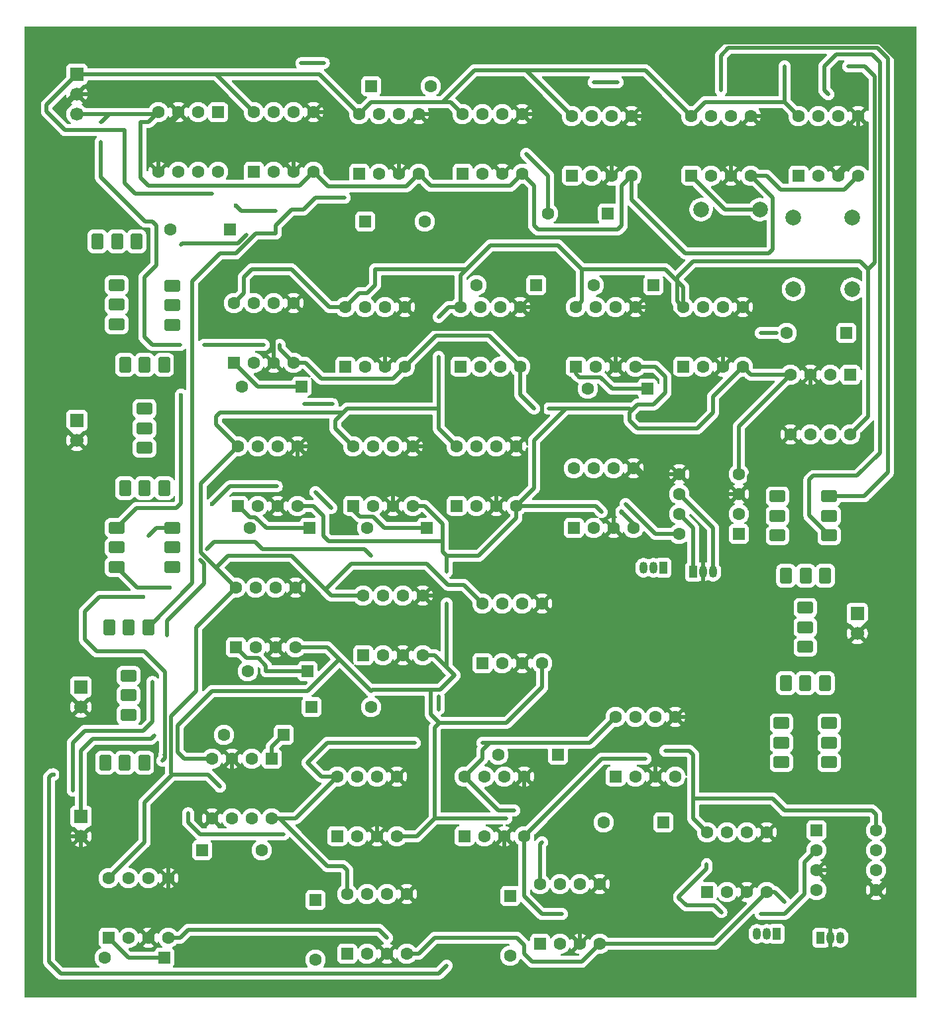
<source format=gbr>
%TF.GenerationSoftware,KiCad,Pcbnew,9.0.5*%
%TF.CreationDate,2025-11-05T22:12:35+05:30*%
%TF.ProjectId,final,66696e61-6c2e-46b6-9963-61645f706362,rev?*%
%TF.SameCoordinates,Original*%
%TF.FileFunction,Copper,L2,Bot*%
%TF.FilePolarity,Positive*%
%FSLAX46Y46*%
G04 Gerber Fmt 4.6, Leading zero omitted, Abs format (unit mm)*
G04 Created by KiCad (PCBNEW 9.0.5) date 2025-11-05 22:12:35*
%MOMM*%
%LPD*%
G01*
G04 APERTURE LIST*
G04 Aperture macros list*
%AMRoundRect*
0 Rectangle with rounded corners*
0 $1 Rounding radius*
0 $2 $3 $4 $5 $6 $7 $8 $9 X,Y pos of 4 corners*
0 Add a 4 corners polygon primitive as box body*
4,1,4,$2,$3,$4,$5,$6,$7,$8,$9,$2,$3,0*
0 Add four circle primitives for the rounded corners*
1,1,$1+$1,$2,$3*
1,1,$1+$1,$4,$5*
1,1,$1+$1,$6,$7*
1,1,$1+$1,$8,$9*
0 Add four rect primitives between the rounded corners*
20,1,$1+$1,$2,$3,$4,$5,0*
20,1,$1+$1,$4,$5,$6,$7,0*
20,1,$1+$1,$6,$7,$8,$9,0*
20,1,$1+$1,$8,$9,$2,$3,0*%
G04 Aperture macros list end*
%TA.AperFunction,ComponentPad*%
%ADD10RoundRect,0.250000X-0.550000X-0.550000X0.550000X-0.550000X0.550000X0.550000X-0.550000X0.550000X0*%
%TD*%
%TA.AperFunction,ComponentPad*%
%ADD11C,1.600000*%
%TD*%
%TA.AperFunction,ComponentPad*%
%ADD12RoundRect,0.250000X0.550000X0.550000X-0.550000X0.550000X-0.550000X-0.550000X0.550000X-0.550000X0*%
%TD*%
%TA.AperFunction,ComponentPad*%
%ADD13RoundRect,0.250000X0.550000X-0.550000X0.550000X0.550000X-0.550000X0.550000X-0.550000X-0.550000X0*%
%TD*%
%TA.AperFunction,ComponentPad*%
%ADD14R,1.700000X1.700000*%
%TD*%
%TA.AperFunction,ComponentPad*%
%ADD15C,1.700000*%
%TD*%
%TA.AperFunction,ComponentPad*%
%ADD16RoundRect,0.225000X-0.525000X-0.775000X0.525000X-0.775000X0.525000X0.775000X-0.525000X0.775000X0*%
%TD*%
%TA.AperFunction,ComponentPad*%
%ADD17RoundRect,0.250000X-0.550000X0.550000X-0.550000X-0.550000X0.550000X-0.550000X0.550000X0.550000X0*%
%TD*%
%TA.AperFunction,ComponentPad*%
%ADD18R,1.050000X1.500000*%
%TD*%
%TA.AperFunction,ComponentPad*%
%ADD19O,1.050000X1.500000*%
%TD*%
%TA.AperFunction,ComponentPad*%
%ADD20RoundRect,0.225000X-0.775000X0.525000X-0.775000X-0.525000X0.775000X-0.525000X0.775000X0.525000X0*%
%TD*%
%TA.AperFunction,ComponentPad*%
%ADD21C,2.000000*%
%TD*%
%TA.AperFunction,ComponentPad*%
%ADD22RoundRect,0.225000X0.525000X0.775000X-0.525000X0.775000X-0.525000X-0.775000X0.525000X-0.775000X0*%
%TD*%
%TA.AperFunction,ComponentPad*%
%ADD23RoundRect,0.225000X0.775000X-0.525000X0.775000X0.525000X-0.775000X0.525000X-0.775000X-0.525000X0*%
%TD*%
%TA.AperFunction,ViaPad*%
%ADD24C,0.600000*%
%TD*%
%TA.AperFunction,ViaPad*%
%ADD25C,0.500000*%
%TD*%
%TA.AperFunction,ViaPad*%
%ADD26C,0.508000*%
%TD*%
%TA.AperFunction,ViaPad*%
%ADD27C,0.685800*%
%TD*%
%TA.AperFunction,Conductor*%
%ADD28C,0.508000*%
%TD*%
G04 APERTURE END LIST*
D10*
%TO.P,U30,1*%
%TO.N,Net-(SW16-C)*%
X254000000Y-181356000D03*
D11*
%TO.P,U30,2,-*%
%TO.N,Net-(Q3-C)*%
X254000000Y-183896000D03*
%TO.P,U30,3,+*%
%TO.N,GND*%
X254000000Y-186436000D03*
%TO.P,U30,4,V-*%
%TO.N,Net-(J1-Pin_3)*%
X254000000Y-188976000D03*
%TO.P,U30,5,+*%
%TO.N,GND*%
X261620000Y-188976000D03*
%TO.P,U30,6,-*%
%TO.N,Net-(Q4-C)*%
X261620000Y-186436000D03*
%TO.P,U30,7*%
%TO.N,Net-(Q3-E)*%
X261620000Y-183896000D03*
%TO.P,U30,8,V+*%
%TO.N,Net-(J1-Pin_1)*%
X261620000Y-181356000D03*
%TD*%
D12*
%TO.P,D5,1,K*%
%TO.N,Net-(D5-K)*%
X188214000Y-124709000D03*
D11*
%TO.P,D5,2,A*%
%TO.N,Net-(D5-A)*%
X180594000Y-124709000D03*
%TD*%
D13*
%TO.P,U15,1*%
%TO.N,Net-(D10-K)*%
X223266000Y-122169000D03*
D11*
%TO.P,U15,2,-*%
%TO.N,Net-(D10-A)*%
X225806000Y-122169000D03*
%TO.P,U15,3,+*%
%TO.N,GND*%
X228346000Y-122169000D03*
%TO.P,U15,4,V-*%
%TO.N,Net-(J1-Pin_3)*%
X230886000Y-122169000D03*
%TO.P,U15,5,+*%
%TO.N,GND*%
X230886000Y-114549000D03*
%TO.P,U15,6,-*%
%TO.N,Net-(D9-A)*%
X228346000Y-114549000D03*
%TO.P,U15,7*%
%TO.N,Net-(D9-K)*%
X225806000Y-114549000D03*
%TO.P,U15,8,V+*%
%TO.N,Net-(J1-Pin_1)*%
X223266000Y-114549000D03*
%TD*%
D13*
%TO.P,U10,1*%
%TO.N,Net-(R33-Pad1)*%
X193802000Y-122169000D03*
D11*
%TO.P,U10,2,-*%
%TO.N,Net-(U10A--)*%
X196342000Y-122169000D03*
%TO.P,U10,3,+*%
%TO.N,GND*%
X198882000Y-122169000D03*
%TO.P,U10,4,V-*%
%TO.N,Net-(J1-Pin_3)*%
X201422000Y-122169000D03*
%TO.P,U10,5,+*%
%TO.N,GND*%
X201422000Y-114549000D03*
%TO.P,U10,6,-*%
%TO.N,Net-(U10B--)*%
X198882000Y-114549000D03*
%TO.P,U10,7*%
%TO.N,Net-(R34-Pad2)*%
X196342000Y-114549000D03*
%TO.P,U10,8,V+*%
%TO.N,Net-(J1-Pin_1)*%
X193802000Y-114549000D03*
%TD*%
D13*
%TO.P,U8,1*%
%TO.N,Net-(D5-K)*%
X179578000Y-121661000D03*
D11*
%TO.P,U8,2,-*%
%TO.N,Net-(D5-A)*%
X182118000Y-121661000D03*
%TO.P,U8,3,+*%
%TO.N,GND*%
X184658000Y-121661000D03*
%TO.P,U8,4,V-*%
%TO.N,Net-(J1-Pin_3)*%
X187198000Y-121661000D03*
%TO.P,U8,5,+*%
%TO.N,GND*%
X187198000Y-114041000D03*
%TO.P,U8,6,-*%
%TO.N,Net-(U8B--)*%
X184658000Y-114041000D03*
%TO.P,U8,7*%
%TO.N,Net-(R28-Pad2)*%
X182118000Y-114041000D03*
%TO.P,U8,8,V+*%
%TO.N,Net-(J1-Pin_1)*%
X179578000Y-114041000D03*
%TD*%
D14*
%TO.P,J1,1,Pin_1*%
%TO.N,Net-(J1-Pin_1)*%
X159512000Y-84836000D03*
D15*
%TO.P,J1,2,Pin_2*%
%TO.N,GND*%
X159512000Y-87376000D03*
%TO.P,J1,3,Pin_3*%
%TO.N,Net-(J1-Pin_3)*%
X159512000Y-89916000D03*
%TD*%
D14*
%TO.P,J4,1,Pin_1*%
%TO.N,Net-(J4-Pin_1)*%
X160045000Y-179598000D03*
D15*
%TO.P,J4,2,Pin_2*%
%TO.N,GND*%
X160045000Y-182138000D03*
%TD*%
D13*
%TO.P,U9,1*%
%TO.N,Net-(D6-K)*%
X180086000Y-139949000D03*
D11*
%TO.P,U9,2,-*%
%TO.N,Net-(D6-A)*%
X182626000Y-139949000D03*
%TO.P,U9,3,+*%
%TO.N,GND*%
X185166000Y-139949000D03*
%TO.P,U9,4,V-*%
%TO.N,Net-(J1-Pin_3)*%
X187706000Y-139949000D03*
%TO.P,U9,5,+*%
%TO.N,GND*%
X187706000Y-132329000D03*
%TO.P,U9,6,-*%
%TO.N,Net-(U9B--)*%
X185166000Y-132329000D03*
%TO.P,U9,7*%
%TO.N,Net-(R31-Pad2)*%
X182626000Y-132329000D03*
%TO.P,U9,8,V+*%
%TO.N,Net-(J1-Pin_1)*%
X180086000Y-132329000D03*
%TD*%
D12*
%TO.P,D6,1,K*%
%TO.N,Net-(D6-K)*%
X189230000Y-142748000D03*
D11*
%TO.P,D6,2,A*%
%TO.N,Net-(D6-A)*%
X181610000Y-142748000D03*
%TD*%
D13*
%TO.P,U18,1*%
%TO.N,Net-(R48-Pad2)*%
X223012000Y-142748000D03*
D11*
%TO.P,U18,2,-*%
%TO.N,Net-(U18A--)*%
X225552000Y-142748000D03*
%TO.P,U18,3,+*%
%TO.N,GND*%
X228092000Y-142748000D03*
%TO.P,U18,4,V-*%
%TO.N,Net-(J1-Pin_3)*%
X230632000Y-142748000D03*
%TO.P,U18,5,+*%
%TO.N,GND*%
X230632000Y-135128000D03*
%TO.P,U18,6,-*%
%TO.N,Net-(U18B--)*%
X228092000Y-135128000D03*
%TO.P,U18,7*%
%TO.N,Net-(Q2-B)*%
X225552000Y-135128000D03*
%TO.P,U18,8,V+*%
%TO.N,Net-(J1-Pin_1)*%
X223012000Y-135128000D03*
%TD*%
D10*
%TO.P,D14,1,K*%
%TO.N,Net-(D14-K)*%
X189484000Y-165608000D03*
D11*
%TO.P,D14,2,A*%
%TO.N,Net-(D13-K)*%
X197104000Y-165608000D03*
%TD*%
D12*
%TO.P,D12,1,K*%
%TO.N,Net-(D12-K)*%
X257810000Y-117856000D03*
D11*
%TO.P,D12,2,A*%
%TO.N,Net-(D12-A)*%
X250190000Y-117856000D03*
%TD*%
D12*
%TO.P,D16,1,K*%
%TO.N,Net-(D16-K)*%
X170688000Y-197612000D03*
D11*
%TO.P,D16,2,A*%
%TO.N,Net-(D16-A)*%
X163068000Y-197612000D03*
%TD*%
D16*
%TO.P,SW13,1,A*%
%TO.N,Net-(SW13-A)*%
X163108000Y-172720000D03*
%TO.P,SW13,2,B*%
%TO.N,Net-(SW10-C)*%
X165608000Y-172720000D03*
%TO.P,SW13,3,C*%
%TO.N,Net-(SW13-C)*%
X168108000Y-172720000D03*
%TD*%
D12*
%TO.P,D20,1,K*%
%TO.N,Net-(D20-K)*%
X234442000Y-180340000D03*
D11*
%TO.P,D20,2,A*%
%TO.N,Net-(D20-A)*%
X226822000Y-180340000D03*
%TD*%
D12*
%TO.P,U19,1*%
%TO.N,Net-(SW21-A)*%
X244089000Y-143510000D03*
D11*
%TO.P,U19,2,-*%
%TO.N,Net-(Q2-C)*%
X244089000Y-140970000D03*
%TO.P,U19,3,+*%
%TO.N,GND*%
X244089000Y-138430000D03*
%TO.P,U19,4,V-*%
%TO.N,Net-(J1-Pin_3)*%
X244089000Y-135890000D03*
%TO.P,U19,5,+*%
%TO.N,GND*%
X236469000Y-135890000D03*
%TO.P,U19,6,-*%
%TO.N,Net-(Q1-C)*%
X236469000Y-138430000D03*
%TO.P,U19,7*%
%TO.N,Net-(Q1-E)*%
X236469000Y-140970000D03*
%TO.P,U19,8,V+*%
%TO.N,Net-(J1-Pin_1)*%
X236469000Y-143510000D03*
%TD*%
D17*
%TO.P,U17,1*%
%TO.N,Net-(R59-Pad2)*%
X258318000Y-123195000D03*
D11*
%TO.P,U17,2,-*%
%TO.N,Net-(D12-K)*%
X255778000Y-123195000D03*
%TO.P,U17,3,+*%
%TO.N,GND*%
X253238000Y-123195000D03*
%TO.P,U17,4,V-*%
%TO.N,Net-(J1-Pin_3)*%
X250698000Y-123195000D03*
%TO.P,U17,5,+*%
%TO.N,GND*%
X250698000Y-130815000D03*
%TO.P,U17,6,-*%
%TO.N,Net-(U17B--)*%
X253238000Y-130815000D03*
%TO.P,U17,7*%
%TO.N,Net-(SW21-C)*%
X255778000Y-130815000D03*
%TO.P,U17,8,V+*%
%TO.N,Net-(J1-Pin_1)*%
X258318000Y-130815000D03*
%TD*%
D18*
%TO.P,Q2,1,E*%
%TO.N,Net-(Q1-E)*%
X234442000Y-147828000D03*
D19*
%TO.P,Q2,2,B*%
%TO.N,Net-(Q2-B)*%
X233172000Y-147828000D03*
%TO.P,Q2,3,C*%
%TO.N,Net-(Q2-C)*%
X231902000Y-147828000D03*
%TD*%
D20*
%TO.P,SW2,1,A*%
%TO.N,Net-(SW2-A)*%
X168148000Y-127548000D03*
%TO.P,SW2,2,B*%
%TO.N,Net-(J2-Pin_1)*%
X168148000Y-130048000D03*
%TO.P,SW2,3,C*%
%TO.N,Net-(SW2-C)*%
X168148000Y-132548000D03*
%TD*%
D21*
%TO.P,C2,1*%
%TO.N,Net-(SW4-C)*%
X251072000Y-112268000D03*
%TO.P,C2,2*%
%TO.N,Net-(U7A--)*%
X258572000Y-112268000D03*
%TD*%
D22*
%TO.P,SW7,1,A*%
%TO.N,Net-(SW6-B)*%
X170648000Y-137668000D03*
%TO.P,SW7,2,B*%
%TO.N,Net-(SW2-C)*%
X168148000Y-137668000D03*
%TO.P,SW7,3,C*%
%TO.N,Net-(SW7-C)*%
X165648000Y-137668000D03*
%TD*%
D13*
%TO.P,U13,1*%
%TO.N,Net-(R45-Pad2)*%
X208026000Y-139949000D03*
D11*
%TO.P,U13,2,-*%
%TO.N,Net-(U13A--)*%
X210566000Y-139949000D03*
%TO.P,U13,3,+*%
%TO.N,GND*%
X213106000Y-139949000D03*
%TO.P,U13,4,V-*%
%TO.N,Net-(J1-Pin_3)*%
X215646000Y-139949000D03*
%TO.P,U13,5,+*%
%TO.N,GND*%
X215646000Y-132329000D03*
%TO.P,U13,6,-*%
%TO.N,Net-(U13B--)*%
X213106000Y-132329000D03*
%TO.P,U13,7*%
%TO.N,Net-(R47-Pad2)*%
X210566000Y-132329000D03*
%TO.P,U13,8,V+*%
%TO.N,Net-(J1-Pin_1)*%
X208026000Y-132329000D03*
%TD*%
D13*
%TO.P,U3,1*%
%TO.N,Net-(D2-K)*%
X195580000Y-97536000D03*
D11*
%TO.P,U3,2,-*%
%TO.N,Net-(D2-A)*%
X198120000Y-97536000D03*
%TO.P,U3,3,+*%
%TO.N,GND*%
X200660000Y-97536000D03*
%TO.P,U3,4,V-*%
%TO.N,Net-(J1-Pin_3)*%
X203200000Y-97536000D03*
%TO.P,U3,5,+*%
%TO.N,GND*%
X203200000Y-89916000D03*
%TO.P,U3,6,-*%
%TO.N,Net-(D3-A)*%
X200660000Y-89916000D03*
%TO.P,U3,7*%
%TO.N,Net-(D3-K)*%
X198120000Y-89916000D03*
%TO.P,U3,8,V+*%
%TO.N,Net-(J1-Pin_1)*%
X195580000Y-89916000D03*
%TD*%
D12*
%TO.P,D1,1,K*%
%TO.N,Net-(D1-K)*%
X179070000Y-104648000D03*
D11*
%TO.P,D1,2,A*%
%TO.N,Net-(D1-A)*%
X171450000Y-104648000D03*
%TD*%
D18*
%TO.P,Q3,1,E*%
%TO.N,Net-(Q3-E)*%
X248920000Y-194564000D03*
D19*
%TO.P,Q3,2,B*%
%TO.N,Net-(Q3-B)*%
X247650000Y-194564000D03*
%TO.P,Q3,3,C*%
%TO.N,Net-(Q3-C)*%
X246380000Y-194564000D03*
%TD*%
D13*
%TO.P,U21,1*%
%TO.N,Net-(R71-Pad2)*%
X196088000Y-159004000D03*
D11*
%TO.P,U21,2,-*%
%TO.N,Net-(U21A--)*%
X198628000Y-159004000D03*
%TO.P,U21,3,+*%
%TO.N,GND*%
X201168000Y-159004000D03*
%TO.P,U21,4,V-*%
%TO.N,Net-(J1-Pin_3)*%
X203708000Y-159004000D03*
%TO.P,U21,5,+*%
%TO.N,GND*%
X203708000Y-151384000D03*
%TO.P,U21,6,-*%
%TO.N,Net-(U21B--)*%
X201168000Y-151384000D03*
%TO.P,U21,7*%
%TO.N,Net-(R73-Pad2)*%
X198628000Y-151384000D03*
%TO.P,U21,8,V+*%
%TO.N,Net-(J1-Pin_1)*%
X196088000Y-151384000D03*
%TD*%
D20*
%TO.P,SW4,1,A*%
%TO.N,Net-(SW4-A)*%
X171704000Y-111840000D03*
%TO.P,SW4,2,B*%
%TO.N,Net-(SW3-C)*%
X171704000Y-114340000D03*
%TO.P,SW4,3,C*%
%TO.N,Net-(SW4-C)*%
X171704000Y-116840000D03*
%TD*%
D13*
%TO.P,U28,1*%
%TO.N,Net-(R100-Pad2)*%
X228346000Y-174493000D03*
D11*
%TO.P,U28,2,-*%
%TO.N,Net-(D20-K)*%
X230886000Y-174493000D03*
%TO.P,U28,3,+*%
%TO.N,GND*%
X233426000Y-174493000D03*
%TO.P,U28,4,V-*%
%TO.N,Net-(J1-Pin_3)*%
X235966000Y-174493000D03*
%TO.P,U28,5,+*%
%TO.N,GND*%
X235966000Y-166873000D03*
%TO.P,U28,6,-*%
%TO.N,Net-(U28B--)*%
X233426000Y-166873000D03*
%TO.P,U28,7*%
%TO.N,Net-(R102-Pad2)*%
X230886000Y-166873000D03*
%TO.P,U28,8,V+*%
%TO.N,Net-(J1-Pin_1)*%
X228346000Y-166873000D03*
%TD*%
D13*
%TO.P,U7,1*%
%TO.N,Net-(C3-Pad2)*%
X251714000Y-97785000D03*
D11*
%TO.P,U7,2,-*%
%TO.N,Net-(U7A--)*%
X254254000Y-97785000D03*
%TO.P,U7,3,+*%
%TO.N,GND*%
X256794000Y-97785000D03*
%TO.P,U7,4,V-*%
%TO.N,Net-(J1-Pin_3)*%
X259334000Y-97785000D03*
%TO.P,U7,5,+*%
%TO.N,GND*%
X259334000Y-90165000D03*
%TO.P,U7,6,-*%
%TO.N,Net-(U7B--)*%
X256794000Y-90165000D03*
%TO.P,U7,7*%
%TO.N,Net-(SW18-C)*%
X254254000Y-90165000D03*
%TO.P,U7,8,V+*%
%TO.N,Net-(J1-Pin_1)*%
X251714000Y-90165000D03*
%TD*%
D13*
%TO.P,U12,1*%
%TO.N,Net-(D8-K)*%
X194818000Y-139949000D03*
D11*
%TO.P,U12,2,-*%
%TO.N,Net-(D8-A)*%
X197358000Y-139949000D03*
%TO.P,U12,3,+*%
%TO.N,GND*%
X199898000Y-139949000D03*
%TO.P,U12,4,V-*%
%TO.N,Net-(J1-Pin_3)*%
X202438000Y-139949000D03*
%TO.P,U12,5,+*%
%TO.N,GND*%
X202438000Y-132329000D03*
%TO.P,U12,6,-*%
%TO.N,Net-(U12B--)*%
X199898000Y-132329000D03*
%TO.P,U12,7*%
%TO.N,Net-(R43-Pad2)*%
X197358000Y-132329000D03*
%TO.P,U12,8,V+*%
%TO.N,Net-(J1-Pin_1)*%
X194818000Y-132329000D03*
%TD*%
D13*
%TO.P,U5,1*%
%TO.N,Net-(R16-Pad2)*%
X222758000Y-97785000D03*
D11*
%TO.P,U5,2,-*%
%TO.N,Net-(D4-K)*%
X225298000Y-97785000D03*
%TO.P,U5,3,+*%
%TO.N,GND*%
X227838000Y-97785000D03*
%TO.P,U5,4,V-*%
%TO.N,Net-(J1-Pin_3)*%
X230378000Y-97785000D03*
%TO.P,U5,5,+*%
%TO.N,GND*%
X230378000Y-90165000D03*
%TO.P,U5,6,-*%
%TO.N,Net-(U5B--)*%
X227838000Y-90165000D03*
%TO.P,U5,7*%
%TO.N,Net-(SW22-C)*%
X225298000Y-90165000D03*
%TO.P,U5,8,V+*%
%TO.N,Net-(J1-Pin_1)*%
X222758000Y-90165000D03*
%TD*%
D20*
%TO.P,SW6,1,A*%
%TO.N,Net-(SW6-A)*%
X171704000Y-142748000D03*
%TO.P,SW6,2,B*%
%TO.N,Net-(SW6-B)*%
X171704000Y-145248000D03*
%TO.P,SW6,3,C*%
%TO.N,Net-(SW6-C)*%
X171704000Y-147748000D03*
%TD*%
D16*
%TO.P,SW1,1,A*%
%TO.N,Net-(SW1-A)*%
X162132000Y-106172000D03*
%TO.P,SW1,2,B*%
%TO.N,Net-(SW1-B)*%
X164632000Y-106172000D03*
%TO.P,SW1,3,C*%
%TO.N,Net-(SW1-C)*%
X167132000Y-106172000D03*
%TD*%
D23*
%TO.P,SW5,1,A*%
%TO.N,Net-(SW5-A)*%
X164592000Y-116760000D03*
%TO.P,SW5,2,B*%
%TO.N,Net-(SW3-A)*%
X164592000Y-114260000D03*
%TO.P,SW5,3,C*%
%TO.N,Net-(SW5-C)*%
X164592000Y-111760000D03*
%TD*%
D12*
%TO.P,D13,1,K*%
%TO.N,Net-(D13-K)*%
X185928000Y-169164000D03*
D11*
%TO.P,D13,2,A*%
%TO.N,Net-(D13-A)*%
X178308000Y-169164000D03*
%TD*%
D13*
%TO.P,U27,1*%
%TO.N,Net-(D19-K)*%
X218694000Y-195829000D03*
D11*
%TO.P,U27,2,-*%
%TO.N,Net-(D19-A)*%
X221234000Y-195829000D03*
%TO.P,U27,3,+*%
%TO.N,GND*%
X223774000Y-195829000D03*
%TO.P,U27,4,V-*%
%TO.N,Net-(J1-Pin_3)*%
X226314000Y-195829000D03*
%TO.P,U27,5,+*%
%TO.N,GND*%
X226314000Y-188209000D03*
%TO.P,U27,6,-*%
%TO.N,Net-(U27B--)*%
X223774000Y-188209000D03*
%TO.P,U27,7*%
%TO.N,Net-(D20-A)*%
X221234000Y-188209000D03*
%TO.P,U27,8,V+*%
%TO.N,Net-(J1-Pin_1)*%
X218694000Y-188209000D03*
%TD*%
D18*
%TO.P,Q1,1,E*%
%TO.N,Net-(Q1-E)*%
X238252000Y-148336000D03*
D19*
%TO.P,Q1,2,B*%
%TO.N,GND*%
X239522000Y-148336000D03*
%TO.P,Q1,3,C*%
%TO.N,Net-(Q1-C)*%
X240792000Y-148336000D03*
%TD*%
D17*
%TO.P,U20,1*%
%TO.N,Net-(D13-K)*%
X184404000Y-172212000D03*
D11*
%TO.P,U20,2,-*%
%TO.N,Net-(D13-A)*%
X181864000Y-172212000D03*
%TO.P,U20,3,+*%
%TO.N,GND*%
X179324000Y-172212000D03*
%TO.P,U20,4,V-*%
%TO.N,Net-(J1-Pin_3)*%
X176784000Y-172212000D03*
%TO.P,U20,5,+*%
%TO.N,GND*%
X176784000Y-179832000D03*
%TO.P,U20,6,-*%
%TO.N,Net-(D15-A)*%
X179324000Y-179832000D03*
%TO.P,U20,7*%
%TO.N,Net-(D15-K)*%
X181864000Y-179832000D03*
%TO.P,U20,8,V+*%
%TO.N,Net-(J1-Pin_1)*%
X184404000Y-179832000D03*
%TD*%
D14*
%TO.P,J5,1,Pin_1*%
%TO.N,Net-(J5-Pin_1)*%
X259209500Y-153690000D03*
D15*
%TO.P,J5,2,Pin_2*%
%TO.N,GND*%
X259209500Y-156230000D03*
%TD*%
D12*
%TO.P,D7,1,K*%
%TO.N,Net-(D7-K)*%
X188976000Y-161036000D03*
D11*
%TO.P,D7,2,A*%
%TO.N,Net-(D7-A)*%
X181356000Y-161036000D03*
%TD*%
D10*
%TO.P,D3,1,K*%
%TO.N,Net-(D3-K)*%
X197104000Y-86360000D03*
D11*
%TO.P,D3,2,A*%
%TO.N,Net-(D3-A)*%
X204724000Y-86360000D03*
%TD*%
D16*
%TO.P,SW20,1,A*%
%TO.N,Net-(SW20-A)*%
X250120500Y-148844000D03*
%TO.P,SW20,2,B*%
%TO.N,Net-(SW17-C)*%
X252620500Y-148844000D03*
%TO.P,SW20,3,C*%
%TO.N,Net-(SW18-B)*%
X255120500Y-148844000D03*
%TD*%
%TO.P,SW3,1,A*%
%TO.N,Net-(SW3-A)*%
X165648000Y-121920000D03*
%TO.P,SW3,2,B*%
%TO.N,Net-(SW2-A)*%
X168148000Y-121920000D03*
%TO.P,SW3,3,C*%
%TO.N,Net-(SW3-C)*%
X170648000Y-121920000D03*
%TD*%
D12*
%TO.P,D17,1,K*%
%TO.N,Net-(D17-K)*%
X220980000Y-171704000D03*
D11*
%TO.P,D17,2,A*%
%TO.N,Net-(D17-A)*%
X213360000Y-171704000D03*
%TD*%
D13*
%TO.P,U26,1*%
%TO.N,Net-(D18-K)*%
X194056000Y-197104000D03*
D11*
%TO.P,U26,2,-*%
%TO.N,Net-(D18-A)*%
X196596000Y-197104000D03*
%TO.P,U26,3,+*%
%TO.N,GND*%
X199136000Y-197104000D03*
%TO.P,U26,4,V-*%
%TO.N,Net-(J1-Pin_3)*%
X201676000Y-197104000D03*
%TO.P,U26,5,+*%
%TO.N,GND*%
X201676000Y-189484000D03*
%TO.P,U26,6,-*%
%TO.N,Net-(U26B--)*%
X199136000Y-189484000D03*
%TO.P,U26,7*%
%TO.N,Net-(R94-Pad2)*%
X196596000Y-189484000D03*
%TO.P,U26,8,V+*%
%TO.N,Net-(J1-Pin_1)*%
X194056000Y-189484000D03*
%TD*%
D20*
%TO.P,SW16,1,A*%
%TO.N,Net-(SW16-A)*%
X255628500Y-167680000D03*
%TO.P,SW16,2,B*%
%TO.N,Net-(SW16-B)*%
X255628500Y-170180000D03*
%TO.P,SW16,3,C*%
%TO.N,Net-(SW16-C)*%
X255628500Y-172680000D03*
%TD*%
D13*
%TO.P,U22,1*%
%TO.N,Net-(R76-Pad1)*%
X211328000Y-160020000D03*
D11*
%TO.P,U22,2,-*%
%TO.N,Net-(U22A--)*%
X213868000Y-160020000D03*
%TO.P,U22,3,+*%
%TO.N,GND*%
X216408000Y-160020000D03*
%TO.P,U22,4,V-*%
%TO.N,Net-(J1-Pin_3)*%
X218948000Y-160020000D03*
%TO.P,U22,5,+*%
%TO.N,GND*%
X218948000Y-152400000D03*
%TO.P,U22,6,-*%
%TO.N,Net-(U22B--)*%
X216408000Y-152400000D03*
%TO.P,U22,7*%
%TO.N,Net-(SW16-A)*%
X213868000Y-152400000D03*
%TO.P,U22,8,V+*%
%TO.N,Net-(J1-Pin_1)*%
X211328000Y-152400000D03*
%TD*%
D17*
%TO.P,D18,1,K*%
%TO.N,Net-(D18-K)*%
X189992000Y-190246000D03*
D11*
%TO.P,D18,2,A*%
%TO.N,Net-(D18-A)*%
X189992000Y-197866000D03*
%TD*%
D22*
%TO.P,SW19,1,A*%
%TO.N,Net-(SW16-B)*%
X255080500Y-162560000D03*
%TO.P,SW19,2,B*%
%TO.N,Net-(SW17-A)*%
X252580500Y-162560000D03*
%TO.P,SW19,3,C*%
%TO.N,Net-(SW19-C)*%
X250080500Y-162560000D03*
%TD*%
D20*
%TO.P,SW18,1,A*%
%TO.N,Net-(SW18-A)*%
X255628500Y-138724000D03*
%TO.P,SW18,2,B*%
%TO.N,Net-(SW18-B)*%
X255628500Y-141224000D03*
%TO.P,SW18,3,C*%
%TO.N,Net-(SW18-C)*%
X255628500Y-143724000D03*
%TD*%
D13*
%TO.P,U23,1*%
%TO.N,Net-(D16-K)*%
X163576000Y-195072000D03*
D11*
%TO.P,U23,2,-*%
%TO.N,Net-(D16-A)*%
X166116000Y-195072000D03*
%TO.P,U23,3,+*%
%TO.N,GND*%
X168656000Y-195072000D03*
%TO.P,U23,4,V-*%
%TO.N,Net-(J1-Pin_3)*%
X171196000Y-195072000D03*
%TO.P,U23,5,+*%
%TO.N,GND*%
X171196000Y-187452000D03*
%TO.P,U23,6,-*%
%TO.N,Net-(U23B--)*%
X168656000Y-187452000D03*
%TO.P,U23,7*%
%TO.N,Net-(R83-Pad2)*%
X166116000Y-187452000D03*
%TO.P,U23,8,V+*%
%TO.N,Net-(J1-Pin_1)*%
X163576000Y-187452000D03*
%TD*%
D10*
%TO.P,D15,1,K*%
%TO.N,Net-(D15-K)*%
X175514000Y-183896000D03*
D11*
%TO.P,D15,2,A*%
%TO.N,Net-(D15-A)*%
X183134000Y-183896000D03*
%TD*%
D17*
%TO.P,U2,1*%
%TO.N,Net-(SW1-A)*%
X177546000Y-89667000D03*
D11*
%TO.P,U2,2,-*%
%TO.N,Net-(U2A--)*%
X175006000Y-89667000D03*
%TO.P,U2,3,+*%
%TO.N,GND*%
X172466000Y-89667000D03*
%TO.P,U2,4,V-*%
%TO.N,Net-(J1-Pin_3)*%
X169926000Y-89667000D03*
%TO.P,U2,5,+*%
%TO.N,GND*%
X169926000Y-97287000D03*
%TO.P,U2,6,-*%
%TO.N,Net-(D1-A)*%
X172466000Y-97287000D03*
%TO.P,U2,7*%
%TO.N,Net-(D1-K)*%
X175006000Y-97287000D03*
%TO.P,U2,8,V+*%
%TO.N,Net-(J1-Pin_1)*%
X177546000Y-97287000D03*
%TD*%
D10*
%TO.P,D2,1,K*%
%TO.N,Net-(D2-K)*%
X196342000Y-103632000D03*
D11*
%TO.P,D2,2,A*%
%TO.N,Net-(D2-A)*%
X203962000Y-103632000D03*
%TD*%
D23*
%TO.P,SW22,1,A*%
%TO.N,Net-(SW22-A)*%
X249024500Y-143724000D03*
%TO.P,SW22,2,B*%
%TO.N,Net-(SW20-A)*%
X249024500Y-141224000D03*
%TO.P,SW22,3,C*%
%TO.N,Net-(SW22-C)*%
X249024500Y-138724000D03*
%TD*%
D21*
%TO.P,C3,1*%
%TO.N,Net-(U7A--)*%
X258572000Y-103124000D03*
%TO.P,C3,2*%
%TO.N,Net-(C3-Pad2)*%
X251072000Y-103124000D03*
%TD*%
D13*
%TO.P,U14,1*%
%TO.N,N/C*%
X208534000Y-122169000D03*
D11*
%TO.P,U14,2*%
X211074000Y-122169000D03*
%TO.P,U14,3*%
X213614000Y-122169000D03*
%TO.P,U14,4,V-*%
%TO.N,Net-(J1-Pin_3)*%
X216154000Y-122169000D03*
%TO.P,U14,5,+*%
%TO.N,GND*%
X216154000Y-114549000D03*
%TO.P,U14,6,-*%
%TO.N,Net-(D11-A)*%
X213614000Y-114549000D03*
%TO.P,U14,7*%
%TO.N,Net-(D11-K)*%
X211074000Y-114549000D03*
%TO.P,U14,8,V+*%
%TO.N,Net-(J1-Pin_1)*%
X208534000Y-114549000D03*
%TD*%
D23*
%TO.P,SW8,1,A*%
%TO.N,Net-(SW8-A)*%
X164592000Y-147748000D03*
%TO.P,SW8,2,B*%
%TO.N,Net-(SW7-C)*%
X164592000Y-145248000D03*
%TO.P,SW8,3,C*%
%TO.N,Net-(SW8-C)*%
X164592000Y-142748000D03*
%TD*%
D13*
%TO.P,U4,1*%
%TO.N,Net-(R11-Pad2)*%
X208788000Y-97536000D03*
D11*
%TO.P,U4,2,-*%
%TO.N,Net-(U4A--)*%
X211328000Y-97536000D03*
%TO.P,U4,3,+*%
%TO.N,GND*%
X213868000Y-97536000D03*
%TO.P,U4,4,V-*%
%TO.N,Net-(J1-Pin_3)*%
X216408000Y-97536000D03*
%TO.P,U4,5,+*%
%TO.N,GND*%
X216408000Y-89916000D03*
%TO.P,U4,6,-*%
%TO.N,Net-(U4B--)*%
X213868000Y-89916000D03*
%TO.P,U4,7*%
%TO.N,Net-(D4-A)*%
X211328000Y-89916000D03*
%TO.P,U4,8,V+*%
%TO.N,Net-(J1-Pin_1)*%
X208788000Y-89916000D03*
%TD*%
D13*
%TO.P,U29,1*%
%TO.N,Net-(R105-Pad2)*%
X240030000Y-189225000D03*
D11*
%TO.P,U29,2,-*%
%TO.N,Net-(U29A--)*%
X242570000Y-189225000D03*
%TO.P,U29,3,+*%
%TO.N,GND*%
X245110000Y-189225000D03*
%TO.P,U29,4,V-*%
%TO.N,Net-(J1-Pin_3)*%
X247650000Y-189225000D03*
%TO.P,U29,5,+*%
%TO.N,GND*%
X247650000Y-181605000D03*
%TO.P,U29,6,-*%
%TO.N,Net-(U29B--)*%
X245110000Y-181605000D03*
%TO.P,U29,7*%
%TO.N,Net-(Q3-B)*%
X242570000Y-181605000D03*
%TO.P,U29,8,V+*%
%TO.N,Net-(J1-Pin_1)*%
X240030000Y-181605000D03*
%TD*%
D12*
%TO.P,D11,1,K*%
%TO.N,Net-(D11-K)*%
X218186000Y-111760000D03*
D11*
%TO.P,D11,2,A*%
%TO.N,Net-(D11-A)*%
X210566000Y-111760000D03*
%TD*%
D14*
%TO.P,J2,1,Pin_1*%
%TO.N,Net-(J2-Pin_1)*%
X159512000Y-129032000D03*
D15*
%TO.P,J2,2,Pin_2*%
%TO.N,GND*%
X159512000Y-131572000D03*
%TD*%
D14*
%TO.P,J3,1,Pin_1*%
%TO.N,Net-(J3-Pin_1)*%
X160020000Y-163068000D03*
D15*
%TO.P,J3,2,Pin_2*%
%TO.N,GND*%
X160020000Y-165608000D03*
%TD*%
D21*
%TO.P,C1,1*%
%TO.N,Net-(U6A--)*%
X239268000Y-102108000D03*
%TO.P,C1,2*%
%TO.N,Net-(C1-Pad2)*%
X246768000Y-102108000D03*
%TD*%
D18*
%TO.P,Q4,1,E*%
%TO.N,Net-(Q3-E)*%
X254508000Y-195072000D03*
D19*
%TO.P,Q4,2,B*%
%TO.N,GND*%
X255778000Y-195072000D03*
%TO.P,Q4,3,C*%
%TO.N,Net-(Q4-C)*%
X257048000Y-195072000D03*
%TD*%
D23*
%TO.P,SW21,1,A*%
%TO.N,Net-(SW21-A)*%
X249532500Y-172680000D03*
%TO.P,SW21,2,B*%
%TO.N,Net-(SW19-C)*%
X249532500Y-170180000D03*
%TO.P,SW21,3,C*%
%TO.N,Net-(SW21-C)*%
X249532500Y-167680000D03*
%TD*%
D13*
%TO.P,U16,1*%
%TO.N,Net-(R56-Pad2)*%
X236982000Y-122169000D03*
D11*
%TO.P,U16,2,-*%
%TO.N,Net-(U16A--)*%
X239522000Y-122169000D03*
%TO.P,U16,3,+*%
%TO.N,GND*%
X242062000Y-122169000D03*
%TO.P,U16,4,V-*%
%TO.N,Net-(J1-Pin_3)*%
X244602000Y-122169000D03*
%TO.P,U16,5,+*%
%TO.N,GND*%
X244602000Y-114549000D03*
%TO.P,U16,6,-*%
%TO.N,Net-(U16B--)*%
X242062000Y-114549000D03*
%TO.P,U16,7*%
%TO.N,Net-(D12-A)*%
X239522000Y-114549000D03*
%TO.P,U16,8,V+*%
%TO.N,Net-(J1-Pin_1)*%
X236982000Y-114549000D03*
%TD*%
D22*
%TO.P,SW12,1,A*%
%TO.N,Net-(SW12-A)*%
X168616000Y-155448000D03*
%TO.P,SW12,2,B*%
%TO.N,Net-(SW10-A)*%
X166116000Y-155448000D03*
%TO.P,SW12,3,C*%
%TO.N,Net-(SW1-B)*%
X163616000Y-155448000D03*
%TD*%
D12*
%TO.P,D4,1,K*%
%TO.N,Net-(D4-K)*%
X227330000Y-102616000D03*
D11*
%TO.P,D4,2,A*%
%TO.N,Net-(D4-A)*%
X219710000Y-102616000D03*
%TD*%
D17*
%TO.P,D19,1,K*%
%TO.N,Net-(D19-K)*%
X214884000Y-189738000D03*
D11*
%TO.P,D19,2,A*%
%TO.N,Net-(D19-A)*%
X214884000Y-197358000D03*
%TD*%
D13*
%TO.P,U6,1*%
%TO.N,Net-(C1-Pad2)*%
X237998000Y-97785000D03*
D11*
%TO.P,U6,2,-*%
%TO.N,Net-(U6A--)*%
X240538000Y-97785000D03*
%TO.P,U6,3,+*%
%TO.N,GND*%
X243078000Y-97785000D03*
%TO.P,U6,4,V-*%
%TO.N,Net-(J1-Pin_3)*%
X245618000Y-97785000D03*
%TO.P,U6,5,+*%
%TO.N,GND*%
X245618000Y-90165000D03*
%TO.P,U6,6,-*%
%TO.N,Net-(U6B--)*%
X243078000Y-90165000D03*
%TO.P,U6,7*%
%TO.N,Net-(SW18-A)*%
X240538000Y-90165000D03*
%TO.P,U6,8,V+*%
%TO.N,Net-(J1-Pin_1)*%
X237998000Y-90165000D03*
%TD*%
D13*
%TO.P,U25,1*%
%TO.N,Net-(R90-Pad2)*%
X209042000Y-182113000D03*
D11*
%TO.P,U25,2,-*%
%TO.N,Net-(U25A--)*%
X211582000Y-182113000D03*
%TO.P,U25,3,+*%
%TO.N,GND*%
X214122000Y-182113000D03*
%TO.P,U25,4,V-*%
%TO.N,Net-(J1-Pin_3)*%
X216662000Y-182113000D03*
%TO.P,U25,5,+*%
%TO.N,GND*%
X216662000Y-174493000D03*
%TO.P,U25,6,-*%
%TO.N,Net-(D17-A)*%
X214122000Y-174493000D03*
%TO.P,U25,7*%
%TO.N,Net-(D17-K)*%
X211582000Y-174493000D03*
%TO.P,U25,8,V+*%
%TO.N,Net-(J1-Pin_1)*%
X209042000Y-174493000D03*
%TD*%
D12*
%TO.P,D9,1,K*%
%TO.N,Net-(D9-K)*%
X233172000Y-111760000D03*
D11*
%TO.P,D9,2,A*%
%TO.N,Net-(D9-A)*%
X225552000Y-111760000D03*
%TD*%
D12*
%TO.P,D10,1,K*%
%TO.N,Net-(D10-K)*%
X232410000Y-124968000D03*
D11*
%TO.P,D10,2,A*%
%TO.N,Net-(D10-A)*%
X224790000Y-124968000D03*
%TD*%
D12*
%TO.P,D8,1,K*%
%TO.N,Net-(D8-K)*%
X204216000Y-142748000D03*
D11*
%TO.P,D8,2,A*%
%TO.N,Net-(D8-A)*%
X196596000Y-142748000D03*
%TD*%
D20*
%TO.P,SW10,1,A*%
%TO.N,Net-(SW10-A)*%
X166116000Y-161624000D03*
%TO.P,SW10,2,B*%
%TO.N,Net-(J3-Pin_1)*%
X166116000Y-164124000D03*
%TO.P,SW10,3,C*%
%TO.N,Net-(SW10-C)*%
X166116000Y-166624000D03*
%TD*%
D23*
%TO.P,SW17,1,A*%
%TO.N,Net-(SW17-A)*%
X252580500Y-157948000D03*
%TO.P,SW17,2,B*%
%TO.N,Net-(J5-Pin_1)*%
X252580500Y-155448000D03*
%TO.P,SW17,3,C*%
%TO.N,Net-(SW17-C)*%
X252580500Y-152948000D03*
%TD*%
D13*
%TO.P,U1,1*%
%TO.N,Net-(R3-Pad1)*%
X182118000Y-97277000D03*
D11*
%TO.P,U1,2,-*%
%TO.N,Net-(U1A--)*%
X184658000Y-97277000D03*
%TO.P,U1,3,+*%
%TO.N,GND*%
X187198000Y-97277000D03*
%TO.P,U1,4,V-*%
%TO.N,Net-(J1-Pin_3)*%
X189738000Y-97277000D03*
%TO.P,U1,5,+*%
%TO.N,GND*%
X189738000Y-89657000D03*
%TO.P,U1,6,-*%
%TO.N,Net-(U1B--)*%
X187198000Y-89657000D03*
%TO.P,U1,7*%
%TO.N,Net-(SW22-A)*%
X184658000Y-89657000D03*
%TO.P,U1,8,V+*%
%TO.N,Net-(J1-Pin_1)*%
X182118000Y-89657000D03*
%TD*%
D13*
%TO.P,U11,1*%
%TO.N,Net-(D7-K)*%
X179832000Y-157988000D03*
D11*
%TO.P,U11,2,-*%
%TO.N,Net-(D7-A)*%
X182372000Y-157988000D03*
%TO.P,U11,3,+*%
%TO.N,GND*%
X184912000Y-157988000D03*
%TO.P,U11,4,V-*%
%TO.N,Net-(J1-Pin_3)*%
X187452000Y-157988000D03*
%TO.P,U11,5,+*%
%TO.N,GND*%
X187452000Y-150368000D03*
%TO.P,U11,6,-*%
%TO.N,Net-(U11B--)*%
X184912000Y-150368000D03*
%TO.P,U11,7*%
%TO.N,Net-(R40-Pad2)*%
X182372000Y-150368000D03*
%TO.P,U11,8,V+*%
%TO.N,Net-(J1-Pin_1)*%
X179832000Y-150368000D03*
%TD*%
D13*
%TO.P,U24,1*%
%TO.N,Net-(R86-Pad2)*%
X192786000Y-182113000D03*
D11*
%TO.P,U24,2,-*%
%TO.N,Net-(U24A--)*%
X195326000Y-182113000D03*
%TO.P,U24,3,+*%
%TO.N,GND*%
X197866000Y-182113000D03*
%TO.P,U24,4,V-*%
%TO.N,Net-(J1-Pin_3)*%
X200406000Y-182113000D03*
%TO.P,U24,5,+*%
%TO.N,GND*%
X200406000Y-174493000D03*
%TO.P,U24,6,-*%
%TO.N,Net-(U24B--)*%
X197866000Y-174493000D03*
%TO.P,U24,7*%
%TO.N,Net-(R88-Pad2)*%
X195326000Y-174493000D03*
%TO.P,U24,8,V+*%
%TO.N,Net-(J1-Pin_1)*%
X192786000Y-174493000D03*
%TD*%
D24*
%TO.N,Net-(SW1-A)*%
X179832000Y-101600000D03*
D25*
X184912000Y-102260400D03*
%TO.N,Net-(SW5-A)*%
X172821600Y-106578400D03*
X181152800Y-105308400D03*
%TO.N,Net-(SW6-C)*%
X170434000Y-172466000D03*
D24*
X167944800Y-151536400D03*
D25*
%TO.N,Net-(SW6-A)*%
X173736000Y-179171600D03*
D26*
X168656000Y-143764000D03*
X185928000Y-181864000D03*
D24*
%TO.N,Net-(SW8-C)*%
X172821600Y-125780800D03*
D25*
%TO.N,Net-(SW8-A)*%
X176075000Y-145441400D03*
D26*
X197104000Y-146304000D03*
D24*
X171348400Y-150368000D03*
D25*
%TO.N,Net-(SW12-A)*%
X193751200Y-100584000D03*
D24*
%TO.N,Net-(SW13-A)*%
X156514800Y-174244000D03*
D26*
X206756000Y-198628000D03*
%TO.N,Net-(SW13-C)*%
X175260000Y-146812000D03*
X192024000Y-140208000D03*
D25*
X185064400Y-137451820D03*
D26*
X189992000Y-138176000D03*
D25*
X169164000Y-162407600D03*
D26*
X159004000Y-176276000D03*
D24*
X176784000Y-139700000D03*
D26*
X171042600Y-156464000D03*
%TO.N,Net-(SW18-A)*%
X241808000Y-86868000D03*
%TO.N,Net-(SW18-C)*%
X255524000Y-87376000D03*
D25*
%TO.N,Net-(R73-Pad2)*%
X205740000Y-165912800D03*
X205740000Y-164287200D03*
%TO.N,Net-(J4-Pin_1)*%
X188163200Y-83413600D03*
X169418000Y-169214800D03*
X191058800Y-83413600D03*
D26*
%TO.N,GND*%
X196596000Y-136652000D03*
X238760000Y-118364000D03*
X201676000Y-191363600D03*
D25*
X187706000Y-92303600D03*
D26*
X203708000Y-153924000D03*
X201168000Y-133959600D03*
D25*
X218948000Y-154076400D03*
D26*
X209296000Y-136144000D03*
X247396000Y-183388000D03*
X198628000Y-193040000D03*
X184912000Y-155448000D03*
D24*
X162407600Y-83312000D03*
D25*
X247396000Y-185521600D03*
D26*
X156464000Y-91948000D03*
D24*
X162407600Y-86004400D03*
D25*
X195077000Y-118364000D03*
D26*
X213360000Y-94488000D03*
X214884000Y-133959600D03*
D25*
X234492800Y-168198800D03*
D26*
X157124400Y-89408000D03*
%TO.N,Net-(U5B--)*%
X228600000Y-85852000D03*
X225552000Y-85852000D03*
D25*
%TO.N,Net-(R28-Pad2)*%
X188518800Y-126949200D03*
X192176400Y-126949200D03*
D26*
%TO.N,Net-(D12-A)*%
X246888000Y-117856000D03*
X248920000Y-117856000D03*
D25*
%TO.N,Net-(Q3-B)*%
X241858800Y-191820800D03*
X239979200Y-185674000D03*
D26*
%TO.N,Net-(Q3-C)*%
X246888000Y-192024000D03*
%TO.N,Net-(D4-A)*%
X216916000Y-94996000D03*
%TO.N,Net-(J1-Pin_3)*%
X214376000Y-179832000D03*
X185420000Y-119380000D03*
X183388000Y-119380000D03*
X226568000Y-140716000D03*
D25*
X219763000Y-127508000D03*
D26*
X232156000Y-172212000D03*
X249936000Y-190500000D03*
X221488000Y-192024000D03*
X162560000Y-90932000D03*
X199136000Y-195072000D03*
X162560000Y-93472000D03*
D27*
X229108000Y-140716000D03*
D26*
X175768000Y-119380000D03*
X172720000Y-119380000D03*
X206756000Y-148336000D03*
X217932000Y-127508000D03*
X206756000Y-152400000D03*
%TO.N,Net-(J1-Pin_1)*%
X177800000Y-175768000D03*
X205740000Y-120904000D03*
X218948000Y-182880000D03*
X229616000Y-139700000D03*
X211328000Y-170180000D03*
X249936000Y-83820000D03*
X176784000Y-100076000D03*
X234696000Y-171196000D03*
X258064000Y-83820000D03*
X215392000Y-178816000D03*
X205740000Y-115824000D03*
X202692000Y-170180000D03*
%TD*%
D28*
%TO.N,Net-(SW1-A)*%
X179832000Y-101600000D02*
X180340000Y-102108000D01*
X180492400Y-102260400D02*
X184912000Y-102260400D01*
X180340000Y-102108000D02*
X180492400Y-102260400D01*
%TO.N,Net-(SW5-A)*%
X172974000Y-106426000D02*
X180086000Y-106426000D01*
X172821600Y-106578400D02*
X172974000Y-106426000D01*
X181152800Y-105359200D02*
X181152800Y-105308400D01*
X180086000Y-106426000D02*
X181152800Y-105359200D01*
%TO.N,Net-(SW6-C)*%
X160528000Y-153416000D02*
X162407600Y-151536400D01*
X170736600Y-172163400D02*
X170434000Y-172466000D01*
X160528000Y-156972000D02*
X160528000Y-153416000D01*
X167944800Y-151536400D02*
X162407600Y-151536400D01*
X170736600Y-171655400D02*
X170736600Y-172163400D01*
X168148000Y-158496000D02*
X162052000Y-158496000D01*
X170736600Y-171655400D02*
X170736600Y-161084600D01*
X170688000Y-171704000D02*
X170736600Y-171655400D01*
X170736600Y-161084600D02*
X168148000Y-158496000D01*
X162052000Y-158496000D02*
X160528000Y-156972000D01*
%TO.N,Net-(SW6-A)*%
X173736000Y-180340000D02*
X173736000Y-179171600D01*
X171704000Y-142748000D02*
X169672000Y-142748000D01*
X169672000Y-142748000D02*
X168656000Y-143764000D01*
X185928000Y-181864000D02*
X175260000Y-181864000D01*
X175260000Y-181864000D02*
X173736000Y-180340000D01*
%TO.N,Net-(SW8-C)*%
X172821600Y-125780800D02*
X172821600Y-139598400D01*
X167132000Y-140208000D02*
X172212000Y-140208000D01*
X172821600Y-139598400D02*
X172212000Y-140208000D01*
X164592000Y-142748000D02*
X167132000Y-140208000D01*
%TO.N,Net-(SW8-A)*%
X167212000Y-150368000D02*
X164592000Y-147748000D01*
X176075000Y-145441400D02*
X176122600Y-145441400D01*
X182269400Y-144526000D02*
X183184800Y-145441400D01*
X177038000Y-144526000D02*
X182269400Y-144526000D01*
X176122600Y-145441400D02*
X177038000Y-144526000D01*
X196241400Y-145441400D02*
X192024000Y-145441400D01*
X171348400Y-150368000D02*
X167212000Y-150368000D01*
X192024000Y-145441400D02*
X183184800Y-145441400D01*
X197104000Y-146304000D02*
X196241400Y-145441400D01*
%TO.N,Net-(SW12-A)*%
X186944000Y-102108000D02*
X184912000Y-104140000D01*
X189992000Y-100584000D02*
X188468000Y-102108000D01*
X179832000Y-107696000D02*
X177800000Y-107696000D01*
X174244000Y-111252000D02*
X174244000Y-149820000D01*
X177800000Y-107696000D02*
X174244000Y-111252000D01*
X184912000Y-104140000D02*
X184912000Y-105156000D01*
X188468000Y-102108000D02*
X186944000Y-102108000D01*
X182372000Y-105156000D02*
X179832000Y-107696000D01*
X184912000Y-105156000D02*
X182372000Y-105156000D01*
X168616000Y-155448000D02*
X174244000Y-149820000D01*
X189992000Y-100584000D02*
X193751200Y-100584000D01*
%TO.N,Net-(SW13-A)*%
X206756000Y-198628000D02*
X205740000Y-199644000D01*
X205740000Y-199644000D02*
X157480000Y-199644000D01*
X155956000Y-174548800D02*
X156260800Y-174244000D01*
X156260800Y-174244000D02*
X156514800Y-174244000D01*
X157480000Y-199644000D02*
X155956000Y-198120000D01*
X155956000Y-198120000D02*
X155956000Y-174548800D01*
%TO.N,Net-(SW13-C)*%
X175768000Y-147320000D02*
X175260000Y-146812000D01*
X171042600Y-154585400D02*
X175768000Y-149860000D01*
X159004000Y-176276000D02*
X159004000Y-170180000D01*
X185064400Y-137451820D02*
X179032180Y-137451820D01*
X179032180Y-137451820D02*
X176784000Y-139700000D01*
X160528000Y-168656000D02*
X167995600Y-168656000D01*
X167995600Y-168656000D02*
X169164000Y-167487600D01*
X159004000Y-170180000D02*
X160528000Y-168656000D01*
X189992000Y-138176000D02*
X192024000Y-140208000D01*
X169164000Y-167487600D02*
X169164000Y-162407600D01*
X171042600Y-156464000D02*
X171042600Y-154585400D01*
X175768000Y-149860000D02*
X175768000Y-147320000D01*
%TO.N,Net-(SW18-A)*%
X261821000Y-81481000D02*
X263144000Y-82804000D01*
X241808000Y-82448400D02*
X242773200Y-81483200D01*
X260120500Y-138659500D02*
X260120500Y-138724000D01*
X241808000Y-86868000D02*
X241808000Y-82448400D01*
X263144000Y-82804000D02*
X263144000Y-135636000D01*
X243029400Y-81481000D02*
X261821000Y-81481000D01*
X243027200Y-81483200D02*
X243029400Y-81481000D01*
X242773200Y-81483200D02*
X243027200Y-81483200D01*
X263144000Y-135636000D02*
X260120500Y-138659500D01*
X260120500Y-138724000D02*
X255628500Y-138724000D01*
%TO.N,Net-(SW18-C)*%
X259184500Y-136104000D02*
X253596500Y-136104000D01*
X253596500Y-136104000D02*
X253088500Y-136612000D01*
X255524000Y-87376000D02*
X255016000Y-86868000D01*
X262128000Y-83312000D02*
X262128000Y-133160500D01*
X261112000Y-82296000D02*
X262128000Y-83312000D01*
X253088500Y-141184000D02*
X255628500Y-143724000D01*
X255016000Y-86868000D02*
X255016000Y-83820000D01*
X256540000Y-82296000D02*
X261112000Y-82296000D01*
X262128000Y-133160500D02*
X259184500Y-136104000D01*
X255016000Y-83820000D02*
X256540000Y-82296000D01*
X253088500Y-136612000D02*
X253088500Y-141184000D01*
%TO.N,Net-(R73-Pad2)*%
X205740000Y-164287200D02*
X205740000Y-165912800D01*
%TO.N,Net-(Q1-C)*%
X240792000Y-142748000D02*
X240787000Y-142748000D01*
X240787000Y-142748000D02*
X236469000Y-138430000D01*
X240787000Y-142748000D02*
X240792000Y-142753000D01*
X240792000Y-142753000D02*
X240792000Y-148336000D01*
%TO.N,Net-(J4-Pin_1)*%
X167640000Y-169672000D02*
X161544000Y-169672000D01*
X161544000Y-169672000D02*
X160020000Y-171196000D01*
X168148000Y-169672000D02*
X168960800Y-169672000D01*
X168960800Y-169672000D02*
X169418000Y-169214800D01*
X160020000Y-171196000D02*
X160045000Y-171221000D01*
X167640000Y-169672000D02*
X168148000Y-169672000D01*
X188163200Y-83413600D02*
X191058800Y-83413600D01*
X160045000Y-171221000D02*
X160045000Y-179598000D01*
%TO.N,GND*%
X170180000Y-178308000D02*
X170688000Y-177800000D01*
X156464000Y-128524000D02*
X159512000Y-131572000D01*
X187198000Y-97277000D02*
X185990600Y-96069600D01*
X216154000Y-114549000D02*
X218948000Y-117343000D01*
X200660000Y-97536000D02*
X200660000Y-92456000D01*
X157480000Y-181660800D02*
X157480000Y-179623000D01*
X218948000Y-152400000D02*
X224028000Y-147320000D01*
X170688000Y-177800000D02*
X174752000Y-177800000D01*
X192781000Y-89657000D02*
X200660000Y-97536000D01*
X245618000Y-90165000D02*
X249174000Y-90165000D01*
X218948000Y-129027000D02*
X215646000Y-132329000D01*
X157505000Y-168123000D02*
X160020000Y-165608000D01*
X243078000Y-92705000D02*
X245618000Y-90165000D01*
X201168000Y-193040000D02*
X198628000Y-193040000D01*
X216662000Y-174493000D02*
X216662000Y-179573000D01*
X238240000Y-150888000D02*
X237744000Y-151384000D01*
X245110000Y-189225000D02*
X240441400Y-184556400D01*
X201930000Y-193802000D02*
X201168000Y-193040000D01*
X213106000Y-135890000D02*
X214884000Y-134112000D01*
X198882000Y-122169000D02*
X198882000Y-117089000D01*
X238240000Y-150876000D02*
X239522000Y-149594000D01*
X242062000Y-122169000D02*
X242062000Y-117089000D01*
X262128000Y-80772000D02*
X264160000Y-82804000D01*
X192278000Y-132329000D02*
X192278000Y-132334000D01*
X216408000Y-89916000D02*
X219969000Y-89916000D01*
X219969000Y-89916000D02*
X227838000Y-97785000D01*
X253238000Y-128275000D02*
X250698000Y-130815000D01*
X251460000Y-121412000D02*
X250444000Y-120396000D01*
X264160000Y-151279500D02*
X259209500Y-156230000D01*
X242062000Y-122169000D02*
X243835000Y-120396000D01*
X156972000Y-160528000D02*
X156972000Y-162560000D01*
X238240000Y-150876000D02*
X238240000Y-150888000D01*
X179324000Y-177292000D02*
X176784000Y-179832000D01*
X201173000Y-185420000D02*
X202692000Y-185420000D01*
X178868600Y-96069600D02*
X180297800Y-94640400D01*
X240441400Y-184556400D02*
X237236000Y-184556400D01*
X234188000Y-168503600D02*
X234492800Y-168198800D01*
X259080000Y-186436000D02*
X261620000Y-188976000D01*
X234188000Y-114549000D02*
X234945000Y-114549000D01*
X253238000Y-123195000D02*
X253238000Y-128275000D01*
X262128000Y-188976000D02*
X263652000Y-187452000D01*
X201676000Y-193548000D02*
X201930000Y-193802000D01*
X203454000Y-186690000D02*
X203200000Y-186944000D01*
X162407600Y-83312000D02*
X164947600Y-80772000D01*
X203200000Y-187960000D02*
X201676000Y-189484000D01*
X171196000Y-187452000D02*
X171196000Y-185928000D01*
X214122000Y-184658000D02*
X211328000Y-187452000D01*
X218948000Y-154279600D02*
X218948000Y-154076400D01*
X239014000Y-138430000D02*
X244089000Y-138430000D01*
X226314000Y-188209000D02*
X226314000Y-188214000D01*
X242824000Y-151384000D02*
X237744000Y-151384000D01*
X160045000Y-186461000D02*
X168656000Y-195072000D01*
X156972000Y-162560000D02*
X160020000Y-165608000D01*
X218948000Y-117343000D02*
X218948000Y-129027000D01*
X170180000Y-182880000D02*
X170688000Y-183388000D01*
X189738000Y-89657000D02*
X192781000Y-89657000D01*
X198069200Y-155905200D02*
X186994800Y-155905200D01*
X251460000Y-121417000D02*
X251460000Y-121412000D01*
X213106000Y-135890000D02*
X213106000Y-139949000D01*
X172466000Y-89667000D02*
X178868600Y-96069600D01*
X203708000Y-156464000D02*
X203708000Y-153924000D01*
X207772000Y-151384000D02*
X216408000Y-160020000D01*
X157505000Y-179598000D02*
X157505000Y-168123000D01*
X261620000Y-188976000D02*
X262128000Y-188976000D01*
X247396000Y-185064400D02*
X247396000Y-185521600D01*
X172466000Y-89667000D02*
X172466000Y-90170000D01*
X157957200Y-182138000D02*
X157480000Y-181660800D01*
X220726000Y-114549000D02*
X228346000Y-122169000D01*
X256794000Y-97282000D02*
X259334000Y-94742000D01*
X170175000Y-87376000D02*
X172466000Y-89667000D01*
X187706000Y-132329000D02*
X187706000Y-137409000D01*
X228346000Y-122169000D02*
X228346000Y-117089000D01*
X168656000Y-194564000D02*
X171196000Y-192024000D01*
X228092000Y-137668000D02*
X230632000Y-135128000D01*
X243591000Y-166873000D02*
X244856000Y-165608000D01*
X205486000Y-132334000D02*
X209296000Y-136144000D01*
X205486000Y-132329000D02*
X205486000Y-132334000D01*
X245364000Y-136149000D02*
X250698000Y-130815000D01*
X254000000Y-186436000D02*
X259080000Y-186436000D01*
X187198000Y-92811600D02*
X187706000Y-92303600D01*
X243078000Y-97785000D02*
X243078000Y-92705000D01*
X174752000Y-177800000D02*
X176784000Y-179832000D01*
X197866000Y-182113000D02*
X197866000Y-177033000D01*
X172466000Y-90170000D02*
X169926000Y-92710000D01*
X160045000Y-182138000D02*
X157957200Y-182138000D01*
X231902000Y-135890000D02*
X236469000Y-135890000D01*
X244856000Y-153416000D02*
X242824000Y-151384000D01*
X171196000Y-192024000D02*
X171196000Y-187452000D01*
X236469000Y-135890000D02*
X236474000Y-135890000D01*
X211328000Y-187452000D02*
X210566000Y-186690000D01*
X230378000Y-90165000D02*
X235458000Y-90165000D01*
X249174000Y-90165000D02*
X256794000Y-97785000D01*
X210566000Y-186690000D02*
X203454000Y-186690000D01*
X184658000Y-116581000D02*
X187198000Y-114041000D01*
X205486000Y-132329000D02*
X202438000Y-132329000D01*
X213355000Y-117348000D02*
X216154000Y-114549000D01*
X236474000Y-135890000D02*
X239014000Y-138430000D01*
X201930000Y-193802000D02*
X202184000Y-194056000D01*
X230124000Y-151384000D02*
X229616000Y-150876000D01*
X172720000Y-184404000D02*
X171704000Y-183388000D01*
X213868000Y-92456000D02*
X216408000Y-89916000D01*
X179324000Y-172212000D02*
X179324000Y-177292000D01*
X164947600Y-80772000D02*
X262128000Y-80772000D01*
X244089000Y-138430000D02*
X245364000Y-137155000D01*
X222001000Y-194056000D02*
X202184000Y-194056000D01*
X159512000Y-131572000D02*
X156972000Y-134112000D01*
X263652000Y-187452000D02*
X263652000Y-160672500D01*
X157480000Y-179623000D02*
X157505000Y-179598000D01*
X184658000Y-121661000D02*
X184658000Y-116581000D01*
X239522000Y-149594000D02*
X239522000Y-148336000D01*
X237236000Y-184556400D02*
X236575600Y-184556400D01*
X235966000Y-166873000D02*
X243591000Y-166873000D01*
X200660000Y-92456000D02*
X203200000Y-89916000D01*
X203200000Y-89916000D02*
X206248000Y-89916000D01*
X223774000Y-195829000D02*
X222001000Y-194056000D01*
X231140000Y-135128000D02*
X231902000Y-135890000D01*
X229108000Y-147320000D02*
X229616000Y-147828000D01*
X251460000Y-121417000D02*
X253238000Y-123195000D01*
X162458400Y-87376000D02*
X170175000Y-87376000D01*
X199898000Y-136144000D02*
X199898000Y-135229600D01*
X199898000Y-135229600D02*
X201168000Y-133959600D01*
X226314000Y-188214000D02*
X223774000Y-190754000D01*
X234188000Y-186944000D02*
X227579000Y-186944000D01*
X156972000Y-134112000D02*
X156972000Y-160528000D01*
X233426000Y-169265600D02*
X234188000Y-168503600D01*
X162458400Y-86055200D02*
X162407600Y-86004400D01*
X228346000Y-117089000D02*
X230886000Y-114549000D01*
X234945000Y-114549000D02*
X238760000Y-118364000D01*
X224028000Y-147320000D02*
X229108000Y-147320000D01*
X216154000Y-114549000D02*
X220726000Y-114549000D01*
X259334000Y-94742000D02*
X259334000Y-90165000D01*
X235458000Y-90165000D02*
X243078000Y-97785000D01*
X197866000Y-182113000D02*
X201173000Y-185420000D01*
X256794000Y-97785000D02*
X256794000Y-97282000D01*
X230632000Y-135128000D02*
X231140000Y-135128000D01*
X198882000Y-117089000D02*
X201422000Y-114549000D01*
X206248000Y-89916000D02*
X213868000Y-97536000D01*
X247650000Y-186685000D02*
X245110000Y-189225000D01*
X159156400Y-87376000D02*
X157124400Y-89408000D01*
X192278000Y-132329000D02*
X187706000Y-132329000D01*
X203708000Y-186436000D02*
X203454000Y-186690000D01*
X223774000Y-190754000D02*
X223774000Y-195829000D01*
X202692000Y-185420000D02*
X203708000Y-186436000D01*
X263652000Y-160672500D02*
X259209500Y-156230000D01*
X171196000Y-185928000D02*
X172720000Y-184404000D01*
X243835000Y-120396000D02*
X250444000Y-120396000D01*
X230886000Y-114549000D02*
X234188000Y-114549000D01*
X191521000Y-118364000D02*
X195077000Y-118364000D01*
X199898000Y-136144000D02*
X199898000Y-139949000D01*
X237236000Y-178303000D02*
X233426000Y-174493000D01*
X233426000Y-174493000D02*
X233426000Y-169265600D01*
X159512000Y-87376000D02*
X162458400Y-87376000D01*
X213868000Y-92456000D02*
X213360000Y-92964000D01*
X184912000Y-152908000D02*
X187452000Y-150368000D01*
X185990600Y-96069600D02*
X185990600Y-96023800D01*
X187706000Y-137409000D02*
X185166000Y-139949000D01*
X228092000Y-142748000D02*
X228092000Y-137668000D01*
X170180000Y-182880000D02*
X170180000Y-178308000D01*
X218948000Y-157480000D02*
X218948000Y-154279600D01*
X204221000Y-117348000D02*
X213355000Y-117348000D01*
X237744000Y-151384000D02*
X230124000Y-151384000D01*
X264160000Y-82804000D02*
X264160000Y-151279500D01*
X222504000Y-147320000D02*
X224028000Y-147320000D01*
X159512000Y-87376000D02*
X159156400Y-87376000D01*
X160045000Y-182138000D02*
X160045000Y-186461000D01*
X245364000Y-137155000D02*
X245364000Y-136149000D01*
X247396000Y-185064400D02*
X247396000Y-183388000D01*
X168656000Y-195072000D02*
X168656000Y-194564000D01*
X162458400Y-87376000D02*
X162458400Y-86055200D01*
X201422000Y-114549000D02*
X204221000Y-117348000D01*
X216662000Y-179573000D02*
X214122000Y-182113000D01*
X192278000Y-132334000D02*
X196596000Y-136652000D01*
X187198000Y-97277000D02*
X187198000Y-92811600D01*
X201676000Y-193548000D02*
X201676000Y-191363600D01*
X197866000Y-177033000D02*
X200406000Y-174493000D01*
X227838000Y-97785000D02*
X227838000Y-92705000D01*
X180297800Y-94640400D02*
X184607200Y-94640400D01*
X227579000Y-186944000D02*
X226314000Y-188209000D01*
X236575600Y-184556400D02*
X234188000Y-186944000D01*
X214884000Y-134112000D02*
X214884000Y-133959600D01*
X171704000Y-183388000D02*
X170688000Y-183388000D01*
X185990600Y-96023800D02*
X184607200Y-94640400D01*
X169926000Y-92710000D02*
X169926000Y-97287000D01*
X156464000Y-91948000D02*
X156464000Y-128524000D01*
X186994800Y-155905200D02*
X184912000Y-157988000D01*
X203708000Y-156464000D02*
X201168000Y-159004000D01*
X237236000Y-184556400D02*
X237236000Y-178303000D01*
X227838000Y-92705000D02*
X230378000Y-90165000D01*
X203200000Y-186944000D02*
X203200000Y-187960000D01*
X201168000Y-159004000D02*
X198069200Y-155905200D01*
X218948000Y-157480000D02*
X216408000Y-160020000D01*
X214122000Y-182113000D02*
X214122000Y-184658000D01*
X187198000Y-114041000D02*
X191521000Y-118364000D01*
X203708000Y-151384000D02*
X207772000Y-151384000D01*
X184912000Y-152908000D02*
X184912000Y-155448000D01*
X244856000Y-165608000D02*
X244856000Y-153416000D01*
X213360000Y-92964000D02*
X213360000Y-94488000D01*
X242062000Y-117089000D02*
X244602000Y-114549000D01*
X229616000Y-150876000D02*
X229616000Y-147828000D01*
%TO.N,Net-(U5B--)*%
X228600000Y-85852000D02*
X225552000Y-85852000D01*
%TO.N,Net-(C1-Pad2)*%
X237998000Y-97785000D02*
X242321000Y-102108000D01*
X242321000Y-102108000D02*
X246768000Y-102108000D01*
%TO.N,Net-(D5-K)*%
X182626000Y-124709000D02*
X179578000Y-121661000D01*
X188214000Y-124709000D02*
X182626000Y-124709000D01*
%TO.N,Net-(R28-Pad2)*%
X188518800Y-126949200D02*
X192176400Y-126949200D01*
%TO.N,Net-(D6-K)*%
X183685000Y-142748000D02*
X182313400Y-141376400D01*
X181610000Y-141376400D02*
X180182600Y-139949000D01*
X180182600Y-139949000D02*
X180086000Y-139949000D01*
X182313400Y-141376400D02*
X181610000Y-141376400D01*
X189230000Y-142748000D02*
X183685000Y-142748000D01*
%TO.N,Net-(D7-K)*%
X183680000Y-161036000D02*
X188976000Y-161036000D01*
X181203600Y-159359600D02*
X182676800Y-159359600D01*
X183680000Y-160362800D02*
X183680000Y-161036000D01*
X182676800Y-159359600D02*
X183680000Y-160362800D01*
X179832000Y-157988000D02*
X181203600Y-159359600D01*
%TO.N,Net-(D8-K)*%
X204216000Y-142748000D02*
X198831200Y-142748000D01*
X197358000Y-141274800D02*
X198831200Y-142748000D01*
X194818000Y-140462000D02*
X195630800Y-141274800D01*
X195630800Y-141274800D02*
X197358000Y-141274800D01*
X194818000Y-139949000D02*
X194818000Y-140462000D01*
%TO.N,Net-(D10-K)*%
X223266000Y-123037600D02*
X223723200Y-123494800D01*
X226415600Y-123494800D02*
X227888800Y-124968000D01*
X223723200Y-123494800D02*
X226415600Y-123494800D01*
X232410000Y-124968000D02*
X227888800Y-124968000D01*
X223266000Y-122169000D02*
X223266000Y-123037600D01*
%TO.N,Net-(D12-A)*%
X248920000Y-117856000D02*
X246888000Y-117856000D01*
%TO.N,Net-(Q3-B)*%
X237388400Y-190957200D02*
X236423200Y-189992000D01*
X240995200Y-190957200D02*
X237388400Y-190957200D01*
X241858800Y-191820800D02*
X241300000Y-191262000D01*
X241300000Y-191262000D02*
X240995200Y-190957200D01*
X239979200Y-186232800D02*
X239979200Y-185674000D01*
X236423200Y-189788800D02*
X239979200Y-186232800D01*
X236423200Y-189992000D02*
X236423200Y-189788800D01*
%TO.N,Net-(Q3-C)*%
X252476000Y-185420000D02*
X254000000Y-183896000D01*
X246888000Y-192024000D02*
X249936000Y-192024000D01*
X252476000Y-189484000D02*
X252476000Y-185420000D01*
X249936000Y-192024000D02*
X252476000Y-189484000D01*
%TO.N,Net-(D4-A)*%
X216916000Y-94996000D02*
X219710000Y-97790000D01*
X219710000Y-97790000D02*
X219710000Y-102616000D01*
%TO.N,Net-(D16-K)*%
X166116000Y-197612000D02*
X170688000Y-197612000D01*
X163576000Y-195072000D02*
X166116000Y-197612000D01*
%TO.N,Net-(Q1-E)*%
X238252000Y-142753000D02*
X238252000Y-148336000D01*
X236469000Y-140970000D02*
X238252000Y-142753000D01*
%TO.N,Net-(J1-Pin_3)*%
X215646000Y-141478000D02*
X215646000Y-139949000D01*
X244089000Y-135890000D02*
X244089000Y-129804000D01*
X258064000Y-99060000D02*
X257556000Y-99568000D01*
X225801000Y-139949000D02*
X215646000Y-139949000D01*
X238760000Y-130048000D02*
X240792000Y-128016000D01*
X190749000Y-123693000D02*
X188717000Y-121661000D01*
X168228639Y-103632000D02*
X169164000Y-103632000D01*
X204724000Y-166543361D02*
X204724000Y-163422600D01*
X175768000Y-119380000D02*
X183388000Y-119380000D01*
X240792000Y-125979000D02*
X244602000Y-122169000D01*
X206248000Y-145796000D02*
X206756000Y-146304000D01*
X191317800Y-98856800D02*
X191317800Y-98912600D01*
X216408000Y-97536000D02*
X217932000Y-99060000D01*
X191317800Y-98912600D02*
X191566800Y-99161600D01*
X217932000Y-137663000D02*
X217932000Y-131572000D01*
X212195600Y-118210600D02*
X205380400Y-118210600D01*
X173736000Y-194056000D02*
X198120000Y-194056000D01*
X218948000Y-192024000D02*
X221488000Y-192024000D01*
X216662000Y-197104000D02*
X217678000Y-198120000D01*
X205232000Y-195072000D02*
X215493600Y-195072000D01*
X217678000Y-198120000D02*
X224028000Y-198120000D01*
X162610800Y-90932000D02*
X163626800Y-89916000D01*
X230378000Y-127762000D02*
X230124000Y-128016000D01*
X229108000Y-99055000D02*
X230378000Y-97785000D01*
X206248000Y-144475200D02*
X206248000Y-144780000D01*
X216662000Y-195986400D02*
X216662000Y-197104000D01*
X247878600Y-107721400D02*
X248412000Y-107188000D01*
X216662000Y-189738000D02*
X218948000Y-192024000D01*
X237261400Y-107721400D02*
X247878600Y-107721400D01*
X217932000Y-131572000D02*
X221996000Y-127508000D01*
X214376000Y-167640000D02*
X205820639Y-167640000D01*
X218948000Y-163068000D02*
X214376000Y-167640000D01*
X230124000Y-129032000D02*
X231140000Y-130048000D01*
X250698000Y-123195000D02*
X245628000Y-123195000D01*
X245618000Y-97785000D02*
X248412000Y-100579000D01*
X241046000Y-195829000D02*
X247650000Y-189225000D01*
X210820000Y-146304000D02*
X215646000Y-141478000D01*
X230632000Y-142748000D02*
X230632000Y-142240000D01*
X203957000Y-139949000D02*
X206248000Y-142240000D01*
X221996000Y-127508000D02*
X230124000Y-127508000D01*
X216154000Y-122169000D02*
X212195600Y-118210600D01*
X216408000Y-97536000D02*
X214884000Y-99060000D01*
X203200000Y-97536000D02*
X204724000Y-99060000D01*
X245628000Y-123195000D02*
X244602000Y-122169000D01*
X173228000Y-172212000D02*
X172415200Y-171399200D01*
X205232000Y-159004000D02*
X203708000Y-159004000D01*
X206248000Y-142240000D02*
X206248000Y-144475200D01*
X172720000Y-195072000D02*
X173736000Y-194056000D01*
X191566800Y-99161600D02*
X201574400Y-99161600D01*
X188717000Y-121661000D02*
X187198000Y-121661000D01*
X206756000Y-160528000D02*
X206756000Y-152400000D01*
X203200000Y-197104000D02*
X205232000Y-195072000D01*
X226563000Y-172212000D02*
X232156000Y-172212000D01*
X172415200Y-167944800D02*
X172415200Y-171399200D01*
X240792000Y-128016000D02*
X240792000Y-125979000D01*
X205820639Y-167640000D02*
X204724000Y-166543361D01*
X187706000Y-139949000D02*
X189733000Y-139949000D01*
X216154000Y-122169000D02*
X216154000Y-125730000D01*
X234696000Y-123444000D02*
X234696000Y-125476000D01*
X200406000Y-182113000D02*
X202951000Y-182113000D01*
X249428000Y-99568000D02*
X257556000Y-99568000D01*
X245618000Y-97785000D02*
X247645000Y-97785000D01*
X189738000Y-97277000D02*
X191317800Y-98856800D01*
X162560000Y-93472000D02*
X162560000Y-97963361D01*
X206756000Y-148336000D02*
X206756000Y-146304000D01*
X247650000Y-189225000D02*
X248661000Y-189225000D01*
X233421000Y-122169000D02*
X234696000Y-123444000D01*
X258064000Y-99060000D02*
X258064000Y-99055000D01*
X230632000Y-142240000D02*
X229108000Y-140716000D01*
X206756000Y-160528000D02*
X205232000Y-159004000D01*
X205893400Y-163422600D02*
X207772000Y-161544000D01*
X162560000Y-90932000D02*
X162610800Y-90932000D01*
X167640000Y-90932000D02*
X167640000Y-98044000D01*
X191008000Y-143764000D02*
X191719200Y-144475200D01*
X172415200Y-167944800D02*
X176784000Y-163576000D01*
X231140000Y-130048000D02*
X238760000Y-130048000D01*
X205232000Y-179832000D02*
X214376000Y-179832000D01*
X230886000Y-122169000D02*
X233421000Y-122169000D01*
X216662000Y-182113000D02*
X216662000Y-189738000D01*
X201422000Y-122169000D02*
X199898000Y-123693000D01*
X230378000Y-100838000D02*
X230378000Y-97785000D01*
X224028000Y-198120000D02*
X224028000Y-198115000D01*
X187955000Y-99060000D02*
X189738000Y-97277000D01*
X189733000Y-139949000D02*
X191008000Y-141224000D01*
X248412000Y-100579000D02*
X248412000Y-107188000D01*
X185420000Y-119883000D02*
X187198000Y-121661000D01*
X193040000Y-159512000D02*
X197104000Y-163576000D01*
X248661000Y-189225000D02*
X249936000Y-190500000D01*
X168148000Y-110744000D02*
X168148000Y-118364000D01*
X205232000Y-168228639D02*
X205820639Y-167640000D01*
X176784000Y-172212000D02*
X173228000Y-172212000D01*
X168656000Y-99060000D02*
X187955000Y-99060000D01*
X247645000Y-97785000D02*
X249428000Y-99568000D01*
X258064000Y-99055000D02*
X259334000Y-97785000D01*
X237083600Y-107543600D02*
X230378000Y-100838000D01*
X162560000Y-97963361D02*
X168228639Y-103632000D01*
X171196000Y-195072000D02*
X172720000Y-195072000D01*
X169672000Y-109220000D02*
X168148000Y-110744000D01*
X218440000Y-104648000D02*
X228600000Y-104648000D01*
X233172000Y-127000000D02*
X231140000Y-127000000D01*
X169672000Y-104140000D02*
X169672000Y-109220000D01*
X201574400Y-99161600D02*
X203200000Y-97536000D01*
X214884000Y-99060000D02*
X204724000Y-99060000D01*
X191516000Y-157988000D02*
X193040000Y-159512000D01*
X169164000Y-119380000D02*
X172720000Y-119380000D01*
X218948000Y-160020000D02*
X218948000Y-163068000D01*
X205232000Y-179832000D02*
X205232000Y-168228639D01*
X217932000Y-99060000D02*
X217932000Y-104140000D01*
X230124000Y-127508000D02*
X230378000Y-127762000D01*
X191008000Y-141224000D02*
X191008000Y-143764000D01*
X215747600Y-195072000D02*
X216662000Y-195986400D01*
X198120000Y-194056000D02*
X199136000Y-195072000D01*
X197257400Y-163422600D02*
X204724000Y-163422600D01*
X199898000Y-123693000D02*
X190749000Y-123693000D01*
X228600000Y-104648000D02*
X229108000Y-104140000D01*
X185420000Y-119380000D02*
X185420000Y-119883000D01*
X204724000Y-163422600D02*
X205893400Y-163422600D01*
X187452000Y-157988000D02*
X191516000Y-157988000D01*
X168661000Y-90932000D02*
X167640000Y-90932000D01*
X206756000Y-146304000D02*
X210820000Y-146304000D01*
X216662000Y-182113000D02*
X226563000Y-172212000D01*
X201676000Y-197104000D02*
X203200000Y-197104000D01*
X202438000Y-139949000D02*
X203957000Y-139949000D01*
X202951000Y-182113000D02*
X205232000Y-179832000D01*
X206248000Y-144780000D02*
X206248000Y-145796000D01*
X167640000Y-98044000D02*
X168656000Y-99060000D01*
X224028000Y-198115000D02*
X226314000Y-195829000D01*
X169677000Y-89916000D02*
X169926000Y-89667000D01*
X197104000Y-163576000D02*
X197257400Y-163422600D01*
X162560000Y-89916000D02*
X163626800Y-89916000D01*
X169164000Y-103632000D02*
X169672000Y-104140000D01*
X230124000Y-128016000D02*
X230124000Y-129032000D01*
X188976000Y-163576000D02*
X193040000Y-159512000D01*
X215493600Y-195072000D02*
X215747600Y-195072000D01*
X168148000Y-118364000D02*
X169164000Y-119380000D01*
X229108000Y-104140000D02*
X229108000Y-99055000D01*
X244089000Y-129804000D02*
X250698000Y-123195000D01*
X237083600Y-107543600D02*
X237261400Y-107721400D01*
X226314000Y-195829000D02*
X241046000Y-195829000D01*
X216154000Y-125730000D02*
X217932000Y-127508000D01*
X215646000Y-139949000D02*
X217932000Y-137663000D01*
X163626800Y-89916000D02*
X169677000Y-89916000D01*
X191719200Y-144475200D02*
X206248000Y-144475200D01*
X176784000Y-163576000D02*
X188976000Y-163576000D01*
X231140000Y-127000000D02*
X230378000Y-127762000D01*
X205380400Y-118210600D02*
X201422000Y-122169000D01*
X219763000Y-127508000D02*
X221996000Y-127508000D01*
X226568000Y-140716000D02*
X225801000Y-139949000D01*
X234696000Y-125476000D02*
X233172000Y-127000000D01*
X159512000Y-89916000D02*
X162560000Y-89916000D01*
X217932000Y-104140000D02*
X218440000Y-104648000D01*
X207772000Y-161544000D02*
X206756000Y-160528000D01*
X169926000Y-89667000D02*
X168661000Y-90932000D01*
%TO.N,Net-(J1-Pin_1)*%
X171550600Y-166777400D02*
X174752000Y-163576000D01*
X180848000Y-112776000D02*
X180843000Y-112776000D01*
X218694000Y-183134000D02*
X218694000Y-188209000D01*
X197104000Y-88392000D02*
X195580000Y-89916000D01*
X184404000Y-179832000D02*
X187447000Y-179832000D01*
X238252000Y-177292000D02*
X238252000Y-171704000D01*
X165608000Y-91948000D02*
X165608000Y-98755200D01*
X237744000Y-171196000D02*
X234696000Y-171196000D01*
X197612000Y-109728000D02*
X197612000Y-111760000D01*
X177292000Y-147828000D02*
X178816000Y-146304000D01*
X249941000Y-88392000D02*
X251714000Y-90165000D01*
X207015000Y-114549000D02*
X205740000Y-115824000D01*
X171704000Y-174244000D02*
X176276000Y-174244000D01*
X180843000Y-112776000D02*
X179578000Y-114041000D01*
X193802000Y-114549000D02*
X191765000Y-114549000D01*
X261620000Y-181356000D02*
X261620000Y-179324000D01*
X174752000Y-163576000D02*
X174752000Y-155448000D01*
X232161000Y-84328000D02*
X216921000Y-84328000D01*
X191516000Y-185928000D02*
X193548000Y-185928000D01*
X261112000Y-178816000D02*
X249936000Y-178816000D01*
X208940400Y-150012400D02*
X211328000Y-152400000D01*
X239771000Y-88392000D02*
X249941000Y-88392000D01*
X188976000Y-172720000D02*
X191516000Y-170180000D01*
X191262000Y-150622000D02*
X192024000Y-151384000D01*
X192532000Y-129032000D02*
X193548000Y-128016000D01*
X261419000Y-85092200D02*
X261419000Y-108913000D01*
X212242400Y-170180000D02*
X211328000Y-170180000D01*
X155651200Y-88696800D02*
X155651200Y-89611200D01*
X249936000Y-88387000D02*
X249941000Y-88392000D01*
X237998000Y-90165000D02*
X232161000Y-84328000D01*
X177800000Y-128016000D02*
X193548000Y-128016000D01*
X236469000Y-143510000D02*
X233426000Y-143510000D01*
X171550600Y-174090600D02*
X171550600Y-166777400D01*
X205740000Y-130043000D02*
X208026000Y-132329000D01*
X191516000Y-170180000D02*
X202692000Y-170180000D01*
X225039000Y-170180000D02*
X212242400Y-170180000D01*
X261620000Y-179324000D02*
X261112000Y-178816000D01*
X168148000Y-182880000D02*
X168148000Y-177800000D01*
X261419000Y-108913000D02*
X260604000Y-109728000D01*
X168148000Y-177800000D02*
X171704000Y-174244000D01*
X236220000Y-110744000D02*
X236220000Y-113787000D01*
X205740000Y-120904000D02*
X205740000Y-127508000D01*
X224028000Y-109728000D02*
X220980000Y-106680000D01*
X159512000Y-84836000D02*
X155651200Y-88696800D01*
X238252000Y-179324000D02*
X238252000Y-177292000D01*
X248412000Y-177292000D02*
X238252000Y-177292000D01*
X213365000Y-178816000D02*
X215392000Y-178816000D01*
X220980000Y-106680000D02*
X212344000Y-106680000D01*
X210312000Y-84328000D02*
X206248000Y-88392000D01*
X222758000Y-90165000D02*
X216921000Y-84328000D01*
X249936000Y-178816000D02*
X248412000Y-177292000D01*
X209042000Y-174493000D02*
X213365000Y-178816000D01*
X208534000Y-110490000D02*
X208534000Y-114549000D01*
X258318000Y-130815000D02*
X260604000Y-128529000D01*
X193548000Y-185928000D02*
X194056000Y-186436000D01*
X157988000Y-91948000D02*
X165608000Y-91948000D01*
X194818000Y-132329000D02*
X192532000Y-130043000D01*
X190749000Y-174493000D02*
X188976000Y-172720000D01*
X180086000Y-132329000D02*
X177292000Y-129535000D01*
X185420000Y-179832000D02*
X191516000Y-185928000D01*
X208534000Y-114549000D02*
X207015000Y-114549000D01*
X236982000Y-114549000D02*
X236982000Y-112014000D01*
X236220000Y-113787000D02*
X236982000Y-114549000D01*
X238252000Y-179827000D02*
X238252000Y-179324000D01*
X191765000Y-114549000D02*
X186944000Y-109728000D01*
X212344000Y-106680000D02*
X209296000Y-109728000D01*
X260604000Y-128529000D02*
X260604000Y-109728000D01*
X258064000Y-83820000D02*
X260146800Y-83820000D01*
X196596000Y-112776000D02*
X195575000Y-112776000D01*
X259588000Y-108712000D02*
X260604000Y-109728000D01*
X236982000Y-112014000D02*
X234696000Y-109728000D01*
X175308300Y-137106700D02*
X180086000Y-132329000D01*
X193548000Y-128016000D02*
X194056000Y-127508000D01*
X194056000Y-186436000D02*
X194056000Y-189484000D01*
X204216000Y-147320000D02*
X206908400Y-150012400D01*
X191262000Y-150622000D02*
X194564000Y-147320000D01*
X177292000Y-129535000D02*
X177292000Y-128524000D01*
X249936000Y-83820000D02*
X249936000Y-88387000D01*
X259588000Y-108712000D02*
X238252000Y-108712000D01*
X174752000Y-155448000D02*
X179832000Y-150368000D01*
X224028000Y-109728000D02*
X224028000Y-113787000D01*
X190500000Y-84836000D02*
X177297000Y-84836000D01*
X207264000Y-88392000D02*
X206248000Y-88392000D01*
X206248000Y-88392000D02*
X197104000Y-88392000D01*
X192024000Y-151384000D02*
X196088000Y-151384000D01*
X209296000Y-109728000D02*
X197612000Y-109728000D01*
X211328000Y-172207000D02*
X209042000Y-174493000D01*
X187447000Y-179832000D02*
X192786000Y-174493000D01*
X228346000Y-166873000D02*
X225039000Y-170180000D01*
X176276000Y-174244000D02*
X177800000Y-175768000D01*
X184404000Y-179832000D02*
X185420000Y-179832000D01*
X205740000Y-127508000D02*
X205740000Y-130043000D01*
X216921000Y-84328000D02*
X210312000Y-84328000D01*
X195575000Y-112776000D02*
X193802000Y-114549000D01*
X166928800Y-100076000D02*
X176784000Y-100076000D01*
X192786000Y-174493000D02*
X190749000Y-174493000D01*
X179832000Y-150368000D02*
X177292000Y-147828000D01*
X206908400Y-150012400D02*
X208940400Y-150012400D01*
X240030000Y-181605000D02*
X238252000Y-179827000D01*
X234696000Y-109728000D02*
X224028000Y-109728000D01*
X211328000Y-171094400D02*
X212242400Y-170180000D01*
X197612000Y-111760000D02*
X196596000Y-112776000D01*
X209296000Y-109728000D02*
X208534000Y-110490000D01*
X260146800Y-83820000D02*
X261419000Y-85092200D01*
X178816000Y-146304000D02*
X186944000Y-146304000D01*
X177292000Y-147828000D02*
X175308300Y-145844300D01*
X177292000Y-128524000D02*
X177800000Y-128016000D01*
X165608000Y-98755200D02*
X166928800Y-100076000D01*
X218948000Y-182880000D02*
X218694000Y-183134000D01*
X211328000Y-172207000D02*
X211328000Y-171094400D01*
X171704000Y-174244000D02*
X171550600Y-174090600D01*
X177297000Y-84836000D02*
X182118000Y-89657000D01*
X155651200Y-89611200D02*
X157988000Y-91948000D01*
X180848000Y-110744000D02*
X180848000Y-112776000D01*
X186944000Y-146304000D02*
X191262000Y-150622000D01*
X163576000Y-187452000D02*
X168148000Y-182880000D01*
X175308300Y-137106700D02*
X175308300Y-145844300D01*
X192532000Y-130043000D02*
X192532000Y-129032000D01*
X195580000Y-89916000D02*
X190500000Y-84836000D01*
X233426000Y-143510000D02*
X229616000Y-139700000D01*
X181864000Y-109728000D02*
X180848000Y-110744000D01*
X159512000Y-84836000D02*
X177297000Y-84836000D01*
X194056000Y-127508000D02*
X205740000Y-127508000D01*
X186944000Y-109728000D02*
X181864000Y-109728000D01*
X238252000Y-171704000D02*
X237744000Y-171196000D01*
X238252000Y-108712000D02*
X236220000Y-110744000D01*
X194564000Y-147320000D02*
X204216000Y-147320000D01*
X237998000Y-90165000D02*
X239771000Y-88392000D01*
X224028000Y-113787000D02*
X223266000Y-114549000D01*
X208788000Y-89916000D02*
X207264000Y-88392000D01*
%TO.N,Net-(D13-K)*%
X184404000Y-172212000D02*
X184404000Y-170688000D01*
X184404000Y-170688000D02*
X185928000Y-169164000D01*
%TD*%
%TA.AperFunction,Conductor*%
%TO.N,GND*%
G36*
X223374000Y-195881661D02*
G01*
X223401259Y-195983394D01*
X223453920Y-196074606D01*
X223528394Y-196149080D01*
X223619606Y-196201741D01*
X223721339Y-196229000D01*
X223727553Y-196229000D01*
X223048076Y-196908474D01*
X223092650Y-196940859D01*
X223274968Y-197033755D01*
X223469582Y-197096990D01*
X223608716Y-197119027D01*
X223671851Y-197148956D01*
X223708782Y-197208268D01*
X223707784Y-197278130D01*
X223669174Y-197336363D01*
X223605210Y-197364477D01*
X223589318Y-197365500D01*
X221421873Y-197365500D01*
X221354834Y-197345815D01*
X221309079Y-197293011D01*
X221299135Y-197223853D01*
X221328160Y-197160297D01*
X221386938Y-197122523D01*
X221402475Y-197119027D01*
X221538534Y-197097477D01*
X221540033Y-197096990D01*
X221733219Y-197034220D01*
X221915610Y-196941287D01*
X222029178Y-196858776D01*
X222081213Y-196820971D01*
X222081215Y-196820968D01*
X222081219Y-196820966D01*
X222225966Y-196676219D01*
X222225968Y-196676215D01*
X222225971Y-196676213D01*
X222330894Y-196531797D01*
X222346287Y-196510610D01*
X222393795Y-196417369D01*
X222441769Y-196366573D01*
X222509590Y-196349778D01*
X222575725Y-196372315D01*
X222614765Y-196417369D01*
X222662141Y-196510350D01*
X222662147Y-196510359D01*
X222694523Y-196554921D01*
X222694524Y-196554922D01*
X223374000Y-195875446D01*
X223374000Y-195881661D01*
G37*
%TD.AperFunction*%
%TA.AperFunction,Conductor*%
G36*
X168256000Y-195124661D02*
G01*
X168283259Y-195226394D01*
X168335920Y-195317606D01*
X168410394Y-195392080D01*
X168501606Y-195444741D01*
X168603339Y-195472000D01*
X168609553Y-195472000D01*
X167930076Y-196151474D01*
X167974650Y-196183859D01*
X168156968Y-196276755D01*
X168351582Y-196339990D01*
X168553683Y-196372000D01*
X168758317Y-196372000D01*
X168960417Y-196339990D01*
X169155031Y-196276755D01*
X169337349Y-196183859D01*
X169381921Y-196151474D01*
X168702447Y-195472000D01*
X168708661Y-195472000D01*
X168810394Y-195444741D01*
X168901606Y-195392080D01*
X168976080Y-195317606D01*
X169028741Y-195226394D01*
X169056000Y-195124661D01*
X169056000Y-195118448D01*
X169735474Y-195797922D01*
X169735474Y-195797921D01*
X169767861Y-195753347D01*
X169767861Y-195753346D01*
X169815234Y-195660371D01*
X169863208Y-195609575D01*
X169931028Y-195592779D01*
X169997164Y-195615316D01*
X170036203Y-195660369D01*
X170083713Y-195753611D01*
X170204028Y-195919213D01*
X170348786Y-196063971D01*
X170380734Y-196087182D01*
X170423400Y-196142511D01*
X170429379Y-196212125D01*
X170396774Y-196273920D01*
X170335935Y-196308277D01*
X170307850Y-196311500D01*
X170087999Y-196311500D01*
X170087980Y-196311501D01*
X169985203Y-196322000D01*
X169985200Y-196322001D01*
X169818668Y-196377185D01*
X169818663Y-196377187D01*
X169669342Y-196469289D01*
X169545289Y-196593342D01*
X169453187Y-196742663D01*
X169453185Y-196742668D01*
X169443299Y-196772504D01*
X169403526Y-196829949D01*
X169339010Y-196856772D01*
X169325593Y-196857500D01*
X166479886Y-196857500D01*
X166412847Y-196837815D01*
X166392205Y-196821181D01*
X166153184Y-196582160D01*
X166119699Y-196520837D01*
X166124683Y-196451145D01*
X166166555Y-196395212D01*
X166221464Y-196372006D01*
X166420534Y-196340477D01*
X166615219Y-196277220D01*
X166797610Y-196184287D01*
X166926482Y-196090657D01*
X166963213Y-196063971D01*
X166963215Y-196063968D01*
X166963219Y-196063966D01*
X167107966Y-195919219D01*
X167107968Y-195919215D01*
X167107971Y-195919213D01*
X167207114Y-195782752D01*
X167228287Y-195753610D01*
X167275795Y-195660369D01*
X167323769Y-195609573D01*
X167391590Y-195592778D01*
X167457725Y-195615315D01*
X167496765Y-195660369D01*
X167544141Y-195753350D01*
X167544147Y-195753359D01*
X167576523Y-195797921D01*
X167576524Y-195797922D01*
X168256000Y-195118446D01*
X168256000Y-195124661D01*
G37*
%TD.AperFunction*%
%TA.AperFunction,Conductor*%
G36*
X213941221Y-180606185D02*
G01*
X213986976Y-180658989D01*
X213996920Y-180728147D01*
X213967895Y-180791703D01*
X213909117Y-180829477D01*
X213893580Y-180832973D01*
X213817582Y-180845009D01*
X213622968Y-180908244D01*
X213440644Y-181001143D01*
X213396077Y-181033523D01*
X213396077Y-181033524D01*
X214075554Y-181713000D01*
X214069339Y-181713000D01*
X213967606Y-181740259D01*
X213876394Y-181792920D01*
X213801920Y-181867394D01*
X213749259Y-181958606D01*
X213722000Y-182060339D01*
X213722000Y-182066553D01*
X213042524Y-181387077D01*
X213042523Y-181387077D01*
X213010143Y-181431644D01*
X212962765Y-181524630D01*
X212914790Y-181575426D01*
X212846969Y-181592221D01*
X212780834Y-181569683D01*
X212741795Y-181524630D01*
X212730595Y-181502648D01*
X212694287Y-181431390D01*
X212694285Y-181431387D01*
X212694284Y-181431385D01*
X212573971Y-181265786D01*
X212429213Y-181121028D01*
X212263613Y-181000715D01*
X212263612Y-181000714D01*
X212263610Y-181000713D01*
X212199119Y-180967853D01*
X212081223Y-180907781D01*
X211886534Y-180844522D01*
X211813612Y-180832973D01*
X211750477Y-180803044D01*
X211713546Y-180743732D01*
X211714544Y-180673870D01*
X211753154Y-180615637D01*
X211817118Y-180587523D01*
X211833010Y-180586500D01*
X213874182Y-180586500D01*
X213941221Y-180606185D01*
G37*
%TD.AperFunction*%
%TA.AperFunction,Conductor*%
G36*
X200768000Y-159056661D02*
G01*
X200795259Y-159158394D01*
X200847920Y-159249606D01*
X200922394Y-159324080D01*
X201013606Y-159376741D01*
X201115339Y-159404000D01*
X201121553Y-159404000D01*
X200442076Y-160083474D01*
X200486650Y-160115859D01*
X200668968Y-160208755D01*
X200863582Y-160271990D01*
X201065683Y-160304000D01*
X201270317Y-160304000D01*
X201472417Y-160271990D01*
X201667031Y-160208755D01*
X201849349Y-160115859D01*
X201893921Y-160083474D01*
X201214447Y-159404000D01*
X201220661Y-159404000D01*
X201322394Y-159376741D01*
X201413606Y-159324080D01*
X201488080Y-159249606D01*
X201540741Y-159158394D01*
X201568000Y-159056661D01*
X201568000Y-159050447D01*
X202247474Y-159729921D01*
X202279861Y-159685347D01*
X202279861Y-159685346D01*
X202327234Y-159592371D01*
X202375208Y-159541575D01*
X202443028Y-159524779D01*
X202509164Y-159547316D01*
X202548203Y-159592369D01*
X202595713Y-159685611D01*
X202716028Y-159851213D01*
X202860786Y-159995971D01*
X202966343Y-160072661D01*
X203026390Y-160116287D01*
X203125264Y-160166666D01*
X203208776Y-160209218D01*
X203208778Y-160209218D01*
X203208781Y-160209220D01*
X203257889Y-160225176D01*
X203403465Y-160272477D01*
X203460434Y-160281500D01*
X203605648Y-160304500D01*
X203605649Y-160304500D01*
X203810351Y-160304500D01*
X203810352Y-160304500D01*
X204012534Y-160272477D01*
X204207219Y-160209220D01*
X204389610Y-160116287D01*
X204518482Y-160022657D01*
X204555213Y-159995971D01*
X204555215Y-159995968D01*
X204555219Y-159995966D01*
X204699966Y-159851219D01*
X204730192Y-159809615D01*
X204734524Y-159806274D01*
X204736798Y-159801297D01*
X204761898Y-159785165D01*
X204785521Y-159766950D01*
X204792193Y-159765696D01*
X204795576Y-159763523D01*
X204830511Y-159758500D01*
X204868113Y-159758500D01*
X204935152Y-159778185D01*
X204955794Y-159794819D01*
X206165600Y-161004624D01*
X206165621Y-161004647D01*
X206617293Y-161456319D01*
X206650778Y-161517642D01*
X206645794Y-161587334D01*
X206617293Y-161631681D01*
X205617194Y-162631781D01*
X205555871Y-162665266D01*
X205529513Y-162668100D01*
X197314486Y-162668100D01*
X197247447Y-162648415D01*
X197226805Y-162631781D01*
X194964558Y-160369533D01*
X194931073Y-160308210D01*
X194936057Y-160238518D01*
X194977929Y-160182585D01*
X195043393Y-160158168D01*
X195111666Y-160173020D01*
X195117321Y-160176304D01*
X195218666Y-160238814D01*
X195385203Y-160293999D01*
X195487991Y-160304500D01*
X196688008Y-160304499D01*
X196790797Y-160293999D01*
X196957334Y-160238814D01*
X197106656Y-160146712D01*
X197230712Y-160022656D01*
X197322814Y-159873334D01*
X197349955Y-159791427D01*
X197389726Y-159733984D01*
X197454242Y-159707161D01*
X197523018Y-159719476D01*
X197567977Y-159757547D01*
X197599683Y-159801186D01*
X197636034Y-159851219D01*
X197780786Y-159995971D01*
X197886343Y-160072661D01*
X197946390Y-160116287D01*
X198045264Y-160166666D01*
X198128776Y-160209218D01*
X198128778Y-160209218D01*
X198128781Y-160209220D01*
X198177889Y-160225176D01*
X198323465Y-160272477D01*
X198380434Y-160281500D01*
X198525648Y-160304500D01*
X198525649Y-160304500D01*
X198730351Y-160304500D01*
X198730352Y-160304500D01*
X198932534Y-160272477D01*
X199127219Y-160209220D01*
X199309610Y-160116287D01*
X199438482Y-160022657D01*
X199475213Y-159995971D01*
X199475215Y-159995968D01*
X199475219Y-159995966D01*
X199619966Y-159851219D01*
X199619968Y-159851215D01*
X199619971Y-159851213D01*
X199715682Y-159719476D01*
X199740287Y-159685610D01*
X199787795Y-159592369D01*
X199835769Y-159541573D01*
X199903590Y-159524778D01*
X199969725Y-159547315D01*
X200008765Y-159592369D01*
X200056141Y-159685350D01*
X200056147Y-159685359D01*
X200088523Y-159729921D01*
X200088524Y-159729922D01*
X200768000Y-159050446D01*
X200768000Y-159056661D01*
G37*
%TD.AperFunction*%
%TA.AperFunction,Conductor*%
G36*
X184512000Y-158040661D02*
G01*
X184539259Y-158142394D01*
X184591920Y-158233606D01*
X184666394Y-158308080D01*
X184757606Y-158360741D01*
X184859339Y-158388000D01*
X184865553Y-158388000D01*
X184186076Y-159067474D01*
X184230650Y-159099859D01*
X184412968Y-159192755D01*
X184607582Y-159255990D01*
X184809683Y-159288000D01*
X185014317Y-159288000D01*
X185216417Y-159255990D01*
X185411031Y-159192755D01*
X185593349Y-159099859D01*
X185637921Y-159067474D01*
X184958447Y-158388000D01*
X184964661Y-158388000D01*
X185066394Y-158360741D01*
X185157606Y-158308080D01*
X185232080Y-158233606D01*
X185284741Y-158142394D01*
X185312000Y-158040661D01*
X185312000Y-158034448D01*
X185991474Y-158713922D01*
X185991474Y-158713921D01*
X186023861Y-158669347D01*
X186023861Y-158669346D01*
X186071234Y-158576371D01*
X186119208Y-158525575D01*
X186187028Y-158508779D01*
X186253164Y-158531316D01*
X186292203Y-158576369D01*
X186339713Y-158669611D01*
X186460028Y-158835213D01*
X186604786Y-158979971D01*
X186695628Y-159045970D01*
X186770390Y-159100287D01*
X186869264Y-159150666D01*
X186952776Y-159193218D01*
X186952778Y-159193218D01*
X186952781Y-159193220D01*
X187043856Y-159222812D01*
X187147465Y-159256477D01*
X187248557Y-159272488D01*
X187349648Y-159288500D01*
X187349649Y-159288500D01*
X187554351Y-159288500D01*
X187554352Y-159288500D01*
X187756534Y-159256477D01*
X187951219Y-159193220D01*
X188133610Y-159100287D01*
X188262482Y-159006657D01*
X188299213Y-158979971D01*
X188299215Y-158979968D01*
X188299219Y-158979966D01*
X188443966Y-158835219D01*
X188445400Y-158833246D01*
X188474192Y-158793616D01*
X188529521Y-158750950D01*
X188574511Y-158742500D01*
X191152113Y-158742500D01*
X191219152Y-158762185D01*
X191239794Y-158778819D01*
X191885293Y-159424318D01*
X191918778Y-159485641D01*
X191913794Y-159555333D01*
X191885293Y-159599680D01*
X190488180Y-160996794D01*
X190426857Y-161030279D01*
X190357165Y-161025295D01*
X190301232Y-160983423D01*
X190276815Y-160917959D01*
X190276499Y-160909113D01*
X190276499Y-160435998D01*
X190276498Y-160435981D01*
X190265999Y-160333203D01*
X190265998Y-160333200D01*
X190245715Y-160271990D01*
X190210814Y-160166666D01*
X190118712Y-160017344D01*
X189994656Y-159893288D01*
X189859598Y-159809984D01*
X189845336Y-159801187D01*
X189845331Y-159801185D01*
X189843862Y-159800698D01*
X189678797Y-159746001D01*
X189678795Y-159746000D01*
X189576010Y-159735500D01*
X188375998Y-159735500D01*
X188375981Y-159735501D01*
X188273203Y-159746000D01*
X188273200Y-159746001D01*
X188106668Y-159801185D01*
X188106663Y-159801187D01*
X187957342Y-159893289D01*
X187833289Y-160017342D01*
X187741187Y-160166663D01*
X187741185Y-160166668D01*
X187731299Y-160196504D01*
X187691526Y-160253949D01*
X187627010Y-160280772D01*
X187613593Y-160281500D01*
X184534875Y-160281500D01*
X184509872Y-160274158D01*
X184484054Y-160270607D01*
X184476886Y-160264472D01*
X184467836Y-160261815D01*
X184450771Y-160242122D01*
X184430972Y-160225176D01*
X184426432Y-160214032D01*
X184422081Y-160209011D01*
X184416114Y-160193162D01*
X184414409Y-160187487D01*
X184405505Y-160142721D01*
X184391409Y-160108691D01*
X184381640Y-160085105D01*
X184380964Y-160083474D01*
X184364627Y-160044032D01*
X184348630Y-160005411D01*
X184266059Y-159881834D01*
X184266057Y-159881831D01*
X184266056Y-159881830D01*
X183492121Y-159107896D01*
X183378037Y-158993812D01*
X183344552Y-158932489D01*
X183349536Y-158862797D01*
X183365400Y-158833246D01*
X183457503Y-158706475D01*
X183484287Y-158669610D01*
X183531795Y-158576369D01*
X183579769Y-158525573D01*
X183647590Y-158508778D01*
X183713725Y-158531315D01*
X183752765Y-158576369D01*
X183800141Y-158669350D01*
X183800147Y-158669359D01*
X183832523Y-158713921D01*
X183832524Y-158713922D01*
X184512000Y-158034446D01*
X184512000Y-158040661D01*
G37*
%TD.AperFunction*%
%TA.AperFunction,Conductor*%
G36*
X237928109Y-140976399D02*
G01*
X237979160Y-141007184D01*
X240001181Y-143029205D01*
X240034666Y-143090528D01*
X240037500Y-143116886D01*
X240037500Y-147029495D01*
X240017815Y-147096534D01*
X239965011Y-147142289D01*
X239895853Y-147152233D01*
X239866049Y-147144057D01*
X239820979Y-147125389D01*
X239820977Y-147125388D01*
X239772000Y-147115645D01*
X239772000Y-147970134D01*
X239769617Y-147994326D01*
X239766500Y-148009995D01*
X239766500Y-148050170D01*
X239752255Y-148035925D01*
X239666745Y-147986556D01*
X239571370Y-147961000D01*
X239472630Y-147961000D01*
X239377255Y-147986556D01*
X239291745Y-148035925D01*
X239277499Y-148050170D01*
X239277499Y-147538128D01*
X239272974Y-147496032D01*
X239272710Y-147493577D01*
X239272000Y-147480324D01*
X239272000Y-147115646D01*
X239271999Y-147115645D01*
X239223022Y-147125388D01*
X239223020Y-147125389D01*
X239177951Y-147144057D01*
X239108482Y-147151525D01*
X239046003Y-147120249D01*
X239010351Y-147060160D01*
X239006500Y-147029495D01*
X239006500Y-142833446D01*
X239006501Y-142833425D01*
X239006501Y-142678685D01*
X238977506Y-142532926D01*
X238977505Y-142532922D01*
X238971338Y-142518034D01*
X238960283Y-142491344D01*
X238960282Y-142491342D01*
X238940452Y-142443466D01*
X238920633Y-142395618D01*
X238920632Y-142395617D01*
X238920630Y-142395611D01*
X238859939Y-142304780D01*
X238838059Y-142272034D01*
X238838057Y-142272032D01*
X238838055Y-142272029D01*
X238728647Y-142162621D01*
X238728624Y-142162600D01*
X237796247Y-141230222D01*
X237793625Y-141225421D01*
X237789065Y-141222398D01*
X237777057Y-141195080D01*
X237762762Y-141168899D01*
X237762568Y-141162113D01*
X237760951Y-141158434D01*
X237761455Y-141123143D01*
X237763587Y-141109682D01*
X237769006Y-141075465D01*
X237798935Y-141012333D01*
X237858246Y-140975401D01*
X237928109Y-140976399D01*
G37*
%TD.AperFunction*%
%TA.AperFunction,Conductor*%
G36*
X204928539Y-128282185D02*
G01*
X204974294Y-128334989D01*
X204985500Y-128386500D01*
X204985500Y-129963552D01*
X204985499Y-129963578D01*
X204985499Y-129968688D01*
X204985499Y-130117312D01*
X204985499Y-130117314D01*
X204985498Y-130117314D01*
X205014493Y-130263073D01*
X205014496Y-130263083D01*
X205071366Y-130400381D01*
X205071372Y-130400392D01*
X205153942Y-130523968D01*
X205153943Y-130523969D01*
X206698752Y-132068776D01*
X206732237Y-132130099D01*
X206733544Y-132175855D01*
X206725500Y-132226643D01*
X206725500Y-132431351D01*
X206757522Y-132633534D01*
X206820781Y-132828223D01*
X206868564Y-132922000D01*
X206913585Y-133010359D01*
X206913715Y-133010613D01*
X207034028Y-133176213D01*
X207178786Y-133320971D01*
X207299226Y-133408474D01*
X207344390Y-133441287D01*
X207460607Y-133500503D01*
X207526776Y-133534218D01*
X207526778Y-133534218D01*
X207526781Y-133534220D01*
X207631137Y-133568127D01*
X207721465Y-133597477D01*
X207822557Y-133613488D01*
X207923648Y-133629500D01*
X207923649Y-133629500D01*
X208128351Y-133629500D01*
X208128352Y-133629500D01*
X208330534Y-133597477D01*
X208525219Y-133534220D01*
X208707610Y-133441287D01*
X208800590Y-133373732D01*
X208873213Y-133320971D01*
X208873215Y-133320968D01*
X208873219Y-133320966D01*
X209017966Y-133176219D01*
X209017968Y-133176215D01*
X209017971Y-133176213D01*
X209138284Y-133010614D01*
X209138286Y-133010611D01*
X209138287Y-133010610D01*
X209185516Y-132917917D01*
X209233489Y-132867123D01*
X209301310Y-132850328D01*
X209367445Y-132872865D01*
X209406485Y-132917919D01*
X209453715Y-133010614D01*
X209574028Y-133176213D01*
X209718786Y-133320971D01*
X209839226Y-133408474D01*
X209884390Y-133441287D01*
X210000607Y-133500503D01*
X210066776Y-133534218D01*
X210066778Y-133534218D01*
X210066781Y-133534220D01*
X210171137Y-133568127D01*
X210261465Y-133597477D01*
X210362557Y-133613488D01*
X210463648Y-133629500D01*
X210463649Y-133629500D01*
X210668351Y-133629500D01*
X210668352Y-133629500D01*
X210870534Y-133597477D01*
X211065219Y-133534220D01*
X211247610Y-133441287D01*
X211340590Y-133373732D01*
X211413213Y-133320971D01*
X211413215Y-133320968D01*
X211413219Y-133320966D01*
X211557966Y-133176219D01*
X211557968Y-133176215D01*
X211557971Y-133176213D01*
X211678284Y-133010614D01*
X211678286Y-133010611D01*
X211678287Y-133010610D01*
X211725516Y-132917917D01*
X211773489Y-132867123D01*
X211841310Y-132850328D01*
X211907445Y-132872865D01*
X211946485Y-132917919D01*
X211993715Y-133010614D01*
X212114028Y-133176213D01*
X212258786Y-133320971D01*
X212379226Y-133408474D01*
X212424390Y-133441287D01*
X212540607Y-133500503D01*
X212606776Y-133534218D01*
X212606778Y-133534218D01*
X212606781Y-133534220D01*
X212711137Y-133568127D01*
X212801465Y-133597477D01*
X212902557Y-133613488D01*
X213003648Y-133629500D01*
X213003649Y-133629500D01*
X213208351Y-133629500D01*
X213208352Y-133629500D01*
X213410534Y-133597477D01*
X213605219Y-133534220D01*
X213787610Y-133441287D01*
X213880590Y-133373732D01*
X213953213Y-133320971D01*
X213953215Y-133320968D01*
X213953219Y-133320966D01*
X214097966Y-133176219D01*
X214097968Y-133176215D01*
X214097971Y-133176213D01*
X214218286Y-133010611D01*
X214218415Y-133010359D01*
X214265795Y-132917369D01*
X214313769Y-132866573D01*
X214381590Y-132849778D01*
X214447725Y-132872315D01*
X214486765Y-132917369D01*
X214534141Y-133010350D01*
X214534147Y-133010359D01*
X214566523Y-133054921D01*
X214566524Y-133054922D01*
X215246000Y-132375446D01*
X215246000Y-132381661D01*
X215273259Y-132483394D01*
X215325920Y-132574606D01*
X215400394Y-132649080D01*
X215491606Y-132701741D01*
X215593339Y-132729000D01*
X215599553Y-132729000D01*
X214920076Y-133408474D01*
X214964650Y-133440859D01*
X215146968Y-133533755D01*
X215341582Y-133596990D01*
X215543683Y-133629000D01*
X215748317Y-133629000D01*
X215950417Y-133596990D01*
X216145031Y-133533755D01*
X216327349Y-133440859D01*
X216371921Y-133408474D01*
X215692447Y-132729000D01*
X215698661Y-132729000D01*
X215800394Y-132701741D01*
X215891606Y-132649080D01*
X215966080Y-132574606D01*
X216018741Y-132483394D01*
X216046000Y-132381661D01*
X216046000Y-132375447D01*
X216725474Y-133054921D01*
X216757859Y-133010349D01*
X216850755Y-132828031D01*
X216913990Y-132633417D01*
X216931027Y-132525851D01*
X216960956Y-132462716D01*
X217020268Y-132425785D01*
X217090130Y-132426783D01*
X217148363Y-132465393D01*
X217176477Y-132529356D01*
X217177500Y-132545249D01*
X217177500Y-137299112D01*
X217157815Y-137366151D01*
X217141181Y-137386793D01*
X215906222Y-138621751D01*
X215844899Y-138655236D01*
X215799145Y-138656544D01*
X215748353Y-138648500D01*
X215748352Y-138648500D01*
X215543648Y-138648500D01*
X215519329Y-138652351D01*
X215341465Y-138680522D01*
X215146776Y-138743781D01*
X214964386Y-138836715D01*
X214798786Y-138957028D01*
X214654028Y-139101786D01*
X214533713Y-139267388D01*
X214486203Y-139360630D01*
X214438228Y-139411426D01*
X214370407Y-139428220D01*
X214304272Y-139405682D01*
X214265234Y-139360628D01*
X214217861Y-139267652D01*
X214185474Y-139223077D01*
X214185474Y-139223076D01*
X213506000Y-139902551D01*
X213506000Y-139896339D01*
X213478741Y-139794606D01*
X213426080Y-139703394D01*
X213351606Y-139628920D01*
X213260394Y-139576259D01*
X213158661Y-139549000D01*
X213152446Y-139549000D01*
X213831922Y-138869524D01*
X213831921Y-138869523D01*
X213787359Y-138837147D01*
X213787350Y-138837141D01*
X213605031Y-138744244D01*
X213410417Y-138681009D01*
X213208317Y-138649000D01*
X213003683Y-138649000D01*
X212801582Y-138681009D01*
X212606968Y-138744244D01*
X212424644Y-138837143D01*
X212380077Y-138869523D01*
X212380077Y-138869524D01*
X213059554Y-139549000D01*
X213053339Y-139549000D01*
X212951606Y-139576259D01*
X212860394Y-139628920D01*
X212785920Y-139703394D01*
X212733259Y-139794606D01*
X212706000Y-139896339D01*
X212706000Y-139902553D01*
X212026524Y-139223077D01*
X212026523Y-139223077D01*
X211994143Y-139267644D01*
X211946765Y-139360630D01*
X211898790Y-139411426D01*
X211830969Y-139428221D01*
X211764834Y-139405683D01*
X211725795Y-139360630D01*
X211719861Y-139348983D01*
X211678287Y-139267390D01*
X211678285Y-139267387D01*
X211678284Y-139267385D01*
X211557971Y-139101786D01*
X211413213Y-138957028D01*
X211247613Y-138836715D01*
X211247612Y-138836714D01*
X211247610Y-138836713D01*
X211157036Y-138790563D01*
X211065223Y-138743781D01*
X210870534Y-138680522D01*
X210695995Y-138652878D01*
X210668352Y-138648500D01*
X210463648Y-138648500D01*
X210439329Y-138652351D01*
X210261465Y-138680522D01*
X210066776Y-138743781D01*
X209884386Y-138836715D01*
X209718786Y-138957028D01*
X209574032Y-139101782D01*
X209574028Y-139101787D01*
X209505978Y-139195451D01*
X209450648Y-139238117D01*
X209381035Y-139244096D01*
X209319240Y-139211490D01*
X209287954Y-139161570D01*
X209286887Y-139158349D01*
X209260814Y-139079666D01*
X209168712Y-138930344D01*
X209044656Y-138806288D01*
X208900618Y-138717445D01*
X208895336Y-138714187D01*
X208895331Y-138714185D01*
X208855007Y-138700823D01*
X208728797Y-138659001D01*
X208728795Y-138659000D01*
X208626010Y-138648500D01*
X207425998Y-138648500D01*
X207425981Y-138648501D01*
X207323203Y-138659000D01*
X207323200Y-138659001D01*
X207156668Y-138714185D01*
X207156663Y-138714187D01*
X207007342Y-138806289D01*
X206883289Y-138930342D01*
X206791187Y-139079663D01*
X206791185Y-139079668D01*
X206790387Y-139082076D01*
X206736001Y-139246203D01*
X206736001Y-139246204D01*
X206736000Y-139246204D01*
X206725500Y-139348983D01*
X206725500Y-140549001D01*
X206725501Y-140549018D01*
X206736000Y-140651796D01*
X206736001Y-140651799D01*
X206767315Y-140746297D01*
X206791186Y-140818334D01*
X206883288Y-140967656D01*
X207007344Y-141091712D01*
X207156666Y-141183814D01*
X207323203Y-141238999D01*
X207425991Y-141249500D01*
X208626008Y-141249499D01*
X208728797Y-141238999D01*
X208895334Y-141183814D01*
X209044656Y-141091712D01*
X209168712Y-140967656D01*
X209260814Y-140818334D01*
X209287955Y-140736427D01*
X209327726Y-140678984D01*
X209392242Y-140652161D01*
X209461018Y-140664476D01*
X209505977Y-140702547D01*
X209537764Y-140746297D01*
X209574034Y-140796219D01*
X209718786Y-140940971D01*
X209865455Y-141047530D01*
X209884390Y-141061287D01*
X209988067Y-141114113D01*
X210066776Y-141154218D01*
X210066778Y-141154218D01*
X210066781Y-141154220D01*
X210149669Y-141181152D01*
X210261465Y-141217477D01*
X210341933Y-141230222D01*
X210463648Y-141249500D01*
X210463649Y-141249500D01*
X210668351Y-141249500D01*
X210668352Y-141249500D01*
X210870534Y-141217477D01*
X211065219Y-141154220D01*
X211247610Y-141061287D01*
X211359698Y-140979851D01*
X211413213Y-140940971D01*
X211413215Y-140940968D01*
X211413219Y-140940966D01*
X211557966Y-140796219D01*
X211557968Y-140796215D01*
X211557971Y-140796213D01*
X211652963Y-140665466D01*
X211678287Y-140630610D01*
X211725795Y-140537369D01*
X211773769Y-140486573D01*
X211841590Y-140469778D01*
X211907725Y-140492315D01*
X211946765Y-140537369D01*
X211994141Y-140630350D01*
X211994147Y-140630359D01*
X212026523Y-140674921D01*
X212026524Y-140674922D01*
X212706000Y-139995446D01*
X212706000Y-140001661D01*
X212733259Y-140103394D01*
X212785920Y-140194606D01*
X212860394Y-140269080D01*
X212951606Y-140321741D01*
X213053339Y-140349000D01*
X213059553Y-140349000D01*
X212380076Y-141028474D01*
X212424650Y-141060859D01*
X212606968Y-141153755D01*
X212801582Y-141216990D01*
X213003683Y-141249000D01*
X213208317Y-141249000D01*
X213410417Y-141216990D01*
X213605031Y-141153755D01*
X213787349Y-141060859D01*
X213831921Y-141028474D01*
X213152447Y-140349000D01*
X213158661Y-140349000D01*
X213260394Y-140321741D01*
X213351606Y-140269080D01*
X213426080Y-140194606D01*
X213478741Y-140103394D01*
X213506000Y-140001661D01*
X213506000Y-139995447D01*
X214185474Y-140674921D01*
X214217861Y-140630347D01*
X214217861Y-140630346D01*
X214265234Y-140537371D01*
X214313208Y-140486575D01*
X214381028Y-140469779D01*
X214447164Y-140492316D01*
X214486203Y-140537369D01*
X214533713Y-140630611D01*
X214654028Y-140796213D01*
X214654034Y-140796219D01*
X214798781Y-140940966D01*
X214840384Y-140971192D01*
X214843724Y-140975523D01*
X214848703Y-140977797D01*
X214864834Y-141002898D01*
X214883050Y-141026520D01*
X214884303Y-141033192D01*
X214886477Y-141036575D01*
X214891500Y-141071510D01*
X214891500Y-141114113D01*
X214871815Y-141181152D01*
X214855181Y-141201794D01*
X210543794Y-145513181D01*
X210482471Y-145546666D01*
X210456113Y-145549500D01*
X207126500Y-145549500D01*
X207059461Y-145529815D01*
X207013706Y-145477011D01*
X207002500Y-145425500D01*
X207002500Y-142165687D01*
X207002499Y-142165683D01*
X206986520Y-142085350D01*
X206973505Y-142019920D01*
X206916629Y-141882610D01*
X206912476Y-141876395D01*
X206834060Y-141759035D01*
X206834054Y-141759028D01*
X206724647Y-141649621D01*
X206724624Y-141649600D01*
X204508541Y-139433515D01*
X204437968Y-139362942D01*
X204314392Y-139280372D01*
X204314391Y-139280371D01*
X204314389Y-139280370D01*
X204314386Y-139280368D01*
X204314381Y-139280366D01*
X204234230Y-139247167D01*
X204234225Y-139247165D01*
X204230347Y-139245559D01*
X204177080Y-139223495D01*
X204152894Y-139218684D01*
X204116326Y-139211410D01*
X204031314Y-139194499D01*
X204031312Y-139194499D01*
X203882688Y-139194499D01*
X203876574Y-139194499D01*
X203876554Y-139194500D01*
X203560511Y-139194500D01*
X203493472Y-139174815D01*
X203460192Y-139143384D01*
X203429969Y-139101784D01*
X203285213Y-138957028D01*
X203119613Y-138836715D01*
X203119612Y-138836714D01*
X203119610Y-138836713D01*
X203029036Y-138790563D01*
X202937223Y-138743781D01*
X202742534Y-138680522D01*
X202567995Y-138652878D01*
X202540352Y-138648500D01*
X202335648Y-138648500D01*
X202311329Y-138652351D01*
X202133465Y-138680522D01*
X201938776Y-138743781D01*
X201756386Y-138836715D01*
X201590786Y-138957028D01*
X201446028Y-139101786D01*
X201325713Y-139267388D01*
X201278203Y-139360630D01*
X201230228Y-139411426D01*
X201162407Y-139428220D01*
X201096272Y-139405682D01*
X201057234Y-139360628D01*
X201009861Y-139267652D01*
X200977474Y-139223077D01*
X200977474Y-139223076D01*
X200298000Y-139902551D01*
X200298000Y-139896339D01*
X200270741Y-139794606D01*
X200218080Y-139703394D01*
X200143606Y-139628920D01*
X200052394Y-139576259D01*
X199950661Y-139549000D01*
X199944446Y-139549000D01*
X200623922Y-138869524D01*
X200623921Y-138869523D01*
X200579359Y-138837147D01*
X200579350Y-138837141D01*
X200397031Y-138744244D01*
X200202417Y-138681009D01*
X200000317Y-138649000D01*
X199795683Y-138649000D01*
X199593582Y-138681009D01*
X199398968Y-138744244D01*
X199216644Y-138837143D01*
X199172077Y-138869523D01*
X199172077Y-138869524D01*
X199851554Y-139549000D01*
X199845339Y-139549000D01*
X199743606Y-139576259D01*
X199652394Y-139628920D01*
X199577920Y-139703394D01*
X199525259Y-139794606D01*
X199498000Y-139896339D01*
X199498000Y-139902553D01*
X198818524Y-139223077D01*
X198818523Y-139223077D01*
X198786143Y-139267644D01*
X198738765Y-139360630D01*
X198690790Y-139411426D01*
X198622969Y-139428221D01*
X198556834Y-139405683D01*
X198517795Y-139360630D01*
X198511861Y-139348983D01*
X198470287Y-139267390D01*
X198470285Y-139267387D01*
X198470284Y-139267385D01*
X198349971Y-139101786D01*
X198205213Y-138957028D01*
X198039613Y-138836715D01*
X198039612Y-138836714D01*
X198039610Y-138836713D01*
X197949036Y-138790563D01*
X197857223Y-138743781D01*
X197662534Y-138680522D01*
X197487995Y-138652878D01*
X197460352Y-138648500D01*
X197255648Y-138648500D01*
X197231329Y-138652351D01*
X197053465Y-138680522D01*
X196858776Y-138743781D01*
X196676386Y-138836715D01*
X196510786Y-138957028D01*
X196366032Y-139101782D01*
X196366028Y-139101787D01*
X196297978Y-139195451D01*
X196242648Y-139238117D01*
X196173035Y-139244096D01*
X196111240Y-139211490D01*
X196079954Y-139161570D01*
X196078887Y-139158349D01*
X196052814Y-139079666D01*
X195960712Y-138930344D01*
X195836656Y-138806288D01*
X195692618Y-138717445D01*
X195687336Y-138714187D01*
X195687331Y-138714185D01*
X195647007Y-138700823D01*
X195520797Y-138659001D01*
X195520795Y-138659000D01*
X195418010Y-138648500D01*
X194217998Y-138648500D01*
X194217981Y-138648501D01*
X194115203Y-138659000D01*
X194115200Y-138659001D01*
X193948668Y-138714185D01*
X193948663Y-138714187D01*
X193799342Y-138806289D01*
X193675289Y-138930342D01*
X193583187Y-139079663D01*
X193583185Y-139079668D01*
X193582387Y-139082076D01*
X193528001Y-139246203D01*
X193528001Y-139246204D01*
X193528000Y-139246204D01*
X193517500Y-139348983D01*
X193517500Y-140549001D01*
X193517501Y-140549018D01*
X193528000Y-140651796D01*
X193528001Y-140651799D01*
X193559315Y-140746297D01*
X193583186Y-140818334D01*
X193675288Y-140967656D01*
X193799344Y-141091712D01*
X193948666Y-141183814D01*
X194115203Y-141238999D01*
X194217991Y-141249500D01*
X194487113Y-141249499D01*
X194554152Y-141269183D01*
X194574794Y-141285818D01*
X195040400Y-141751424D01*
X195040421Y-141751447D01*
X195149830Y-141860856D01*
X195149838Y-141860862D01*
X195209581Y-141900781D01*
X195209582Y-141900781D01*
X195273411Y-141943430D01*
X195319352Y-141962459D01*
X195346768Y-141973815D01*
X195374866Y-141985454D01*
X195393294Y-142000304D01*
X195429267Y-142029294D01*
X195451332Y-142095588D01*
X195437896Y-142156308D01*
X195390782Y-142248773D01*
X195327522Y-142443465D01*
X195295500Y-142645648D01*
X195295500Y-142850351D01*
X195327522Y-143052534D01*
X195390781Y-143247223D01*
X195483712Y-143429609D01*
X195552156Y-143523815D01*
X195575635Y-143589622D01*
X195559809Y-143657676D01*
X195509703Y-143706370D01*
X195451837Y-143720700D01*
X192083086Y-143720700D01*
X192016047Y-143701015D01*
X191995405Y-143684381D01*
X191798819Y-143487794D01*
X191765334Y-143426471D01*
X191762500Y-143400113D01*
X191762500Y-141149687D01*
X191757220Y-141123143D01*
X191752225Y-141098033D01*
X191758452Y-141028444D01*
X191801314Y-140973266D01*
X191867203Y-140950021D01*
X191898035Y-140952226D01*
X191949686Y-140962501D01*
X191949688Y-140962501D01*
X192098314Y-140962501D01*
X192161048Y-140950021D01*
X192219894Y-140938315D01*
X192244080Y-140933505D01*
X192311101Y-140905744D01*
X192381389Y-140876630D01*
X192504966Y-140794059D01*
X192504968Y-140794057D01*
X192504971Y-140794055D01*
X192610056Y-140688969D01*
X192610057Y-140688968D01*
X192610059Y-140688966D01*
X192692630Y-140565389D01*
X192725946Y-140484955D01*
X192749505Y-140428080D01*
X192757019Y-140390303D01*
X192778501Y-140282312D01*
X192778501Y-140133688D01*
X192777755Y-140129939D01*
X192767658Y-140079179D01*
X192749505Y-139987921D01*
X192747736Y-139983651D01*
X192745409Y-139978034D01*
X192703122Y-139875941D01*
X192692630Y-139850611D01*
X192610059Y-139727034D01*
X192610057Y-139727031D01*
X190472968Y-137589942D01*
X190349392Y-137507372D01*
X190349391Y-137507371D01*
X190349389Y-137507370D01*
X190349386Y-137507368D01*
X190349381Y-137507366D01*
X190272278Y-137475430D01*
X190272280Y-137475430D01*
X190267619Y-137473500D01*
X190212080Y-137450495D01*
X190174003Y-137442921D01*
X190166987Y-137441525D01*
X190166986Y-137441525D01*
X190066313Y-137421499D01*
X190066312Y-137421499D01*
X189917688Y-137421499D01*
X189917687Y-137421499D01*
X189863842Y-137432210D01*
X189809997Y-137442921D01*
X189781373Y-137448614D01*
X189771919Y-137450495D01*
X189771915Y-137450496D01*
X189716380Y-137473499D01*
X189716381Y-137473500D01*
X189634614Y-137507368D01*
X189634607Y-137507372D01*
X189511031Y-137589942D01*
X189405942Y-137695031D01*
X189323369Y-137818612D01*
X189323367Y-137818615D01*
X189315601Y-137837367D01*
X189315600Y-137837369D01*
X189276831Y-137930968D01*
X189269348Y-137949034D01*
X189267786Y-137952804D01*
X189266493Y-137955925D01*
X189266493Y-137955926D01*
X189237499Y-138101685D01*
X189237499Y-138101688D01*
X189237499Y-138250312D01*
X189237499Y-138250314D01*
X189237498Y-138250314D01*
X189266493Y-138396073D01*
X189266496Y-138396083D01*
X189323366Y-138533381D01*
X189323372Y-138533392D01*
X189405942Y-138656968D01*
X189405943Y-138656969D01*
X189731794Y-138982819D01*
X189765279Y-139044142D01*
X189760295Y-139113833D01*
X189718424Y-139169767D01*
X189652959Y-139194184D01*
X189644113Y-139194500D01*
X188828511Y-139194500D01*
X188761472Y-139174815D01*
X188728192Y-139143384D01*
X188697969Y-139101784D01*
X188553213Y-138957028D01*
X188387613Y-138836715D01*
X188387612Y-138836714D01*
X188387610Y-138836713D01*
X188297036Y-138790563D01*
X188205223Y-138743781D01*
X188010534Y-138680522D01*
X187835995Y-138652878D01*
X187808352Y-138648500D01*
X187603648Y-138648500D01*
X187579329Y-138652351D01*
X187401465Y-138680522D01*
X187206776Y-138743781D01*
X187024386Y-138836715D01*
X186858786Y-138957028D01*
X186714028Y-139101786D01*
X186593713Y-139267388D01*
X186546203Y-139360630D01*
X186498228Y-139411426D01*
X186430407Y-139428220D01*
X186364272Y-139405682D01*
X186325234Y-139360628D01*
X186277861Y-139267652D01*
X186245474Y-139223077D01*
X186245474Y-139223076D01*
X185566000Y-139902551D01*
X185566000Y-139896339D01*
X185538741Y-139794606D01*
X185486080Y-139703394D01*
X185411606Y-139628920D01*
X185320394Y-139576259D01*
X185218661Y-139549000D01*
X185212446Y-139549000D01*
X185891922Y-138869524D01*
X185891921Y-138869523D01*
X185847359Y-138837147D01*
X185847350Y-138837141D01*
X185665031Y-138744244D01*
X185470417Y-138681009D01*
X185268317Y-138649000D01*
X185063683Y-138649000D01*
X184861582Y-138681009D01*
X184666968Y-138744244D01*
X184484644Y-138837143D01*
X184440077Y-138869523D01*
X184440077Y-138869524D01*
X185119554Y-139549000D01*
X185113339Y-139549000D01*
X185011606Y-139576259D01*
X184920394Y-139628920D01*
X184845920Y-139703394D01*
X184793259Y-139794606D01*
X184766000Y-139896339D01*
X184766000Y-139902553D01*
X184086524Y-139223077D01*
X184086523Y-139223077D01*
X184054143Y-139267644D01*
X184006765Y-139360630D01*
X183958790Y-139411426D01*
X183890969Y-139428221D01*
X183824834Y-139405683D01*
X183785795Y-139360630D01*
X183779861Y-139348983D01*
X183738287Y-139267390D01*
X183738285Y-139267387D01*
X183738284Y-139267385D01*
X183617971Y-139101786D01*
X183473213Y-138957028D01*
X183307613Y-138836715D01*
X183307612Y-138836714D01*
X183307610Y-138836713D01*
X183217036Y-138790563D01*
X183125223Y-138743781D01*
X182930534Y-138680522D01*
X182755995Y-138652878D01*
X182728352Y-138648500D01*
X182523648Y-138648500D01*
X182499329Y-138652351D01*
X182321465Y-138680522D01*
X182126776Y-138743781D01*
X181944386Y-138836715D01*
X181778786Y-138957028D01*
X181634032Y-139101782D01*
X181634028Y-139101787D01*
X181565978Y-139195451D01*
X181510648Y-139238117D01*
X181441035Y-139244096D01*
X181379240Y-139211490D01*
X181347954Y-139161570D01*
X181346887Y-139158349D01*
X181320814Y-139079666D01*
X181228712Y-138930344D01*
X181104656Y-138806288D01*
X180960618Y-138717445D01*
X180955336Y-138714187D01*
X180955331Y-138714185D01*
X180915007Y-138700823D01*
X180788797Y-138659001D01*
X180788795Y-138659000D01*
X180686010Y-138648500D01*
X179485998Y-138648500D01*
X179485981Y-138648501D01*
X179383203Y-138659000D01*
X179383200Y-138659001D01*
X179216668Y-138714185D01*
X179216659Y-138714190D01*
X179128380Y-138768640D01*
X179060987Y-138787080D01*
X178994324Y-138766157D01*
X178949555Y-138712514D01*
X178940894Y-138643184D01*
X178971091Y-138580176D01*
X178975584Y-138575439D01*
X179308385Y-138242639D01*
X179369708Y-138209154D01*
X179396066Y-138206320D01*
X185138713Y-138206320D01*
X185138714Y-138206319D01*
X185284480Y-138177325D01*
X185421790Y-138120449D01*
X185545366Y-138037879D01*
X185650459Y-137932786D01*
X185733029Y-137809210D01*
X185789905Y-137671900D01*
X185818900Y-137526132D01*
X185818900Y-137377508D01*
X185789905Y-137231740D01*
X185733029Y-137094430D01*
X185702830Y-137049234D01*
X185650459Y-136970854D01*
X185650454Y-136970848D01*
X185545371Y-136865765D01*
X185545364Y-136865759D01*
X185421791Y-136783191D01*
X185284480Y-136726315D01*
X185284472Y-136726313D01*
X185138716Y-136697320D01*
X185138712Y-136697320D01*
X179112626Y-136697320D01*
X179112606Y-136697319D01*
X179106492Y-136697319D01*
X178957868Y-136697319D01*
X178957866Y-136697319D01*
X178844210Y-136719927D01*
X178844205Y-136719928D01*
X178836285Y-136721504D01*
X178812100Y-136726315D01*
X178756583Y-136749311D01*
X178752796Y-136750879D01*
X178752783Y-136750884D01*
X178674793Y-136783188D01*
X178674791Y-136783190D01*
X178551213Y-136865761D01*
X178501514Y-136915461D01*
X178446121Y-136970854D01*
X178446119Y-136970856D01*
X176459045Y-138957928D01*
X176418822Y-138984806D01*
X176404819Y-138990606D01*
X176404818Y-138990607D01*
X176273715Y-139078207D01*
X176269001Y-139082076D01*
X176268069Y-139080940D01*
X176213158Y-139110925D01*
X176143466Y-139105941D01*
X176087533Y-139064069D01*
X176063116Y-138998605D01*
X176062800Y-138989759D01*
X176062800Y-137470585D01*
X176082485Y-137403546D01*
X176099114Y-137382909D01*
X179825778Y-133656244D01*
X179887099Y-133622761D01*
X179932850Y-133621454D01*
X179983648Y-133629500D01*
X179983651Y-133629500D01*
X180188351Y-133629500D01*
X180188352Y-133629500D01*
X180390534Y-133597477D01*
X180585219Y-133534220D01*
X180767610Y-133441287D01*
X180860590Y-133373732D01*
X180933213Y-133320971D01*
X180933215Y-133320968D01*
X180933219Y-133320966D01*
X181077966Y-133176219D01*
X181077968Y-133176215D01*
X181077971Y-133176213D01*
X181198284Y-133010614D01*
X181198286Y-133010611D01*
X181198287Y-133010610D01*
X181245516Y-132917917D01*
X181293489Y-132867123D01*
X181361310Y-132850328D01*
X181427445Y-132872865D01*
X181466485Y-132917919D01*
X181513715Y-133010614D01*
X181634028Y-133176213D01*
X181778786Y-133320971D01*
X181899226Y-133408474D01*
X181944390Y-133441287D01*
X182060607Y-133500503D01*
X182126776Y-133534218D01*
X182126778Y-133534218D01*
X182126781Y-133534220D01*
X182231137Y-133568127D01*
X182321465Y-133597477D01*
X182422557Y-133613488D01*
X182523648Y-133629500D01*
X182523649Y-133629500D01*
X182728351Y-133629500D01*
X182728352Y-133629500D01*
X182930534Y-133597477D01*
X183125219Y-133534220D01*
X183307610Y-133441287D01*
X183400590Y-133373732D01*
X183473213Y-133320971D01*
X183473215Y-133320968D01*
X183473219Y-133320966D01*
X183617966Y-133176219D01*
X183617968Y-133176215D01*
X183617971Y-133176213D01*
X183738284Y-133010614D01*
X183738286Y-133010611D01*
X183738287Y-133010610D01*
X183785516Y-132917917D01*
X183833489Y-132867123D01*
X183901310Y-132850328D01*
X183967445Y-132872865D01*
X184006485Y-132917919D01*
X184053715Y-133010614D01*
X184174028Y-133176213D01*
X184318786Y-133320971D01*
X184439226Y-133408474D01*
X184484390Y-133441287D01*
X184600607Y-133500503D01*
X184666776Y-133534218D01*
X184666778Y-133534218D01*
X184666781Y-133534220D01*
X184771137Y-133568127D01*
X184861465Y-133597477D01*
X184962557Y-133613488D01*
X185063648Y-133629500D01*
X185063649Y-133629500D01*
X185268351Y-133629500D01*
X185268352Y-133629500D01*
X185470534Y-133597477D01*
X185665219Y-133534220D01*
X185847610Y-133441287D01*
X185940590Y-133373732D01*
X186013213Y-133320971D01*
X186013215Y-133320968D01*
X186013219Y-133320966D01*
X186157966Y-133176219D01*
X186157968Y-133176215D01*
X186157971Y-133176213D01*
X186278286Y-133010611D01*
X186278415Y-133010359D01*
X186325795Y-132917369D01*
X186373769Y-132866573D01*
X186441590Y-132849778D01*
X186507725Y-132872315D01*
X186546765Y-132917369D01*
X186594141Y-133010350D01*
X186594147Y-133010359D01*
X186626523Y-133054921D01*
X186626524Y-133054922D01*
X187306000Y-132375446D01*
X187306000Y-132381661D01*
X187333259Y-132483394D01*
X187385920Y-132574606D01*
X187460394Y-132649080D01*
X187551606Y-132701741D01*
X187653339Y-132729000D01*
X187659553Y-132729000D01*
X186980076Y-133408474D01*
X187024650Y-133440859D01*
X187206968Y-133533755D01*
X187401582Y-133596990D01*
X187603683Y-133629000D01*
X187808317Y-133629000D01*
X188010417Y-133596990D01*
X188205031Y-133533755D01*
X188387349Y-133440859D01*
X188431921Y-133408474D01*
X187752447Y-132729000D01*
X187758661Y-132729000D01*
X187860394Y-132701741D01*
X187951606Y-132649080D01*
X188026080Y-132574606D01*
X188078741Y-132483394D01*
X188106000Y-132381661D01*
X188106000Y-132375448D01*
X188785474Y-133054922D01*
X188785474Y-133054921D01*
X188817859Y-133010349D01*
X188910755Y-132828031D01*
X188973990Y-132633417D01*
X189006000Y-132431317D01*
X189006000Y-132226682D01*
X188973990Y-132024582D01*
X188910755Y-131829968D01*
X188817859Y-131647650D01*
X188785474Y-131603077D01*
X188785474Y-131603076D01*
X188106000Y-132282551D01*
X188106000Y-132276339D01*
X188078741Y-132174606D01*
X188026080Y-132083394D01*
X187951606Y-132008920D01*
X187860394Y-131956259D01*
X187758661Y-131929000D01*
X187752446Y-131929000D01*
X188431922Y-131249524D01*
X188431921Y-131249523D01*
X188387359Y-131217147D01*
X188387350Y-131217141D01*
X188205031Y-131124244D01*
X188010417Y-131061009D01*
X187808317Y-131029000D01*
X187603683Y-131029000D01*
X187401582Y-131061009D01*
X187206968Y-131124244D01*
X187024644Y-131217143D01*
X186980077Y-131249523D01*
X186980077Y-131249524D01*
X187659554Y-131929000D01*
X187653339Y-131929000D01*
X187551606Y-131956259D01*
X187460394Y-132008920D01*
X187385920Y-132083394D01*
X187333259Y-132174606D01*
X187306000Y-132276339D01*
X187306000Y-132282553D01*
X186626524Y-131603077D01*
X186626523Y-131603077D01*
X186594143Y-131647644D01*
X186546765Y-131740630D01*
X186498790Y-131791426D01*
X186430969Y-131808221D01*
X186364834Y-131785683D01*
X186325795Y-131740630D01*
X186294009Y-131678246D01*
X186278287Y-131647390D01*
X186278285Y-131647387D01*
X186278284Y-131647385D01*
X186157971Y-131481786D01*
X186013213Y-131337028D01*
X185847613Y-131216715D01*
X185847612Y-131216714D01*
X185847610Y-131216713D01*
X185753091Y-131168553D01*
X185665223Y-131123781D01*
X185470534Y-131060522D01*
X185295995Y-131032878D01*
X185268352Y-131028500D01*
X185063648Y-131028500D01*
X185039329Y-131032351D01*
X184861465Y-131060522D01*
X184666776Y-131123781D01*
X184484386Y-131216715D01*
X184318786Y-131337028D01*
X184174028Y-131481786D01*
X184053715Y-131647386D01*
X184006485Y-131740080D01*
X183958510Y-131790876D01*
X183890689Y-131807671D01*
X183824554Y-131785134D01*
X183785515Y-131740080D01*
X183772376Y-131714294D01*
X183738287Y-131647390D01*
X183706092Y-131603077D01*
X183617971Y-131481786D01*
X183473213Y-131337028D01*
X183307613Y-131216715D01*
X183307612Y-131216714D01*
X183307610Y-131216713D01*
X183213091Y-131168553D01*
X183125223Y-131123781D01*
X182930534Y-131060522D01*
X182755995Y-131032878D01*
X182728352Y-131028500D01*
X182523648Y-131028500D01*
X182499329Y-131032351D01*
X182321465Y-131060522D01*
X182126776Y-131123781D01*
X181944386Y-131216715D01*
X181778786Y-131337028D01*
X181634028Y-131481786D01*
X181513715Y-131647386D01*
X181466485Y-131740080D01*
X181418510Y-131790876D01*
X181350689Y-131807671D01*
X181284554Y-131785134D01*
X181245515Y-131740080D01*
X181232376Y-131714294D01*
X181198287Y-131647390D01*
X181166092Y-131603077D01*
X181077971Y-131481786D01*
X180933213Y-131337028D01*
X180767613Y-131216715D01*
X180767612Y-131216714D01*
X180767610Y-131216713D01*
X180673091Y-131168553D01*
X180585223Y-131123781D01*
X180390534Y-131060522D01*
X180215995Y-131032878D01*
X180188352Y-131028500D01*
X179983648Y-131028500D01*
X179983644Y-131028500D01*
X179932855Y-131036544D01*
X179863561Y-131027589D01*
X179825776Y-131001752D01*
X178957676Y-130133652D01*
X178082819Y-129258794D01*
X178049334Y-129197471D01*
X178046500Y-129171113D01*
X178046500Y-128894500D01*
X178066185Y-128827461D01*
X178118989Y-128781706D01*
X178170500Y-128770500D01*
X191663639Y-128770500D01*
X191730678Y-128790185D01*
X191776433Y-128842989D01*
X191787505Y-128900262D01*
X191787072Y-128909561D01*
X191777499Y-128957688D01*
X191777499Y-129106312D01*
X191777500Y-129106317D01*
X191777500Y-129115327D01*
X191777500Y-129963552D01*
X191777499Y-129963578D01*
X191777499Y-129968688D01*
X191777499Y-130117312D01*
X191777499Y-130117314D01*
X191777498Y-130117314D01*
X191806493Y-130263073D01*
X191806496Y-130263083D01*
X191863366Y-130400381D01*
X191863372Y-130400392D01*
X191945942Y-130523968D01*
X191945943Y-130523969D01*
X193490752Y-132068776D01*
X193524237Y-132130099D01*
X193525544Y-132175855D01*
X193517500Y-132226643D01*
X193517500Y-132431351D01*
X193549522Y-132633534D01*
X193612781Y-132828223D01*
X193660564Y-132922000D01*
X193705585Y-133010359D01*
X193705715Y-133010613D01*
X193826028Y-133176213D01*
X193970786Y-133320971D01*
X194091226Y-133408474D01*
X194136390Y-133441287D01*
X194252607Y-133500503D01*
X194318776Y-133534218D01*
X194318778Y-133534218D01*
X194318781Y-133534220D01*
X194423137Y-133568127D01*
X194513465Y-133597477D01*
X194614557Y-133613488D01*
X194715648Y-133629500D01*
X194715649Y-133629500D01*
X194920351Y-133629500D01*
X194920352Y-133629500D01*
X195122534Y-133597477D01*
X195317219Y-133534220D01*
X195499610Y-133441287D01*
X195592590Y-133373732D01*
X195665213Y-133320971D01*
X195665215Y-133320968D01*
X195665219Y-133320966D01*
X195809966Y-133176219D01*
X195809968Y-133176215D01*
X195809971Y-133176213D01*
X195930284Y-133010614D01*
X195930286Y-133010611D01*
X195930287Y-133010610D01*
X195977516Y-132917917D01*
X196025489Y-132867123D01*
X196093310Y-132850328D01*
X196159445Y-132872865D01*
X196198485Y-132917919D01*
X196245715Y-133010614D01*
X196366028Y-133176213D01*
X196510786Y-133320971D01*
X196631226Y-133408474D01*
X196676390Y-133441287D01*
X196792607Y-133500503D01*
X196858776Y-133534218D01*
X196858778Y-133534218D01*
X196858781Y-133534220D01*
X196963137Y-133568127D01*
X197053465Y-133597477D01*
X197154557Y-133613488D01*
X197255648Y-133629500D01*
X197255649Y-133629500D01*
X197460351Y-133629500D01*
X197460352Y-133629500D01*
X197662534Y-133597477D01*
X197857219Y-133534220D01*
X198039610Y-133441287D01*
X198132590Y-133373732D01*
X198205213Y-133320971D01*
X198205215Y-133320968D01*
X198205219Y-133320966D01*
X198349966Y-133176219D01*
X198349968Y-133176215D01*
X198349971Y-133176213D01*
X198470284Y-133010614D01*
X198470286Y-133010611D01*
X198470287Y-133010610D01*
X198517516Y-132917917D01*
X198565489Y-132867123D01*
X198633310Y-132850328D01*
X198699445Y-132872865D01*
X198738485Y-132917919D01*
X198785715Y-133010614D01*
X198906028Y-133176213D01*
X199050786Y-133320971D01*
X199171226Y-133408474D01*
X199216390Y-133441287D01*
X199332607Y-133500503D01*
X199398776Y-133534218D01*
X199398778Y-133534218D01*
X199398781Y-133534220D01*
X199503137Y-133568127D01*
X199593465Y-133597477D01*
X199694557Y-133613488D01*
X199795648Y-133629500D01*
X199795649Y-133629500D01*
X200000351Y-133629500D01*
X200000352Y-133629500D01*
X200202534Y-133597477D01*
X200397219Y-133534220D01*
X200579610Y-133441287D01*
X200672590Y-133373732D01*
X200745213Y-133320971D01*
X200745215Y-133320968D01*
X200745219Y-133320966D01*
X200889966Y-133176219D01*
X200889968Y-133176215D01*
X200889971Y-133176213D01*
X201010286Y-133010611D01*
X201010415Y-133010359D01*
X201057795Y-132917369D01*
X201105769Y-132866573D01*
X201173590Y-132849778D01*
X201239725Y-132872315D01*
X201278765Y-132917369D01*
X201326141Y-133010350D01*
X201326147Y-133010359D01*
X201358523Y-133054921D01*
X201358524Y-133054922D01*
X202038000Y-132375446D01*
X202038000Y-132381661D01*
X202065259Y-132483394D01*
X202117920Y-132574606D01*
X202192394Y-132649080D01*
X202283606Y-132701741D01*
X202385339Y-132729000D01*
X202391553Y-132729000D01*
X201712076Y-133408474D01*
X201756650Y-133440859D01*
X201938968Y-133533755D01*
X202133582Y-133596990D01*
X202335683Y-133629000D01*
X202540317Y-133629000D01*
X202742417Y-133596990D01*
X202937031Y-133533755D01*
X203119349Y-133440859D01*
X203163921Y-133408474D01*
X202484447Y-132729000D01*
X202490661Y-132729000D01*
X202592394Y-132701741D01*
X202683606Y-132649080D01*
X202758080Y-132574606D01*
X202810741Y-132483394D01*
X202838000Y-132381661D01*
X202838000Y-132375447D01*
X203517474Y-133054921D01*
X203549859Y-133010349D01*
X203642755Y-132828031D01*
X203705990Y-132633417D01*
X203738000Y-132431317D01*
X203738000Y-132226682D01*
X203705990Y-132024582D01*
X203642755Y-131829968D01*
X203549859Y-131647650D01*
X203517474Y-131603077D01*
X203517474Y-131603076D01*
X202838000Y-132282551D01*
X202838000Y-132276339D01*
X202810741Y-132174606D01*
X202758080Y-132083394D01*
X202683606Y-132008920D01*
X202592394Y-131956259D01*
X202490661Y-131929000D01*
X202484446Y-131929000D01*
X203163922Y-131249524D01*
X203163921Y-131249523D01*
X203119359Y-131217147D01*
X203119350Y-131217141D01*
X202937031Y-131124244D01*
X202742417Y-131061009D01*
X202540317Y-131029000D01*
X202335683Y-131029000D01*
X202133582Y-131061009D01*
X201938968Y-131124244D01*
X201756644Y-131217143D01*
X201712077Y-131249523D01*
X201712077Y-131249524D01*
X202391554Y-131929000D01*
X202385339Y-131929000D01*
X202283606Y-131956259D01*
X202192394Y-132008920D01*
X202117920Y-132083394D01*
X202065259Y-132174606D01*
X202038000Y-132276339D01*
X202038000Y-132282553D01*
X201358524Y-131603077D01*
X201358523Y-131603077D01*
X201326143Y-131647644D01*
X201278765Y-131740630D01*
X201230790Y-131791426D01*
X201162969Y-131808221D01*
X201096834Y-131785683D01*
X201057795Y-131740630D01*
X201026009Y-131678246D01*
X201010287Y-131647390D01*
X201010285Y-131647387D01*
X201010284Y-131647385D01*
X200889971Y-131481786D01*
X200745213Y-131337028D01*
X200579613Y-131216715D01*
X200579612Y-131216714D01*
X200579610Y-131216713D01*
X200485091Y-131168553D01*
X200397223Y-131123781D01*
X200202534Y-131060522D01*
X200027995Y-131032878D01*
X200000352Y-131028500D01*
X199795648Y-131028500D01*
X199771329Y-131032351D01*
X199593465Y-131060522D01*
X199398776Y-131123781D01*
X199216386Y-131216715D01*
X199050786Y-131337028D01*
X198906028Y-131481786D01*
X198785715Y-131647386D01*
X198738485Y-131740080D01*
X198690510Y-131790876D01*
X198622689Y-131807671D01*
X198556554Y-131785134D01*
X198517515Y-131740080D01*
X198504376Y-131714294D01*
X198470287Y-131647390D01*
X198438092Y-131603077D01*
X198349971Y-131481786D01*
X198205213Y-131337028D01*
X198039613Y-131216715D01*
X198039612Y-131216714D01*
X198039610Y-131216713D01*
X197945091Y-131168553D01*
X197857223Y-131123781D01*
X197662534Y-131060522D01*
X197487995Y-131032878D01*
X197460352Y-131028500D01*
X197255648Y-131028500D01*
X197231329Y-131032351D01*
X197053465Y-131060522D01*
X196858776Y-131123781D01*
X196676386Y-131216715D01*
X196510786Y-131337028D01*
X196366028Y-131481786D01*
X196245715Y-131647386D01*
X196198485Y-131740080D01*
X196150510Y-131790876D01*
X196082689Y-131807671D01*
X196016554Y-131785134D01*
X195977515Y-131740080D01*
X195964376Y-131714294D01*
X195930287Y-131647390D01*
X195898092Y-131603077D01*
X195809971Y-131481786D01*
X195665213Y-131337028D01*
X195499613Y-131216715D01*
X195499612Y-131216714D01*
X195499610Y-131216713D01*
X195405091Y-131168553D01*
X195317223Y-131123781D01*
X195122534Y-131060522D01*
X194947995Y-131032878D01*
X194920352Y-131028500D01*
X194715648Y-131028500D01*
X194715644Y-131028500D01*
X194664855Y-131036544D01*
X194595561Y-131027589D01*
X194557776Y-131001752D01*
X193941357Y-130385333D01*
X193322819Y-129766794D01*
X193289334Y-129705471D01*
X193286500Y-129679113D01*
X193286500Y-129395887D01*
X193306185Y-129328848D01*
X193322819Y-129308206D01*
X193736525Y-128894500D01*
X194134059Y-128496966D01*
X194134059Y-128496965D01*
X194332205Y-128298819D01*
X194393528Y-128265334D01*
X194419886Y-128262500D01*
X204861500Y-128262500D01*
X204928539Y-128282185D01*
G37*
%TD.AperFunction*%
%TA.AperFunction,Conductor*%
G36*
X184766000Y-140001661D02*
G01*
X184793259Y-140103394D01*
X184845920Y-140194606D01*
X184920394Y-140269080D01*
X185011606Y-140321741D01*
X185113339Y-140349000D01*
X185119553Y-140349000D01*
X184440076Y-141028474D01*
X184484650Y-141060859D01*
X184666968Y-141153755D01*
X184861582Y-141216990D01*
X185063683Y-141249000D01*
X185268317Y-141249000D01*
X185470417Y-141216990D01*
X185665031Y-141153755D01*
X185847349Y-141060859D01*
X185891921Y-141028474D01*
X185212447Y-140349000D01*
X185218661Y-140349000D01*
X185320394Y-140321741D01*
X185411606Y-140269080D01*
X185486080Y-140194606D01*
X185538741Y-140103394D01*
X185566000Y-140001661D01*
X185566000Y-139995448D01*
X186245474Y-140674922D01*
X186245474Y-140674921D01*
X186277861Y-140630347D01*
X186277861Y-140630346D01*
X186325234Y-140537371D01*
X186373208Y-140486575D01*
X186441028Y-140469779D01*
X186507164Y-140492316D01*
X186546203Y-140537369D01*
X186593713Y-140630611D01*
X186714028Y-140796213D01*
X186858786Y-140940971D01*
X187005455Y-141047530D01*
X187024390Y-141061287D01*
X187128067Y-141114113D01*
X187206776Y-141154218D01*
X187206778Y-141154218D01*
X187206781Y-141154220D01*
X187289669Y-141181152D01*
X187401465Y-141217477D01*
X187481933Y-141230222D01*
X187603648Y-141249500D01*
X187603649Y-141249500D01*
X187808351Y-141249500D01*
X187808352Y-141249500D01*
X188010534Y-141217477D01*
X188205219Y-141154220D01*
X188387610Y-141061287D01*
X188499698Y-140979851D01*
X188553213Y-140940971D01*
X188553215Y-140940968D01*
X188553219Y-140940966D01*
X188697966Y-140796219D01*
X188728192Y-140754615D01*
X188783521Y-140711950D01*
X188828511Y-140703500D01*
X189369113Y-140703500D01*
X189436152Y-140723185D01*
X189456794Y-140739819D01*
X189956069Y-141239094D01*
X189989554Y-141300417D01*
X189984570Y-141370109D01*
X189942698Y-141426042D01*
X189877234Y-141450459D01*
X189855786Y-141450133D01*
X189830011Y-141447500D01*
X188629998Y-141447500D01*
X188629981Y-141447501D01*
X188527203Y-141458000D01*
X188527200Y-141458001D01*
X188360668Y-141513185D01*
X188360663Y-141513187D01*
X188211342Y-141605289D01*
X188087289Y-141729342D01*
X187995187Y-141878663D01*
X187995185Y-141878668D01*
X187985299Y-141908504D01*
X187945526Y-141965949D01*
X187881010Y-141992772D01*
X187867593Y-141993500D01*
X184048886Y-141993500D01*
X183981847Y-141973815D01*
X183961205Y-141957181D01*
X183267779Y-141263754D01*
X183234294Y-141202431D01*
X183239278Y-141132739D01*
X183281150Y-141076806D01*
X183299162Y-141065591D01*
X183307610Y-141061287D01*
X183419698Y-140979851D01*
X183473213Y-140940971D01*
X183473215Y-140940968D01*
X183473219Y-140940966D01*
X183617966Y-140796219D01*
X183617968Y-140796215D01*
X183617971Y-140796213D01*
X183712963Y-140665466D01*
X183738287Y-140630610D01*
X183785795Y-140537369D01*
X183833769Y-140486573D01*
X183901590Y-140469778D01*
X183967725Y-140492315D01*
X184006765Y-140537369D01*
X184054141Y-140630350D01*
X184054147Y-140630359D01*
X184086523Y-140674921D01*
X184086524Y-140674922D01*
X184766000Y-139995446D01*
X184766000Y-140001661D01*
G37*
%TD.AperFunction*%
%TA.AperFunction,Conductor*%
G36*
X199498000Y-140001661D02*
G01*
X199525259Y-140103394D01*
X199577920Y-140194606D01*
X199652394Y-140269080D01*
X199743606Y-140321741D01*
X199845339Y-140349000D01*
X199851553Y-140349000D01*
X199172076Y-141028474D01*
X199216650Y-141060859D01*
X199398968Y-141153755D01*
X199593582Y-141216990D01*
X199795683Y-141249000D01*
X200000317Y-141249000D01*
X200202417Y-141216990D01*
X200397031Y-141153755D01*
X200579349Y-141060859D01*
X200623921Y-141028474D01*
X199944447Y-140349000D01*
X199950661Y-140349000D01*
X200052394Y-140321741D01*
X200143606Y-140269080D01*
X200218080Y-140194606D01*
X200270741Y-140103394D01*
X200298000Y-140001661D01*
X200298000Y-139995447D01*
X200977474Y-140674921D01*
X201009861Y-140630347D01*
X201009861Y-140630346D01*
X201057234Y-140537371D01*
X201105208Y-140486575D01*
X201173028Y-140469779D01*
X201239164Y-140492316D01*
X201278203Y-140537369D01*
X201325713Y-140630611D01*
X201446028Y-140796213D01*
X201590786Y-140940971D01*
X201737455Y-141047530D01*
X201756390Y-141061287D01*
X201860067Y-141114113D01*
X201938776Y-141154218D01*
X201938778Y-141154218D01*
X201938781Y-141154220D01*
X202021669Y-141181152D01*
X202133465Y-141217477D01*
X202213933Y-141230222D01*
X202335648Y-141249500D01*
X202335649Y-141249500D01*
X202540351Y-141249500D01*
X202540352Y-141249500D01*
X202742534Y-141217477D01*
X202937219Y-141154220D01*
X203119610Y-141061287D01*
X203231698Y-140979851D01*
X203285213Y-140940971D01*
X203285215Y-140940968D01*
X203285219Y-140940966D01*
X203429966Y-140796219D01*
X203460192Y-140754615D01*
X203464524Y-140751274D01*
X203466798Y-140746297D01*
X203491898Y-140730165D01*
X203515521Y-140711950D01*
X203522193Y-140710696D01*
X203525576Y-140708523D01*
X203560511Y-140703500D01*
X203593113Y-140703500D01*
X203660152Y-140723185D01*
X203680794Y-140739819D01*
X204176794Y-141235819D01*
X204210279Y-141297142D01*
X204205295Y-141366834D01*
X204163423Y-141422767D01*
X204097959Y-141447184D01*
X204089113Y-141447500D01*
X203615998Y-141447500D01*
X203615980Y-141447501D01*
X203513203Y-141458000D01*
X203513200Y-141458001D01*
X203346668Y-141513185D01*
X203346663Y-141513187D01*
X203197342Y-141605289D01*
X203073289Y-141729342D01*
X202981187Y-141878663D01*
X202981185Y-141878668D01*
X202971299Y-141908504D01*
X202931526Y-141965949D01*
X202867010Y-141992772D01*
X202853593Y-141993500D01*
X199195086Y-141993500D01*
X199128047Y-141973815D01*
X199107405Y-141957181D01*
X198235886Y-141085661D01*
X198231547Y-141077715D01*
X198224300Y-141072290D01*
X198215065Y-141047530D01*
X198202401Y-141024338D01*
X198203046Y-141015308D01*
X198199883Y-141006826D01*
X198205499Y-140981005D01*
X198207385Y-140954646D01*
X198213203Y-140945592D01*
X198214735Y-140938553D01*
X198235886Y-140910299D01*
X198252651Y-140893534D01*
X198299714Y-140846471D01*
X198349966Y-140796219D01*
X198349968Y-140796215D01*
X198349971Y-140796213D01*
X198444963Y-140665466D01*
X198470287Y-140630610D01*
X198517795Y-140537369D01*
X198565769Y-140486573D01*
X198633590Y-140469778D01*
X198699725Y-140492315D01*
X198738765Y-140537369D01*
X198786141Y-140630350D01*
X198786147Y-140630359D01*
X198818523Y-140674921D01*
X198818524Y-140674922D01*
X199498000Y-139995446D01*
X199498000Y-140001661D01*
G37*
%TD.AperFunction*%
%TA.AperFunction,Conductor*%
G36*
X216630436Y-98837409D02*
G01*
X216668222Y-98863247D01*
X217141181Y-99336205D01*
X217174666Y-99397528D01*
X217177500Y-99423886D01*
X217177500Y-104060552D01*
X217177499Y-104060578D01*
X217177499Y-104065685D01*
X217177499Y-104065688D01*
X217177499Y-104214312D01*
X217177499Y-104214314D01*
X217177498Y-104214314D01*
X217206493Y-104360073D01*
X217206496Y-104360083D01*
X217263366Y-104497381D01*
X217263372Y-104497392D01*
X217345942Y-104620968D01*
X217345943Y-104620969D01*
X217849600Y-105124625D01*
X217849610Y-105124636D01*
X217959031Y-105234057D01*
X217959034Y-105234059D01*
X218035106Y-105284888D01*
X218082610Y-105316629D01*
X218219920Y-105373505D01*
X218365683Y-105402499D01*
X218365687Y-105402500D01*
X218365688Y-105402500D01*
X218514312Y-105402500D01*
X228519554Y-105402500D01*
X228519574Y-105402501D01*
X228525688Y-105402501D01*
X228674314Y-105402501D01*
X228719861Y-105393439D01*
X228795894Y-105378315D01*
X228820080Y-105373505D01*
X228882948Y-105347464D01*
X228957389Y-105316630D01*
X229080966Y-105234059D01*
X229588963Y-104726060D01*
X229588966Y-104726059D01*
X229694059Y-104620966D01*
X229776629Y-104497390D01*
X229833505Y-104360080D01*
X229862500Y-104214312D01*
X229862500Y-101688886D01*
X229882185Y-101621847D01*
X229934989Y-101576092D01*
X230004147Y-101566148D01*
X230067703Y-101595173D01*
X230074181Y-101601205D01*
X236493200Y-108020224D01*
X236493221Y-108020247D01*
X236598916Y-108125941D01*
X236675339Y-108202364D01*
X236675341Y-108202366D01*
X236755031Y-108282056D01*
X236780434Y-108307459D01*
X236780435Y-108307460D01*
X236904008Y-108390028D01*
X236904009Y-108390028D01*
X236904010Y-108390029D01*
X237041320Y-108446905D01*
X237154725Y-108469462D01*
X237216634Y-108501846D01*
X237251208Y-108562562D01*
X237247469Y-108632331D01*
X237218213Y-108678760D01*
X236053680Y-109843293D01*
X235992357Y-109876778D01*
X235922665Y-109871794D01*
X235878318Y-109843293D01*
X235176969Y-109141943D01*
X235176968Y-109141942D01*
X235135773Y-109114417D01*
X235053389Y-109059370D01*
X235053386Y-109059368D01*
X235053385Y-109059368D01*
X234972955Y-109026053D01*
X234916080Y-109002495D01*
X234916070Y-109002493D01*
X234891894Y-108997684D01*
X234883911Y-108996096D01*
X234770314Y-108973499D01*
X234770312Y-108973499D01*
X234621688Y-108973499D01*
X234615574Y-108973499D01*
X234615554Y-108973500D01*
X224391887Y-108973500D01*
X224324848Y-108953815D01*
X224304206Y-108937181D01*
X221460969Y-106093943D01*
X221460968Y-106093942D01*
X221337392Y-106011372D01*
X221337391Y-106011371D01*
X221337389Y-106011370D01*
X221337386Y-106011368D01*
X221337381Y-106011366D01*
X221250536Y-105975394D01*
X221250527Y-105975391D01*
X221245923Y-105973484D01*
X221200080Y-105954495D01*
X221169936Y-105948499D01*
X221162878Y-105947095D01*
X221162875Y-105947094D01*
X221054313Y-105925499D01*
X221054312Y-105925499D01*
X220905688Y-105925499D01*
X220899574Y-105925499D01*
X220899554Y-105925500D01*
X212424446Y-105925500D01*
X212424426Y-105925499D01*
X212418312Y-105925499D01*
X212269688Y-105925499D01*
X212269687Y-105925499D01*
X212161121Y-105947095D01*
X212161119Y-105947095D01*
X212154064Y-105948499D01*
X212123920Y-105954495D01*
X212078077Y-105973484D01*
X212073472Y-105975391D01*
X212073467Y-105975393D01*
X211986614Y-106011368D01*
X211986607Y-106011372D01*
X211863031Y-106093942D01*
X211863030Y-106093943D01*
X209019794Y-108937181D01*
X208958471Y-108970666D01*
X208932113Y-108973500D01*
X197537683Y-108973500D01*
X197391927Y-109002493D01*
X197391919Y-109002495D01*
X197254608Y-109059371D01*
X197131035Y-109141939D01*
X197131028Y-109141945D01*
X197025945Y-109247028D01*
X197025939Y-109247035D01*
X196943371Y-109370608D01*
X196886495Y-109507919D01*
X196886493Y-109507927D01*
X196857500Y-109653683D01*
X196857500Y-111396113D01*
X196837815Y-111463152D01*
X196821181Y-111483794D01*
X196319794Y-111985181D01*
X196258471Y-112018666D01*
X196232113Y-112021500D01*
X195655446Y-112021500D01*
X195655426Y-112021499D01*
X195649312Y-112021499D01*
X195500688Y-112021499D01*
X195500686Y-112021499D01*
X195379105Y-112045684D01*
X195364540Y-112048581D01*
X195354918Y-112050495D01*
X195354917Y-112050495D01*
X195321026Y-112064533D01*
X195321027Y-112064534D01*
X195217609Y-112107371D01*
X195094033Y-112189941D01*
X195043009Y-112240966D01*
X194988941Y-112295034D01*
X194988939Y-112295036D01*
X194062222Y-113221751D01*
X194000899Y-113255236D01*
X193955145Y-113256544D01*
X193904353Y-113248500D01*
X193904352Y-113248500D01*
X193699648Y-113248500D01*
X193679596Y-113251676D01*
X193497465Y-113280522D01*
X193302776Y-113343781D01*
X193120386Y-113436715D01*
X192954786Y-113557028D01*
X192810030Y-113701784D01*
X192779808Y-113743384D01*
X192724479Y-113786050D01*
X192679489Y-113794500D01*
X192128886Y-113794500D01*
X192061847Y-113774815D01*
X192041205Y-113758181D01*
X187424969Y-109141943D01*
X187424968Y-109141942D01*
X187383773Y-109114417D01*
X187301389Y-109059370D01*
X187301386Y-109059368D01*
X187301385Y-109059368D01*
X187220955Y-109026053D01*
X187164080Y-109002495D01*
X187164070Y-109002493D01*
X187139894Y-108997684D01*
X187131911Y-108996096D01*
X187018314Y-108973499D01*
X187018312Y-108973499D01*
X186869688Y-108973499D01*
X186863574Y-108973499D01*
X186863554Y-108973500D01*
X181944446Y-108973500D01*
X181944426Y-108973499D01*
X181938312Y-108973499D01*
X181789688Y-108973499D01*
X181789686Y-108973499D01*
X181676086Y-108996096D01*
X181676082Y-108996097D01*
X181668105Y-108997684D01*
X181643920Y-109002495D01*
X181587045Y-109026053D01*
X181583308Y-109027600D01*
X181583293Y-109027606D01*
X181506614Y-109059368D01*
X181383031Y-109141942D01*
X180261942Y-110263031D01*
X180179372Y-110386607D01*
X180179366Y-110386618D01*
X180167326Y-110415688D01*
X180124609Y-110518819D01*
X180124264Y-110519651D01*
X180122495Y-110523921D01*
X180122494Y-110523925D01*
X180122494Y-110523926D01*
X180093499Y-110669686D01*
X180093499Y-110824425D01*
X180093500Y-110824446D01*
X180093500Y-112407112D01*
X180073815Y-112474151D01*
X180057181Y-112494793D01*
X179838222Y-112713751D01*
X179776899Y-112747236D01*
X179731145Y-112748544D01*
X179680353Y-112740500D01*
X179680352Y-112740500D01*
X179475648Y-112740500D01*
X179451329Y-112744351D01*
X179273465Y-112772522D01*
X179078776Y-112835781D01*
X178896386Y-112928715D01*
X178730786Y-113049028D01*
X178586028Y-113193786D01*
X178465715Y-113359386D01*
X178372781Y-113541776D01*
X178309522Y-113736465D01*
X178277500Y-113938648D01*
X178277500Y-114143351D01*
X178309522Y-114345534D01*
X178372781Y-114540223D01*
X178429387Y-114651317D01*
X178465585Y-114722359D01*
X178465715Y-114722613D01*
X178586028Y-114888213D01*
X178730786Y-115032971D01*
X178885749Y-115145556D01*
X178896390Y-115153287D01*
X178968895Y-115190230D01*
X179078776Y-115246218D01*
X179078778Y-115246218D01*
X179078781Y-115246220D01*
X179167114Y-115274921D01*
X179273465Y-115309477D01*
X179372199Y-115325115D01*
X179475648Y-115341500D01*
X179475649Y-115341500D01*
X179680351Y-115341500D01*
X179680352Y-115341500D01*
X179882534Y-115309477D01*
X180077219Y-115246220D01*
X180259610Y-115153287D01*
X180374551Y-115069778D01*
X180425213Y-115032971D01*
X180425215Y-115032968D01*
X180425219Y-115032966D01*
X180569966Y-114888219D01*
X180569968Y-114888215D01*
X180569971Y-114888213D01*
X180690284Y-114722614D01*
X180690286Y-114722611D01*
X180690287Y-114722610D01*
X180737516Y-114629917D01*
X180785489Y-114579123D01*
X180853310Y-114562328D01*
X180919445Y-114584865D01*
X180958483Y-114629917D01*
X180995922Y-114703394D01*
X181005715Y-114722614D01*
X181126028Y-114888213D01*
X181270786Y-115032971D01*
X181425749Y-115145556D01*
X181436390Y-115153287D01*
X181508895Y-115190230D01*
X181618776Y-115246218D01*
X181618778Y-115246218D01*
X181618781Y-115246220D01*
X181707114Y-115274921D01*
X181813465Y-115309477D01*
X181912199Y-115325115D01*
X182015648Y-115341500D01*
X182015649Y-115341500D01*
X182220351Y-115341500D01*
X182220352Y-115341500D01*
X182422534Y-115309477D01*
X182617219Y-115246220D01*
X182799610Y-115153287D01*
X182914551Y-115069778D01*
X182965213Y-115032971D01*
X182965215Y-115032968D01*
X182965219Y-115032966D01*
X183109966Y-114888219D01*
X183109968Y-114888215D01*
X183109971Y-114888213D01*
X183230284Y-114722614D01*
X183230286Y-114722611D01*
X183230287Y-114722610D01*
X183277516Y-114629917D01*
X183325489Y-114579123D01*
X183393310Y-114562328D01*
X183459445Y-114584865D01*
X183498483Y-114629917D01*
X183535922Y-114703394D01*
X183545715Y-114722614D01*
X183666028Y-114888213D01*
X183810786Y-115032971D01*
X183965749Y-115145556D01*
X183976390Y-115153287D01*
X184048895Y-115190230D01*
X184158776Y-115246218D01*
X184158778Y-115246218D01*
X184158781Y-115246220D01*
X184247114Y-115274921D01*
X184353465Y-115309477D01*
X184452199Y-115325115D01*
X184555648Y-115341500D01*
X184555649Y-115341500D01*
X184760351Y-115341500D01*
X184760352Y-115341500D01*
X184962534Y-115309477D01*
X185157219Y-115246220D01*
X185339610Y-115153287D01*
X185454551Y-115069778D01*
X185505213Y-115032971D01*
X185505215Y-115032968D01*
X185505219Y-115032966D01*
X185649966Y-114888219D01*
X185649968Y-114888215D01*
X185649971Y-114888213D01*
X185770286Y-114722611D01*
X185770415Y-114722359D01*
X185817795Y-114629369D01*
X185865769Y-114578573D01*
X185933590Y-114561778D01*
X185999725Y-114584315D01*
X186038765Y-114629369D01*
X186086141Y-114722350D01*
X186086147Y-114722359D01*
X186118523Y-114766921D01*
X186118524Y-114766922D01*
X186798000Y-114087446D01*
X186798000Y-114093661D01*
X186825259Y-114195394D01*
X186877920Y-114286606D01*
X186952394Y-114361080D01*
X187043606Y-114413741D01*
X187145339Y-114441000D01*
X187151553Y-114441000D01*
X186472076Y-115120474D01*
X186516650Y-115152859D01*
X186698968Y-115245755D01*
X186893582Y-115308990D01*
X187095683Y-115341000D01*
X187300317Y-115341000D01*
X187502417Y-115308990D01*
X187697031Y-115245755D01*
X187879349Y-115152859D01*
X187923921Y-115120474D01*
X187244447Y-114441000D01*
X187250661Y-114441000D01*
X187352394Y-114413741D01*
X187443606Y-114361080D01*
X187518080Y-114286606D01*
X187570741Y-114195394D01*
X187598000Y-114093661D01*
X187598000Y-114087447D01*
X188277474Y-114766921D01*
X188309859Y-114722349D01*
X188402755Y-114540031D01*
X188465990Y-114345417D01*
X188498000Y-114143317D01*
X188498000Y-113938682D01*
X188465990Y-113736582D01*
X188402755Y-113541968D01*
X188309859Y-113359650D01*
X188277474Y-113315077D01*
X188277474Y-113315076D01*
X187598000Y-113994551D01*
X187598000Y-113988339D01*
X187570741Y-113886606D01*
X187518080Y-113795394D01*
X187443606Y-113720920D01*
X187352394Y-113668259D01*
X187250661Y-113641000D01*
X187244446Y-113641000D01*
X187923922Y-112961524D01*
X187923921Y-112961523D01*
X187879359Y-112929147D01*
X187879350Y-112929141D01*
X187697031Y-112836244D01*
X187502417Y-112773009D01*
X187300317Y-112741000D01*
X187095683Y-112741000D01*
X186893582Y-112773009D01*
X186698968Y-112836244D01*
X186516644Y-112929143D01*
X186472077Y-112961523D01*
X186472077Y-112961524D01*
X187151554Y-113641000D01*
X187145339Y-113641000D01*
X187043606Y-113668259D01*
X186952394Y-113720920D01*
X186877920Y-113795394D01*
X186825259Y-113886606D01*
X186798000Y-113988339D01*
X186798000Y-113994553D01*
X186118524Y-113315077D01*
X186118523Y-113315077D01*
X186086143Y-113359644D01*
X186038765Y-113452630D01*
X185990790Y-113503426D01*
X185922969Y-113520221D01*
X185856834Y-113497683D01*
X185817795Y-113452630D01*
X185809685Y-113436713D01*
X185770287Y-113359390D01*
X185770285Y-113359387D01*
X185770284Y-113359385D01*
X185649971Y-113193786D01*
X185505213Y-113049028D01*
X185339613Y-112928715D01*
X185339612Y-112928714D01*
X185339610Y-112928713D01*
X185282653Y-112899691D01*
X185157223Y-112835781D01*
X184962534Y-112772522D01*
X184787995Y-112744878D01*
X184760352Y-112740500D01*
X184555648Y-112740500D01*
X184531329Y-112744351D01*
X184353465Y-112772522D01*
X184158776Y-112835781D01*
X183976386Y-112928715D01*
X183810786Y-113049028D01*
X183666028Y-113193786D01*
X183545715Y-113359386D01*
X183498485Y-113452080D01*
X183450510Y-113502876D01*
X183382689Y-113519671D01*
X183316554Y-113497134D01*
X183277515Y-113452080D01*
X183269685Y-113436713D01*
X183230287Y-113359390D01*
X183219283Y-113344244D01*
X183109971Y-113193786D01*
X182965213Y-113049028D01*
X182799613Y-112928715D01*
X182799612Y-112928714D01*
X182799610Y-112928713D01*
X182742653Y-112899691D01*
X182617223Y-112835781D01*
X182422534Y-112772522D01*
X182247995Y-112744878D01*
X182220352Y-112740500D01*
X182015648Y-112740500D01*
X181964861Y-112748544D01*
X181813464Y-112772523D01*
X181813461Y-112772523D01*
X181764818Y-112788329D01*
X181694977Y-112790324D01*
X181635144Y-112754244D01*
X181604316Y-112691543D01*
X181602500Y-112670398D01*
X181602500Y-111107887D01*
X181622185Y-111040848D01*
X181638819Y-111020206D01*
X182140206Y-110518819D01*
X182201529Y-110485334D01*
X182227887Y-110482500D01*
X186580113Y-110482500D01*
X186647152Y-110502185D01*
X186667794Y-110518819D01*
X191174600Y-115025624D01*
X191174621Y-115025647D01*
X191284029Y-115135055D01*
X191284032Y-115135057D01*
X191284034Y-115135059D01*
X191366605Y-115190230D01*
X191407611Y-115217630D01*
X191476634Y-115246220D01*
X191544920Y-115274505D01*
X191544922Y-115274505D01*
X191544924Y-115274506D01*
X191569104Y-115279315D01*
X191569110Y-115279316D01*
X191690686Y-115303501D01*
X191690688Y-115303501D01*
X191845426Y-115303501D01*
X191845446Y-115303500D01*
X192679489Y-115303500D01*
X192746528Y-115323185D01*
X192779807Y-115354615D01*
X192782243Y-115357968D01*
X192810030Y-115396215D01*
X192954786Y-115540971D01*
X193075226Y-115628474D01*
X193120390Y-115661287D01*
X193236607Y-115720503D01*
X193302776Y-115754218D01*
X193302778Y-115754218D01*
X193302781Y-115754220D01*
X193388141Y-115781955D01*
X193497465Y-115817477D01*
X193598557Y-115833488D01*
X193699648Y-115849500D01*
X193699649Y-115849500D01*
X193904351Y-115849500D01*
X193904352Y-115849500D01*
X194106534Y-115817477D01*
X194301219Y-115754220D01*
X194483610Y-115661287D01*
X194581730Y-115589999D01*
X194649213Y-115540971D01*
X194649215Y-115540968D01*
X194649219Y-115540966D01*
X194793966Y-115396219D01*
X194793968Y-115396215D01*
X194793971Y-115396213D01*
X194914284Y-115230614D01*
X194914286Y-115230611D01*
X194914287Y-115230610D01*
X194961516Y-115137917D01*
X195009489Y-115087123D01*
X195077310Y-115070328D01*
X195143445Y-115092865D01*
X195182483Y-115137917D01*
X195223099Y-115217630D01*
X195229715Y-115230614D01*
X195350028Y-115396213D01*
X195494786Y-115540971D01*
X195615226Y-115628474D01*
X195660390Y-115661287D01*
X195776607Y-115720503D01*
X195842776Y-115754218D01*
X195842778Y-115754218D01*
X195842781Y-115754220D01*
X195928141Y-115781955D01*
X196037465Y-115817477D01*
X196138557Y-115833488D01*
X196239648Y-115849500D01*
X196239649Y-115849500D01*
X196444351Y-115849500D01*
X196444352Y-115849500D01*
X196646534Y-115817477D01*
X196841219Y-115754220D01*
X197023610Y-115661287D01*
X197121730Y-115589999D01*
X197189213Y-115540971D01*
X197189215Y-115540968D01*
X197189219Y-115540966D01*
X197333966Y-115396219D01*
X197333968Y-115396215D01*
X197333971Y-115396213D01*
X197454284Y-115230614D01*
X197454286Y-115230611D01*
X197454287Y-115230610D01*
X197501516Y-115137917D01*
X197549489Y-115087123D01*
X197617310Y-115070328D01*
X197683445Y-115092865D01*
X197722483Y-115137917D01*
X197763099Y-115217630D01*
X197769715Y-115230614D01*
X197890028Y-115396213D01*
X198034786Y-115540971D01*
X198155226Y-115628474D01*
X198200390Y-115661287D01*
X198316607Y-115720503D01*
X198382776Y-115754218D01*
X198382778Y-115754218D01*
X198382781Y-115754220D01*
X198468141Y-115781955D01*
X198577465Y-115817477D01*
X198678557Y-115833488D01*
X198779648Y-115849500D01*
X198779649Y-115849500D01*
X198984351Y-115849500D01*
X198984352Y-115849500D01*
X199186534Y-115817477D01*
X199381219Y-115754220D01*
X199563610Y-115661287D01*
X199661730Y-115589999D01*
X199729213Y-115540971D01*
X199729215Y-115540968D01*
X199729219Y-115540966D01*
X199873966Y-115396219D01*
X199873968Y-115396215D01*
X199873971Y-115396213D01*
X199982947Y-115246218D01*
X199994287Y-115230610D01*
X200041795Y-115137369D01*
X200089769Y-115086573D01*
X200157590Y-115069778D01*
X200223725Y-115092315D01*
X200262765Y-115137369D01*
X200310141Y-115230350D01*
X200310147Y-115230359D01*
X200342523Y-115274921D01*
X200342524Y-115274922D01*
X201022000Y-114595446D01*
X201022000Y-114601661D01*
X201049259Y-114703394D01*
X201101920Y-114794606D01*
X201176394Y-114869080D01*
X201267606Y-114921741D01*
X201369339Y-114949000D01*
X201375553Y-114949000D01*
X200696076Y-115628474D01*
X200740650Y-115660859D01*
X200922968Y-115753755D01*
X201117582Y-115816990D01*
X201319683Y-115849000D01*
X201524317Y-115849000D01*
X201726417Y-115816990D01*
X201921031Y-115753755D01*
X202103349Y-115660859D01*
X202147921Y-115628474D01*
X201468447Y-114949000D01*
X201474661Y-114949000D01*
X201576394Y-114921741D01*
X201667606Y-114869080D01*
X201742080Y-114794606D01*
X201794741Y-114703394D01*
X201822000Y-114601661D01*
X201822000Y-114595447D01*
X202501474Y-115274921D01*
X202533859Y-115230349D01*
X202626755Y-115048031D01*
X202689990Y-114853417D01*
X202722000Y-114651317D01*
X202722000Y-114446682D01*
X202689990Y-114244582D01*
X202626755Y-114049968D01*
X202533859Y-113867650D01*
X202501474Y-113823077D01*
X202501474Y-113823076D01*
X201822000Y-114502551D01*
X201822000Y-114496339D01*
X201794741Y-114394606D01*
X201742080Y-114303394D01*
X201667606Y-114228920D01*
X201576394Y-114176259D01*
X201474661Y-114149000D01*
X201468446Y-114149000D01*
X202147922Y-113469524D01*
X202147921Y-113469523D01*
X202103359Y-113437147D01*
X202103350Y-113437141D01*
X201921031Y-113344244D01*
X201726417Y-113281009D01*
X201524317Y-113249000D01*
X201319683Y-113249000D01*
X201117582Y-113281009D01*
X200922968Y-113344244D01*
X200740644Y-113437143D01*
X200696077Y-113469523D01*
X200696077Y-113469524D01*
X201375554Y-114149000D01*
X201369339Y-114149000D01*
X201267606Y-114176259D01*
X201176394Y-114228920D01*
X201101920Y-114303394D01*
X201049259Y-114394606D01*
X201022000Y-114496339D01*
X201022000Y-114502553D01*
X200342524Y-113823077D01*
X200342523Y-113823077D01*
X200310143Y-113867644D01*
X200262765Y-113960630D01*
X200214790Y-114011426D01*
X200146969Y-114028221D01*
X200080834Y-114005683D01*
X200041795Y-113960630D01*
X199994284Y-113867385D01*
X199873971Y-113701786D01*
X199729213Y-113557028D01*
X199563613Y-113436715D01*
X199563612Y-113436714D01*
X199563610Y-113436713D01*
X199497529Y-113403043D01*
X199381223Y-113343781D01*
X199186534Y-113280522D01*
X199004404Y-113251676D01*
X198984352Y-113248500D01*
X198779648Y-113248500D01*
X198759596Y-113251676D01*
X198577465Y-113280522D01*
X198382776Y-113343781D01*
X198200386Y-113436715D01*
X198034786Y-113557028D01*
X197890028Y-113701786D01*
X197769715Y-113867386D01*
X197722485Y-113960080D01*
X197674510Y-114010876D01*
X197606689Y-114027671D01*
X197540554Y-114005134D01*
X197501515Y-113960080D01*
X197490595Y-113938648D01*
X197454287Y-113867390D01*
X197422396Y-113823495D01*
X197333971Y-113701786D01*
X197189217Y-113557032D01*
X197128732Y-113513087D01*
X197086067Y-113457757D01*
X197080088Y-113388143D01*
X197112694Y-113326348D01*
X197113937Y-113325088D01*
X198198057Y-112240968D01*
X198198059Y-112240966D01*
X198280630Y-112117389D01*
X198320348Y-112021500D01*
X198337505Y-111980080D01*
X198342315Y-111955894D01*
X198366501Y-111834312D01*
X198366501Y-111685688D01*
X198366501Y-111680578D01*
X198366500Y-111680552D01*
X198366500Y-110606500D01*
X198386185Y-110539461D01*
X198438989Y-110493706D01*
X198490500Y-110482500D01*
X207655500Y-110482500D01*
X207722539Y-110502185D01*
X207768294Y-110554989D01*
X207779500Y-110606500D01*
X207779500Y-113426488D01*
X207759815Y-113493527D01*
X207728385Y-113526806D01*
X207686787Y-113557028D01*
X207686782Y-113557032D01*
X207542030Y-113701784D01*
X207511808Y-113743384D01*
X207456479Y-113786050D01*
X207411489Y-113794500D01*
X206940683Y-113794500D01*
X206794927Y-113823493D01*
X206794919Y-113823495D01*
X206657608Y-113880371D01*
X206534035Y-113962939D01*
X206534034Y-113962940D01*
X206491841Y-114005134D01*
X206428941Y-114068034D01*
X206428939Y-114068036D01*
X205153943Y-115343030D01*
X205153942Y-115343031D01*
X205071372Y-115466607D01*
X205071366Y-115466618D01*
X205049400Y-115519651D01*
X205046355Y-115527003D01*
X205040571Y-115540967D01*
X205016264Y-115599647D01*
X205016265Y-115599648D01*
X205016264Y-115599651D01*
X205014495Y-115603921D01*
X205014494Y-115603925D01*
X205014494Y-115603926D01*
X204985499Y-115749686D01*
X204985499Y-115898313D01*
X204996451Y-115953368D01*
X204996451Y-115953370D01*
X205014493Y-116044072D01*
X205014496Y-116044084D01*
X205032394Y-116087292D01*
X205071368Y-116181385D01*
X205071372Y-116181392D01*
X205153942Y-116304968D01*
X205259031Y-116410057D01*
X205259034Y-116410059D01*
X205382611Y-116492630D01*
X205463045Y-116525946D01*
X205519920Y-116549505D01*
X205544105Y-116554315D01*
X205592994Y-116564040D01*
X205665686Y-116578501D01*
X205665688Y-116578501D01*
X205814314Y-116578501D01*
X205851009Y-116571200D01*
X205935894Y-116554315D01*
X205960080Y-116549505D01*
X206016955Y-116525946D01*
X206097389Y-116492630D01*
X206220966Y-116410059D01*
X207291205Y-115339818D01*
X207318132Y-115325115D01*
X207343951Y-115308523D01*
X207350151Y-115307631D01*
X207352528Y-115306334D01*
X207378886Y-115303500D01*
X207411489Y-115303500D01*
X207478528Y-115323185D01*
X207511807Y-115354615D01*
X207514243Y-115357968D01*
X207542030Y-115396215D01*
X207686786Y-115540971D01*
X207807226Y-115628474D01*
X207852390Y-115661287D01*
X207968607Y-115720503D01*
X208034776Y-115754218D01*
X208034778Y-115754218D01*
X208034781Y-115754220D01*
X208120141Y-115781955D01*
X208229465Y-115817477D01*
X208330557Y-115833488D01*
X208431648Y-115849500D01*
X208431649Y-115849500D01*
X208636351Y-115849500D01*
X208636352Y-115849500D01*
X208838534Y-115817477D01*
X209033219Y-115754220D01*
X209215610Y-115661287D01*
X209313730Y-115589999D01*
X209381213Y-115540971D01*
X209381215Y-115540968D01*
X209381219Y-115540966D01*
X209525966Y-115396219D01*
X209525968Y-115396215D01*
X209525971Y-115396213D01*
X209646284Y-115230614D01*
X209646286Y-115230611D01*
X209646287Y-115230610D01*
X209693516Y-115137917D01*
X209741489Y-115087123D01*
X209809310Y-115070328D01*
X209875445Y-115092865D01*
X209914483Y-115137917D01*
X209955099Y-115217630D01*
X209961715Y-115230614D01*
X210082028Y-115396213D01*
X210226786Y-115540971D01*
X210347226Y-115628474D01*
X210392390Y-115661287D01*
X210508607Y-115720503D01*
X210574776Y-115754218D01*
X210574778Y-115754218D01*
X210574781Y-115754220D01*
X210660141Y-115781955D01*
X210769465Y-115817477D01*
X210870557Y-115833488D01*
X210971648Y-115849500D01*
X210971649Y-115849500D01*
X211176351Y-115849500D01*
X211176352Y-115849500D01*
X211378534Y-115817477D01*
X211573219Y-115754220D01*
X211755610Y-115661287D01*
X211853730Y-115589999D01*
X211921213Y-115540971D01*
X211921215Y-115540968D01*
X211921219Y-115540966D01*
X212065966Y-115396219D01*
X212065968Y-115396215D01*
X212065971Y-115396213D01*
X212186284Y-115230614D01*
X212186286Y-115230611D01*
X212186287Y-115230610D01*
X212233516Y-115137917D01*
X212281489Y-115087123D01*
X212349310Y-115070328D01*
X212415445Y-115092865D01*
X212454483Y-115137917D01*
X212495099Y-115217630D01*
X212501715Y-115230614D01*
X212622028Y-115396213D01*
X212766786Y-115540971D01*
X212887226Y-115628474D01*
X212932390Y-115661287D01*
X213048607Y-115720503D01*
X213114776Y-115754218D01*
X213114778Y-115754218D01*
X213114781Y-115754220D01*
X213200141Y-115781955D01*
X213309465Y-115817477D01*
X213410557Y-115833488D01*
X213511648Y-115849500D01*
X213511649Y-115849500D01*
X213716351Y-115849500D01*
X213716352Y-115849500D01*
X213918534Y-115817477D01*
X214113219Y-115754220D01*
X214295610Y-115661287D01*
X214393730Y-115589999D01*
X214461213Y-115540971D01*
X214461215Y-115540968D01*
X214461219Y-115540966D01*
X214605966Y-115396219D01*
X214605968Y-115396215D01*
X214605971Y-115396213D01*
X214714947Y-115246218D01*
X214726287Y-115230610D01*
X214773795Y-115137369D01*
X214821769Y-115086573D01*
X214889590Y-115069778D01*
X214955725Y-115092315D01*
X214994765Y-115137369D01*
X215042141Y-115230350D01*
X215042147Y-115230359D01*
X215074523Y-115274921D01*
X215074524Y-115274922D01*
X215754000Y-114595446D01*
X215754000Y-114601661D01*
X215781259Y-114703394D01*
X215833920Y-114794606D01*
X215908394Y-114869080D01*
X215999606Y-114921741D01*
X216101339Y-114949000D01*
X216107553Y-114949000D01*
X215428076Y-115628474D01*
X215472650Y-115660859D01*
X215654968Y-115753755D01*
X215849582Y-115816990D01*
X216051683Y-115849000D01*
X216256317Y-115849000D01*
X216458417Y-115816990D01*
X216653031Y-115753755D01*
X216835349Y-115660859D01*
X216879921Y-115628474D01*
X216200447Y-114949000D01*
X216206661Y-114949000D01*
X216308394Y-114921741D01*
X216399606Y-114869080D01*
X216474080Y-114794606D01*
X216526741Y-114703394D01*
X216554000Y-114601661D01*
X216554000Y-114595447D01*
X217233474Y-115274921D01*
X217265859Y-115230349D01*
X217358755Y-115048031D01*
X217421990Y-114853417D01*
X217454000Y-114651317D01*
X217454000Y-114446682D01*
X217421990Y-114244582D01*
X217358755Y-114049968D01*
X217265859Y-113867650D01*
X217233474Y-113823077D01*
X217233474Y-113823076D01*
X216554000Y-114502551D01*
X216554000Y-114496339D01*
X216526741Y-114394606D01*
X216474080Y-114303394D01*
X216399606Y-114228920D01*
X216308394Y-114176259D01*
X216206661Y-114149000D01*
X216200446Y-114149000D01*
X216879922Y-113469524D01*
X216879921Y-113469523D01*
X216835359Y-113437147D01*
X216835350Y-113437141D01*
X216653031Y-113344244D01*
X216458417Y-113281009D01*
X216256317Y-113249000D01*
X216051683Y-113249000D01*
X215849582Y-113281009D01*
X215654968Y-113344244D01*
X215472644Y-113437143D01*
X215428077Y-113469523D01*
X215428077Y-113469524D01*
X216107554Y-114149000D01*
X216101339Y-114149000D01*
X215999606Y-114176259D01*
X215908394Y-114228920D01*
X215833920Y-114303394D01*
X215781259Y-114394606D01*
X215754000Y-114496339D01*
X215754000Y-114502553D01*
X215074524Y-113823077D01*
X215074523Y-113823077D01*
X215042143Y-113867644D01*
X214994765Y-113960630D01*
X214946790Y-114011426D01*
X214878969Y-114028221D01*
X214812834Y-114005683D01*
X214773795Y-113960630D01*
X214726284Y-113867385D01*
X214605971Y-113701786D01*
X214461213Y-113557028D01*
X214295613Y-113436715D01*
X214295612Y-113436714D01*
X214295610Y-113436713D01*
X214229529Y-113403043D01*
X214113223Y-113343781D01*
X213918534Y-113280522D01*
X213736404Y-113251676D01*
X213716352Y-113248500D01*
X213511648Y-113248500D01*
X213491596Y-113251676D01*
X213309465Y-113280522D01*
X213114776Y-113343781D01*
X212932386Y-113436715D01*
X212766786Y-113557028D01*
X212622028Y-113701786D01*
X212501715Y-113867386D01*
X212454485Y-113960080D01*
X212406510Y-114010876D01*
X212338689Y-114027671D01*
X212272554Y-114005134D01*
X212233515Y-113960080D01*
X212222595Y-113938648D01*
X212186287Y-113867390D01*
X212154396Y-113823495D01*
X212065971Y-113701786D01*
X211921213Y-113557028D01*
X211755613Y-113436715D01*
X211755612Y-113436714D01*
X211755610Y-113436713D01*
X211689529Y-113403043D01*
X211573223Y-113343781D01*
X211378534Y-113280522D01*
X211196404Y-113251676D01*
X211176352Y-113248500D01*
X210976279Y-113248500D01*
X210909240Y-113228815D01*
X210863485Y-113176011D01*
X210853541Y-113106853D01*
X210882566Y-113043297D01*
X210937960Y-113006569D01*
X210974710Y-112994628D01*
X211065219Y-112965220D01*
X211247610Y-112872287D01*
X211340590Y-112804732D01*
X211413213Y-112751971D01*
X211413215Y-112751968D01*
X211413219Y-112751966D01*
X211557966Y-112607219D01*
X211557968Y-112607215D01*
X211557971Y-112607213D01*
X211637570Y-112497652D01*
X211678287Y-112441610D01*
X211771220Y-112259219D01*
X211834477Y-112064534D01*
X211866500Y-111862352D01*
X211866500Y-111657648D01*
X211837337Y-111473524D01*
X211834477Y-111455465D01*
X211794505Y-111332446D01*
X211771220Y-111260781D01*
X211771218Y-111260778D01*
X211771218Y-111260776D01*
X211746940Y-111213129D01*
X211719861Y-111159983D01*
X216885500Y-111159983D01*
X216885500Y-112360001D01*
X216885501Y-112360018D01*
X216896000Y-112462796D01*
X216896001Y-112462799D01*
X216915938Y-112522963D01*
X216951186Y-112629334D01*
X217043288Y-112778656D01*
X217167344Y-112902712D01*
X217316666Y-112994814D01*
X217483203Y-113049999D01*
X217585991Y-113060500D01*
X218786008Y-113060499D01*
X218888797Y-113049999D01*
X219055334Y-112994814D01*
X219204656Y-112902712D01*
X219328712Y-112778656D01*
X219420814Y-112629334D01*
X219475999Y-112462797D01*
X219486500Y-112360009D01*
X219486499Y-111159992D01*
X219475999Y-111057203D01*
X219420814Y-110890666D01*
X219328712Y-110741344D01*
X219204656Y-110617288D01*
X219055334Y-110525186D01*
X218888797Y-110470001D01*
X218888795Y-110470000D01*
X218786010Y-110459500D01*
X217585998Y-110459500D01*
X217585981Y-110459501D01*
X217483203Y-110470000D01*
X217483200Y-110470001D01*
X217316668Y-110525185D01*
X217316663Y-110525187D01*
X217167342Y-110617289D01*
X217043289Y-110741342D01*
X216951187Y-110890663D01*
X216951185Y-110890668D01*
X216943858Y-110912781D01*
X216896001Y-111057203D01*
X216896001Y-111057204D01*
X216896000Y-111057204D01*
X216885500Y-111159983D01*
X211719861Y-111159983D01*
X211693315Y-111107885D01*
X211678287Y-111078390D01*
X211678285Y-111078387D01*
X211678284Y-111078385D01*
X211557971Y-110912786D01*
X211413213Y-110768028D01*
X211247613Y-110647715D01*
X211247612Y-110647714D01*
X211247610Y-110647713D01*
X211166725Y-110606500D01*
X211065223Y-110554781D01*
X210870534Y-110491522D01*
X210695995Y-110463878D01*
X210668352Y-110459500D01*
X210463648Y-110459500D01*
X210439329Y-110463351D01*
X210261465Y-110491522D01*
X210066776Y-110554781D01*
X209884386Y-110647715D01*
X209718786Y-110768028D01*
X209574028Y-110912786D01*
X209512818Y-110997037D01*
X209457489Y-111039703D01*
X209387875Y-111045682D01*
X209326080Y-111013077D01*
X209291723Y-110952238D01*
X209288500Y-110924152D01*
X209288500Y-110853885D01*
X209308185Y-110786846D01*
X209324815Y-110766208D01*
X209766756Y-110324266D01*
X209766761Y-110324263D01*
X209776964Y-110314059D01*
X209776966Y-110314059D01*
X212620206Y-107470819D01*
X212681529Y-107437334D01*
X212707887Y-107434500D01*
X220616113Y-107434500D01*
X220683152Y-107454185D01*
X220703794Y-107470819D01*
X223237181Y-110004206D01*
X223270666Y-110065529D01*
X223273500Y-110091887D01*
X223273500Y-113125230D01*
X223253815Y-113192269D01*
X223201011Y-113238024D01*
X223168268Y-113246527D01*
X223168460Y-113247738D01*
X223163649Y-113248500D01*
X223163648Y-113248500D01*
X223143596Y-113251676D01*
X222961465Y-113280522D01*
X222766776Y-113343781D01*
X222584386Y-113436715D01*
X222418786Y-113557028D01*
X222274028Y-113701786D01*
X222153715Y-113867386D01*
X222060781Y-114049776D01*
X221997522Y-114244465D01*
X221965500Y-114446648D01*
X221965500Y-114651351D01*
X221997522Y-114853534D01*
X222060781Y-115048223D01*
X222114097Y-115152859D01*
X222153585Y-115230359D01*
X222153715Y-115230613D01*
X222274028Y-115396213D01*
X222418786Y-115540971D01*
X222539226Y-115628474D01*
X222584390Y-115661287D01*
X222700607Y-115720503D01*
X222766776Y-115754218D01*
X222766778Y-115754218D01*
X222766781Y-115754220D01*
X222852141Y-115781955D01*
X222961465Y-115817477D01*
X223062557Y-115833488D01*
X223163648Y-115849500D01*
X223163649Y-115849500D01*
X223368351Y-115849500D01*
X223368352Y-115849500D01*
X223570534Y-115817477D01*
X223765219Y-115754220D01*
X223947610Y-115661287D01*
X224045730Y-115589999D01*
X224113213Y-115540971D01*
X224113215Y-115540968D01*
X224113219Y-115540966D01*
X224257966Y-115396219D01*
X224257968Y-115396215D01*
X224257971Y-115396213D01*
X224378284Y-115230614D01*
X224378286Y-115230611D01*
X224378287Y-115230610D01*
X224425516Y-115137917D01*
X224473489Y-115087123D01*
X224541310Y-115070328D01*
X224607445Y-115092865D01*
X224646483Y-115137917D01*
X224687099Y-115217630D01*
X224693715Y-115230614D01*
X224814028Y-115396213D01*
X224958786Y-115540971D01*
X225079226Y-115628474D01*
X225124390Y-115661287D01*
X225240607Y-115720503D01*
X225306776Y-115754218D01*
X225306778Y-115754218D01*
X225306781Y-115754220D01*
X225392141Y-115781955D01*
X225501465Y-115817477D01*
X225602557Y-115833488D01*
X225703648Y-115849500D01*
X225703649Y-115849500D01*
X225908351Y-115849500D01*
X225908352Y-115849500D01*
X226110534Y-115817477D01*
X226305219Y-115754220D01*
X226487610Y-115661287D01*
X226585730Y-115589999D01*
X226653213Y-115540971D01*
X226653215Y-115540968D01*
X226653219Y-115540966D01*
X226797966Y-115396219D01*
X226797968Y-115396215D01*
X226797971Y-115396213D01*
X226918284Y-115230614D01*
X226918286Y-115230611D01*
X226918287Y-115230610D01*
X226965516Y-115137917D01*
X227013489Y-115087123D01*
X227081310Y-115070328D01*
X227147445Y-115092865D01*
X227186483Y-115137917D01*
X227227099Y-115217630D01*
X227233715Y-115230614D01*
X227354028Y-115396213D01*
X227498786Y-115540971D01*
X227619226Y-115628474D01*
X227664390Y-115661287D01*
X227780607Y-115720503D01*
X227846776Y-115754218D01*
X227846778Y-115754218D01*
X227846781Y-115754220D01*
X227932141Y-115781955D01*
X228041465Y-115817477D01*
X228142557Y-115833488D01*
X228243648Y-115849500D01*
X228243649Y-115849500D01*
X228448351Y-115849500D01*
X228448352Y-115849500D01*
X228650534Y-115817477D01*
X228845219Y-115754220D01*
X229027610Y-115661287D01*
X229125730Y-115589999D01*
X229193213Y-115540971D01*
X229193215Y-115540968D01*
X229193219Y-115540966D01*
X229337966Y-115396219D01*
X229337968Y-115396215D01*
X229337971Y-115396213D01*
X229446947Y-115246218D01*
X229458287Y-115230610D01*
X229505795Y-115137369D01*
X229553769Y-115086573D01*
X229621590Y-115069778D01*
X229687725Y-115092315D01*
X229726765Y-115137369D01*
X229774141Y-115230350D01*
X229774147Y-115230359D01*
X229806523Y-115274921D01*
X229806524Y-115274922D01*
X230486000Y-114595446D01*
X230486000Y-114601661D01*
X230513259Y-114703394D01*
X230565920Y-114794606D01*
X230640394Y-114869080D01*
X230731606Y-114921741D01*
X230833339Y-114949000D01*
X230839553Y-114949000D01*
X230160076Y-115628474D01*
X230204650Y-115660859D01*
X230386968Y-115753755D01*
X230581582Y-115816990D01*
X230783683Y-115849000D01*
X230988317Y-115849000D01*
X231190417Y-115816990D01*
X231385031Y-115753755D01*
X231567349Y-115660859D01*
X231611921Y-115628474D01*
X230932447Y-114949000D01*
X230938661Y-114949000D01*
X231040394Y-114921741D01*
X231131606Y-114869080D01*
X231206080Y-114794606D01*
X231258741Y-114703394D01*
X231286000Y-114601661D01*
X231286000Y-114595447D01*
X231965474Y-115274921D01*
X231997859Y-115230349D01*
X232090755Y-115048031D01*
X232153990Y-114853417D01*
X232186000Y-114651317D01*
X232186000Y-114446682D01*
X232153990Y-114244582D01*
X232090755Y-114049968D01*
X231997859Y-113867650D01*
X231965474Y-113823077D01*
X231965474Y-113823076D01*
X231286000Y-114502551D01*
X231286000Y-114496339D01*
X231258741Y-114394606D01*
X231206080Y-114303394D01*
X231131606Y-114228920D01*
X231040394Y-114176259D01*
X230938661Y-114149000D01*
X230932446Y-114149000D01*
X231611922Y-113469524D01*
X231611921Y-113469523D01*
X231567359Y-113437147D01*
X231567350Y-113437141D01*
X231385031Y-113344244D01*
X231190417Y-113281009D01*
X230988317Y-113249000D01*
X230783683Y-113249000D01*
X230581582Y-113281009D01*
X230386968Y-113344244D01*
X230204644Y-113437143D01*
X230160077Y-113469523D01*
X230160077Y-113469524D01*
X230839554Y-114149000D01*
X230833339Y-114149000D01*
X230731606Y-114176259D01*
X230640394Y-114228920D01*
X230565920Y-114303394D01*
X230513259Y-114394606D01*
X230486000Y-114496339D01*
X230486000Y-114502553D01*
X229806524Y-113823077D01*
X229806523Y-113823077D01*
X229774143Y-113867644D01*
X229726765Y-113960630D01*
X229678790Y-114011426D01*
X229610969Y-114028221D01*
X229544834Y-114005683D01*
X229505795Y-113960630D01*
X229458284Y-113867385D01*
X229337971Y-113701786D01*
X229193213Y-113557028D01*
X229027613Y-113436715D01*
X229027612Y-113436714D01*
X229027610Y-113436713D01*
X228961529Y-113403043D01*
X228845223Y-113343781D01*
X228650534Y-113280522D01*
X228468404Y-113251676D01*
X228448352Y-113248500D01*
X228243648Y-113248500D01*
X228223596Y-113251676D01*
X228041465Y-113280522D01*
X227846776Y-113343781D01*
X227664386Y-113436715D01*
X227498786Y-113557028D01*
X227354028Y-113701786D01*
X227233715Y-113867386D01*
X227186485Y-113960080D01*
X227138510Y-114010876D01*
X227070689Y-114027671D01*
X227004554Y-114005134D01*
X226965515Y-113960080D01*
X226954595Y-113938648D01*
X226918287Y-113867390D01*
X226886396Y-113823495D01*
X226797971Y-113701786D01*
X226653213Y-113557028D01*
X226487613Y-113436715D01*
X226487612Y-113436714D01*
X226487610Y-113436713D01*
X226421529Y-113403043D01*
X226305223Y-113343781D01*
X226110534Y-113280522D01*
X225928405Y-113251676D01*
X225865270Y-113221747D01*
X225828339Y-113162435D01*
X225829337Y-113092573D01*
X225867947Y-113034340D01*
X225909484Y-113011272D01*
X226051219Y-112965220D01*
X226233610Y-112872287D01*
X226326590Y-112804732D01*
X226399213Y-112751971D01*
X226399215Y-112751968D01*
X226399219Y-112751966D01*
X226543966Y-112607219D01*
X226543968Y-112607215D01*
X226543971Y-112607213D01*
X226623570Y-112497652D01*
X226664287Y-112441610D01*
X226757220Y-112259219D01*
X226820477Y-112064534D01*
X226852500Y-111862352D01*
X226852500Y-111657648D01*
X226823337Y-111473524D01*
X226820477Y-111455465D01*
X226780505Y-111332446D01*
X226757220Y-111260781D01*
X226757218Y-111260778D01*
X226757218Y-111260776D01*
X226705865Y-111159991D01*
X226664287Y-111078390D01*
X226648401Y-111056524D01*
X226543971Y-110912786D01*
X226399213Y-110768028D01*
X226314963Y-110706818D01*
X226272297Y-110651489D01*
X226266318Y-110581875D01*
X226298923Y-110520080D01*
X226359762Y-110485723D01*
X226387848Y-110482500D01*
X231988770Y-110482500D01*
X232055809Y-110502185D01*
X232101564Y-110554989D01*
X232111508Y-110624147D01*
X232082483Y-110687703D01*
X232076451Y-110694181D01*
X232029289Y-110741342D01*
X231937187Y-110890663D01*
X231937185Y-110890668D01*
X231929858Y-110912781D01*
X231882001Y-111057203D01*
X231882001Y-111057204D01*
X231882000Y-111057204D01*
X231871500Y-111159983D01*
X231871500Y-112360001D01*
X231871501Y-112360018D01*
X231882000Y-112462796D01*
X231882001Y-112462799D01*
X231901938Y-112522963D01*
X231937186Y-112629334D01*
X232029288Y-112778656D01*
X232153344Y-112902712D01*
X232302666Y-112994814D01*
X232469203Y-113049999D01*
X232571991Y-113060500D01*
X233772008Y-113060499D01*
X233874797Y-113049999D01*
X234041334Y-112994814D01*
X234190656Y-112902712D01*
X234314712Y-112778656D01*
X234406814Y-112629334D01*
X234461999Y-112462797D01*
X234472500Y-112360009D01*
X234472499Y-111159992D01*
X234461999Y-111057203D01*
X234406814Y-110890666D01*
X234344311Y-110789332D01*
X234325872Y-110721942D01*
X234346795Y-110655279D01*
X234400437Y-110610509D01*
X234469767Y-110601848D01*
X234532775Y-110632044D01*
X234537532Y-110636557D01*
X235429181Y-111528205D01*
X235462666Y-111589528D01*
X235465500Y-111615886D01*
X235465500Y-113707552D01*
X235465499Y-113707578D01*
X235465499Y-113861314D01*
X235486754Y-113968165D01*
X235486754Y-113968166D01*
X235494492Y-114007072D01*
X235494495Y-114007081D01*
X235508544Y-114040999D01*
X235518053Y-114063955D01*
X235551370Y-114144389D01*
X235572665Y-114176259D01*
X235633942Y-114267968D01*
X235654751Y-114288777D01*
X235688236Y-114350100D01*
X235689544Y-114395854D01*
X235681500Y-114446646D01*
X235681500Y-114651351D01*
X235713522Y-114853534D01*
X235776781Y-115048223D01*
X235830097Y-115152859D01*
X235869585Y-115230359D01*
X235869715Y-115230613D01*
X235990028Y-115396213D01*
X236134786Y-115540971D01*
X236255226Y-115628474D01*
X236300390Y-115661287D01*
X236416607Y-115720503D01*
X236482776Y-115754218D01*
X236482778Y-115754218D01*
X236482781Y-115754220D01*
X236568141Y-115781955D01*
X236677465Y-115817477D01*
X236778557Y-115833488D01*
X236879648Y-115849500D01*
X236879649Y-115849500D01*
X237084351Y-115849500D01*
X237084352Y-115849500D01*
X237286534Y-115817477D01*
X237481219Y-115754220D01*
X237663610Y-115661287D01*
X237761730Y-115589999D01*
X237829213Y-115540971D01*
X237829215Y-115540968D01*
X237829219Y-115540966D01*
X237973966Y-115396219D01*
X237973968Y-115396215D01*
X237973971Y-115396213D01*
X238094284Y-115230614D01*
X238094286Y-115230611D01*
X238094287Y-115230610D01*
X238141516Y-115137917D01*
X238189489Y-115087123D01*
X238257310Y-115070328D01*
X238323445Y-115092865D01*
X238362483Y-115137917D01*
X238403099Y-115217630D01*
X238409715Y-115230614D01*
X238530028Y-115396213D01*
X238674786Y-115540971D01*
X238795226Y-115628474D01*
X238840390Y-115661287D01*
X238956607Y-115720503D01*
X239022776Y-115754218D01*
X239022778Y-115754218D01*
X239022781Y-115754220D01*
X239108141Y-115781955D01*
X239217465Y-115817477D01*
X239318557Y-115833488D01*
X239419648Y-115849500D01*
X239419649Y-115849500D01*
X239624351Y-115849500D01*
X239624352Y-115849500D01*
X239826534Y-115817477D01*
X240021219Y-115754220D01*
X240203610Y-115661287D01*
X240301730Y-115589999D01*
X240369213Y-115540971D01*
X240369215Y-115540968D01*
X240369219Y-115540966D01*
X240513966Y-115396219D01*
X240513968Y-115396215D01*
X240513971Y-115396213D01*
X240634284Y-115230614D01*
X240634286Y-115230611D01*
X240634287Y-115230610D01*
X240681516Y-115137917D01*
X240729489Y-115087123D01*
X240797310Y-115070328D01*
X240863445Y-115092865D01*
X240902483Y-115137917D01*
X240943099Y-115217630D01*
X240949715Y-115230614D01*
X241070028Y-115396213D01*
X241214786Y-115540971D01*
X241335226Y-115628474D01*
X241380390Y-115661287D01*
X241496607Y-115720503D01*
X241562776Y-115754218D01*
X241562778Y-115754218D01*
X241562781Y-115754220D01*
X241648141Y-115781955D01*
X241757465Y-115817477D01*
X241858557Y-115833488D01*
X241959648Y-115849500D01*
X241959649Y-115849500D01*
X242164351Y-115849500D01*
X242164352Y-115849500D01*
X242366534Y-115817477D01*
X242561219Y-115754220D01*
X242743610Y-115661287D01*
X242841730Y-115589999D01*
X242909213Y-115540971D01*
X242909215Y-115540968D01*
X242909219Y-115540966D01*
X243053966Y-115396219D01*
X243053968Y-115396215D01*
X243053971Y-115396213D01*
X243162947Y-115246218D01*
X243174287Y-115230610D01*
X243221795Y-115137369D01*
X243269769Y-115086573D01*
X243337590Y-115069778D01*
X243403725Y-115092315D01*
X243442765Y-115137369D01*
X243490141Y-115230350D01*
X243490147Y-115230359D01*
X243522523Y-115274921D01*
X243522524Y-115274922D01*
X244202000Y-114595446D01*
X244202000Y-114601661D01*
X244229259Y-114703394D01*
X244281920Y-114794606D01*
X244356394Y-114869080D01*
X244447606Y-114921741D01*
X244549339Y-114949000D01*
X244555553Y-114949000D01*
X243876076Y-115628474D01*
X243920650Y-115660859D01*
X244102968Y-115753755D01*
X244297582Y-115816990D01*
X244499683Y-115849000D01*
X244704317Y-115849000D01*
X244906417Y-115816990D01*
X245101031Y-115753755D01*
X245283349Y-115660859D01*
X245327921Y-115628474D01*
X244648447Y-114949000D01*
X244654661Y-114949000D01*
X244756394Y-114921741D01*
X244847606Y-114869080D01*
X244922080Y-114794606D01*
X244974741Y-114703394D01*
X245002000Y-114601661D01*
X245002000Y-114595447D01*
X245681474Y-115274921D01*
X245713859Y-115230349D01*
X245806755Y-115048031D01*
X245869990Y-114853417D01*
X245902000Y-114651317D01*
X245902000Y-114446682D01*
X245869990Y-114244582D01*
X245806755Y-114049968D01*
X245713859Y-113867650D01*
X245681474Y-113823077D01*
X245681474Y-113823076D01*
X245002000Y-114502551D01*
X245002000Y-114496339D01*
X244974741Y-114394606D01*
X244922080Y-114303394D01*
X244847606Y-114228920D01*
X244756394Y-114176259D01*
X244654661Y-114149000D01*
X244648446Y-114149000D01*
X245327922Y-113469524D01*
X245327921Y-113469523D01*
X245283359Y-113437147D01*
X245283350Y-113437141D01*
X245101031Y-113344244D01*
X244906417Y-113281009D01*
X244704317Y-113249000D01*
X244499683Y-113249000D01*
X244297582Y-113281009D01*
X244102968Y-113344244D01*
X243920644Y-113437143D01*
X243876077Y-113469523D01*
X243876077Y-113469524D01*
X244555554Y-114149000D01*
X244549339Y-114149000D01*
X244447606Y-114176259D01*
X244356394Y-114228920D01*
X244281920Y-114303394D01*
X244229259Y-114394606D01*
X244202000Y-114496339D01*
X244202000Y-114502553D01*
X243522524Y-113823077D01*
X243522523Y-113823077D01*
X243490143Y-113867644D01*
X243442765Y-113960630D01*
X243394790Y-114011426D01*
X243326969Y-114028221D01*
X243260834Y-114005683D01*
X243221795Y-113960630D01*
X243174284Y-113867385D01*
X243053971Y-113701786D01*
X242909213Y-113557028D01*
X242743613Y-113436715D01*
X242743612Y-113436714D01*
X242743610Y-113436713D01*
X242677529Y-113403043D01*
X242561223Y-113343781D01*
X242366534Y-113280522D01*
X242184404Y-113251676D01*
X242164352Y-113248500D01*
X241959648Y-113248500D01*
X241939596Y-113251676D01*
X241757465Y-113280522D01*
X241562776Y-113343781D01*
X241380386Y-113436715D01*
X241214786Y-113557028D01*
X241070028Y-113701786D01*
X240949715Y-113867386D01*
X240902485Y-113960080D01*
X240854510Y-114010876D01*
X240786689Y-114027671D01*
X240720554Y-114005134D01*
X240681515Y-113960080D01*
X240670595Y-113938648D01*
X240634287Y-113867390D01*
X240602396Y-113823495D01*
X240513971Y-113701786D01*
X240369213Y-113557028D01*
X240203613Y-113436715D01*
X240203612Y-113436714D01*
X240203610Y-113436713D01*
X240137529Y-113403043D01*
X240021223Y-113343781D01*
X239826534Y-113280522D01*
X239644404Y-113251676D01*
X239624352Y-113248500D01*
X239419648Y-113248500D01*
X239399596Y-113251676D01*
X239217465Y-113280522D01*
X239022776Y-113343781D01*
X238840386Y-113436715D01*
X238674786Y-113557028D01*
X238530028Y-113701786D01*
X238409715Y-113867386D01*
X238362485Y-113960080D01*
X238314510Y-114010876D01*
X238246689Y-114027671D01*
X238180554Y-114005134D01*
X238141515Y-113960080D01*
X238130595Y-113938648D01*
X238094287Y-113867390D01*
X238062396Y-113823495D01*
X237973971Y-113701786D01*
X237829217Y-113557032D01*
X237829212Y-113557028D01*
X237787615Y-113526806D01*
X237744949Y-113471476D01*
X237736500Y-113426488D01*
X237736500Y-112149902D01*
X249571500Y-112149902D01*
X249571500Y-112386097D01*
X249608446Y-112619368D01*
X249681433Y-112843996D01*
X249761100Y-113000349D01*
X249788657Y-113054433D01*
X249927483Y-113245510D01*
X250094490Y-113412517D01*
X250285567Y-113551343D01*
X250356115Y-113587289D01*
X250496003Y-113658566D01*
X250496005Y-113658566D01*
X250496008Y-113658568D01*
X250582417Y-113686644D01*
X250720631Y-113731553D01*
X250953903Y-113768500D01*
X250953908Y-113768500D01*
X251190097Y-113768500D01*
X251423368Y-113731553D01*
X251481428Y-113712688D01*
X251647992Y-113658568D01*
X251858433Y-113551343D01*
X252049510Y-113412517D01*
X252216517Y-113245510D01*
X252355343Y-113054433D01*
X252462568Y-112843992D01*
X252535553Y-112619368D01*
X252548936Y-112534871D01*
X252572500Y-112386097D01*
X252572500Y-112149902D01*
X252535553Y-111916631D01*
X252462566Y-111692003D01*
X252381567Y-111533035D01*
X252355343Y-111481567D01*
X252216517Y-111290490D01*
X252049510Y-111123483D01*
X251858433Y-110984657D01*
X251647996Y-110877433D01*
X251423368Y-110804446D01*
X251190097Y-110767500D01*
X251190092Y-110767500D01*
X250953908Y-110767500D01*
X250953903Y-110767500D01*
X250720631Y-110804446D01*
X250496003Y-110877433D01*
X250285566Y-110984657D01*
X250186651Y-111056524D01*
X250094490Y-111123483D01*
X250094488Y-111123485D01*
X250094487Y-111123485D01*
X249927485Y-111290487D01*
X249927485Y-111290488D01*
X249927483Y-111290490D01*
X249897000Y-111332446D01*
X249788657Y-111481566D01*
X249681433Y-111692003D01*
X249608446Y-111916631D01*
X249571500Y-112149902D01*
X237736500Y-112149902D01*
X237736500Y-111939687D01*
X237736499Y-111939683D01*
X237721117Y-111862351D01*
X237707505Y-111793920D01*
X237650629Y-111656610D01*
X237623418Y-111615886D01*
X237568060Y-111533035D01*
X237568054Y-111533028D01*
X237458647Y-111423621D01*
X237458624Y-111423600D01*
X237120705Y-111085681D01*
X237087220Y-111024358D01*
X237092204Y-110954666D01*
X237120705Y-110910319D01*
X238528206Y-109502819D01*
X238589529Y-109469334D01*
X238615887Y-109466500D01*
X259224113Y-109466500D01*
X259291152Y-109486185D01*
X259311794Y-109502819D01*
X259813181Y-110004206D01*
X259846666Y-110065529D01*
X259849500Y-110091887D01*
X259849500Y-111124111D01*
X259829815Y-111191150D01*
X259777011Y-111236905D01*
X259707853Y-111246849D01*
X259644297Y-111217824D01*
X259637819Y-111211792D01*
X259549512Y-111123485D01*
X259549510Y-111123483D01*
X259358433Y-110984657D01*
X259147996Y-110877433D01*
X258923368Y-110804446D01*
X258690097Y-110767500D01*
X258690092Y-110767500D01*
X258453908Y-110767500D01*
X258453903Y-110767500D01*
X258220631Y-110804446D01*
X257996003Y-110877433D01*
X257785566Y-110984657D01*
X257686651Y-111056524D01*
X257594490Y-111123483D01*
X257594488Y-111123485D01*
X257594487Y-111123485D01*
X257427485Y-111290487D01*
X257427485Y-111290488D01*
X257427483Y-111290490D01*
X257397000Y-111332446D01*
X257288657Y-111481566D01*
X257181433Y-111692003D01*
X257108446Y-111916631D01*
X257071500Y-112149902D01*
X257071500Y-112386097D01*
X257108446Y-112619368D01*
X257181433Y-112843996D01*
X257261100Y-113000349D01*
X257288657Y-113054433D01*
X257427483Y-113245510D01*
X257594490Y-113412517D01*
X257785567Y-113551343D01*
X257856115Y-113587289D01*
X257996003Y-113658566D01*
X257996005Y-113658566D01*
X257996008Y-113658568D01*
X258082417Y-113686644D01*
X258220631Y-113731553D01*
X258453903Y-113768500D01*
X258453908Y-113768500D01*
X258690097Y-113768500D01*
X258923368Y-113731553D01*
X258981428Y-113712688D01*
X259147992Y-113658568D01*
X259358433Y-113551343D01*
X259549510Y-113412517D01*
X259637819Y-113324208D01*
X259699142Y-113290723D01*
X259768834Y-113295707D01*
X259824767Y-113337579D01*
X259849184Y-113403043D01*
X259849500Y-113411889D01*
X259849500Y-122452579D01*
X259829815Y-122519618D01*
X259777011Y-122565373D01*
X259707853Y-122575317D01*
X259644297Y-122546292D01*
X259607794Y-122491584D01*
X259585382Y-122423950D01*
X259552814Y-122325666D01*
X259460712Y-122176344D01*
X259336656Y-122052288D01*
X259187334Y-121960186D01*
X259020797Y-121905001D01*
X259020795Y-121905000D01*
X258918010Y-121894500D01*
X257717998Y-121894500D01*
X257717981Y-121894501D01*
X257615203Y-121905000D01*
X257615200Y-121905001D01*
X257448668Y-121960185D01*
X257448663Y-121960187D01*
X257299342Y-122052289D01*
X257175289Y-122176342D01*
X257083187Y-122325663D01*
X257083186Y-122325666D01*
X257056045Y-122407571D01*
X257016271Y-122465016D01*
X256951755Y-122491838D01*
X256882979Y-122479522D01*
X256838021Y-122441452D01*
X256769966Y-122347781D01*
X256625219Y-122203034D01*
X256625213Y-122203028D01*
X256459613Y-122082715D01*
X256459612Y-122082714D01*
X256459610Y-122082713D01*
X256399898Y-122052288D01*
X256277223Y-121989781D01*
X256082534Y-121926522D01*
X255907995Y-121898878D01*
X255880352Y-121894500D01*
X255675648Y-121894500D01*
X255651329Y-121898351D01*
X255473465Y-121926522D01*
X255278776Y-121989781D01*
X255096386Y-122082715D01*
X254930786Y-122203028D01*
X254786028Y-122347786D01*
X254665713Y-122513388D01*
X254618203Y-122606630D01*
X254570228Y-122657426D01*
X254502407Y-122674220D01*
X254436272Y-122651682D01*
X254397234Y-122606628D01*
X254349861Y-122513652D01*
X254317474Y-122469077D01*
X254317474Y-122469076D01*
X253638000Y-123148551D01*
X253638000Y-123142339D01*
X253610741Y-123040606D01*
X253558080Y-122949394D01*
X253483606Y-122874920D01*
X253392394Y-122822259D01*
X253290661Y-122795000D01*
X253284446Y-122795000D01*
X253963922Y-122115524D01*
X253963921Y-122115523D01*
X253919359Y-122083147D01*
X253919350Y-122083141D01*
X253737031Y-121990244D01*
X253542417Y-121927009D01*
X253340317Y-121895000D01*
X253135683Y-121895000D01*
X252933582Y-121927009D01*
X252738968Y-121990244D01*
X252556644Y-122083143D01*
X252512077Y-122115523D01*
X252512077Y-122115524D01*
X253191554Y-122795000D01*
X253185339Y-122795000D01*
X253083606Y-122822259D01*
X252992394Y-122874920D01*
X252917920Y-122949394D01*
X252865259Y-123040606D01*
X252838000Y-123142339D01*
X252838000Y-123148553D01*
X252158524Y-122469077D01*
X252158523Y-122469077D01*
X252126143Y-122513644D01*
X252078765Y-122606630D01*
X252030790Y-122657426D01*
X251962969Y-122674221D01*
X251896834Y-122651683D01*
X251857795Y-122606630D01*
X251841840Y-122575317D01*
X251810287Y-122513390D01*
X251810285Y-122513387D01*
X251810284Y-122513385D01*
X251689971Y-122347786D01*
X251545213Y-122203028D01*
X251379613Y-122082715D01*
X251379612Y-122082714D01*
X251379610Y-122082713D01*
X251319898Y-122052288D01*
X251197223Y-121989781D01*
X251002534Y-121926522D01*
X250827995Y-121898878D01*
X250800352Y-121894500D01*
X250595648Y-121894500D01*
X250571329Y-121898351D01*
X250393465Y-121926522D01*
X250198776Y-121989781D01*
X250016386Y-122082715D01*
X249850786Y-122203028D01*
X249706030Y-122347784D01*
X249675808Y-122389384D01*
X249620479Y-122432050D01*
X249575489Y-122440500D01*
X246020894Y-122440500D01*
X245953855Y-122420815D01*
X245908100Y-122368011D01*
X245898156Y-122298853D01*
X245898405Y-122297200D01*
X245902500Y-122271352D01*
X245902500Y-122066648D01*
X245880306Y-121926522D01*
X245870477Y-121864465D01*
X245807218Y-121669776D01*
X245755865Y-121568991D01*
X245714287Y-121487390D01*
X245693019Y-121458117D01*
X245593971Y-121321786D01*
X245449213Y-121177028D01*
X245283613Y-121056715D01*
X245283612Y-121056714D01*
X245283610Y-121056713D01*
X245223898Y-121026288D01*
X245101223Y-120963781D01*
X244906534Y-120900522D01*
X244731995Y-120872878D01*
X244704352Y-120868500D01*
X244499648Y-120868500D01*
X244475329Y-120872351D01*
X244297465Y-120900522D01*
X244102776Y-120963781D01*
X243920386Y-121056715D01*
X243754786Y-121177028D01*
X243610028Y-121321786D01*
X243489713Y-121487388D01*
X243442203Y-121580630D01*
X243394228Y-121631426D01*
X243326407Y-121648220D01*
X243260272Y-121625682D01*
X243221234Y-121580628D01*
X243173861Y-121487652D01*
X243141474Y-121443077D01*
X243141474Y-121443076D01*
X242462000Y-122122553D01*
X242462000Y-122116339D01*
X242434741Y-122014606D01*
X242382080Y-121923394D01*
X242307606Y-121848920D01*
X242216394Y-121796259D01*
X242114661Y-121769000D01*
X242108446Y-121769000D01*
X242787922Y-121089524D01*
X242787921Y-121089523D01*
X242743359Y-121057147D01*
X242743350Y-121057141D01*
X242561031Y-120964244D01*
X242366417Y-120901009D01*
X242164317Y-120869000D01*
X241959683Y-120869000D01*
X241757582Y-120901009D01*
X241562968Y-120964244D01*
X241380644Y-121057143D01*
X241336077Y-121089523D01*
X241336077Y-121089524D01*
X242015554Y-121769000D01*
X242009339Y-121769000D01*
X241907606Y-121796259D01*
X241816394Y-121848920D01*
X241741920Y-121923394D01*
X241689259Y-122014606D01*
X241662000Y-122116339D01*
X241662000Y-122122553D01*
X240982524Y-121443077D01*
X240982523Y-121443077D01*
X240950143Y-121487644D01*
X240902765Y-121580630D01*
X240854790Y-121631426D01*
X240786969Y-121648221D01*
X240720834Y-121625683D01*
X240681795Y-121580630D01*
X240644078Y-121506606D01*
X240634287Y-121487390D01*
X240634285Y-121487387D01*
X240634284Y-121487385D01*
X240513971Y-121321786D01*
X240369213Y-121177028D01*
X240203613Y-121056715D01*
X240203612Y-121056714D01*
X240203610Y-121056713D01*
X240143898Y-121026288D01*
X240021223Y-120963781D01*
X239826534Y-120900522D01*
X239651995Y-120872878D01*
X239624352Y-120868500D01*
X239419648Y-120868500D01*
X239395329Y-120872351D01*
X239217465Y-120900522D01*
X239022776Y-120963781D01*
X238840386Y-121056715D01*
X238674786Y-121177028D01*
X238530032Y-121321782D01*
X238530028Y-121321787D01*
X238461978Y-121415451D01*
X238406648Y-121458117D01*
X238337035Y-121464096D01*
X238275240Y-121431490D01*
X238243954Y-121381570D01*
X238237928Y-121363384D01*
X238216814Y-121299666D01*
X238124712Y-121150344D01*
X238000656Y-121026288D01*
X237886856Y-120956096D01*
X237851336Y-120934187D01*
X237851331Y-120934185D01*
X237836025Y-120929113D01*
X237684797Y-120879001D01*
X237684795Y-120879000D01*
X237582010Y-120868500D01*
X236381998Y-120868500D01*
X236381981Y-120868501D01*
X236279203Y-120879000D01*
X236279200Y-120879001D01*
X236112668Y-120934185D01*
X236112663Y-120934187D01*
X235963342Y-121026289D01*
X235839289Y-121150342D01*
X235747187Y-121299663D01*
X235747185Y-121299668D01*
X235692001Y-121466203D01*
X235681500Y-121568983D01*
X235681500Y-122769001D01*
X235681501Y-122769018D01*
X235692000Y-122871796D01*
X235692001Y-122871799D01*
X235733760Y-122997818D01*
X235747186Y-123038334D01*
X235839288Y-123187656D01*
X235963344Y-123311712D01*
X236112666Y-123403814D01*
X236279203Y-123458999D01*
X236381991Y-123469500D01*
X237582008Y-123469499D01*
X237684797Y-123458999D01*
X237851334Y-123403814D01*
X238000656Y-123311712D01*
X238124712Y-123187656D01*
X238216814Y-123038334D01*
X238243955Y-122956427D01*
X238283726Y-122898984D01*
X238348242Y-122872161D01*
X238417018Y-122884476D01*
X238461977Y-122922547D01*
X238499808Y-122974616D01*
X238530034Y-123016219D01*
X238674786Y-123160971D01*
X238829749Y-123273556D01*
X238840390Y-123281287D01*
X238946628Y-123335418D01*
X239022776Y-123374218D01*
X239022778Y-123374218D01*
X239022781Y-123374220D01*
X239092094Y-123396741D01*
X239217465Y-123437477D01*
X239318557Y-123453488D01*
X239419648Y-123469500D01*
X239419649Y-123469500D01*
X239624351Y-123469500D01*
X239624352Y-123469500D01*
X239826534Y-123437477D01*
X240021219Y-123374220D01*
X240203610Y-123281287D01*
X240296590Y-123213732D01*
X240369213Y-123160971D01*
X240369215Y-123160968D01*
X240369219Y-123160966D01*
X240513966Y-123016219D01*
X240513968Y-123016215D01*
X240513971Y-123016213D01*
X240618894Y-122871797D01*
X240634287Y-122850610D01*
X240681795Y-122757369D01*
X240729769Y-122706573D01*
X240797590Y-122689778D01*
X240863725Y-122712315D01*
X240902765Y-122757369D01*
X240950141Y-122850350D01*
X240950147Y-122850359D01*
X240982523Y-122894921D01*
X240982524Y-122894922D01*
X241662000Y-122215446D01*
X241662000Y-122221661D01*
X241689259Y-122323394D01*
X241741920Y-122414606D01*
X241816394Y-122489080D01*
X241907606Y-122541741D01*
X242009339Y-122569000D01*
X242015553Y-122569000D01*
X241336076Y-123248474D01*
X241380650Y-123280859D01*
X241562968Y-123373755D01*
X241757582Y-123436989D01*
X241956967Y-123468569D01*
X242020101Y-123498498D01*
X242057033Y-123557809D01*
X242056035Y-123627672D01*
X242025250Y-123678723D01*
X240205942Y-125498031D01*
X240123372Y-125621607D01*
X240123366Y-125621618D01*
X240066496Y-125758916D01*
X240066493Y-125758926D01*
X240037499Y-125904685D01*
X240037499Y-126059425D01*
X240037500Y-126059446D01*
X240037500Y-127652113D01*
X240017815Y-127719152D01*
X240001181Y-127739794D01*
X238483794Y-129257181D01*
X238422471Y-129290666D01*
X238396113Y-129293500D01*
X231503887Y-129293500D01*
X231436848Y-129273815D01*
X231416206Y-129257181D01*
X230914819Y-128755794D01*
X230881334Y-128694471D01*
X230878500Y-128668113D01*
X230878500Y-128379886D01*
X230898185Y-128312847D01*
X230914819Y-128292205D01*
X231416205Y-127790819D01*
X231477528Y-127757334D01*
X231503886Y-127754500D01*
X233091554Y-127754500D01*
X233091574Y-127754501D01*
X233097688Y-127754501D01*
X233246314Y-127754501D01*
X233283009Y-127747200D01*
X233367894Y-127730315D01*
X233392080Y-127725505D01*
X233448955Y-127701946D01*
X233529389Y-127668630D01*
X233652966Y-127586059D01*
X235176963Y-126062060D01*
X235176966Y-126062059D01*
X235282059Y-125956966D01*
X235364629Y-125833390D01*
X235421505Y-125696080D01*
X235450500Y-125550312D01*
X235450500Y-123369688D01*
X235421505Y-123223920D01*
X235364629Y-123086610D01*
X235333890Y-123040606D01*
X235282060Y-122963035D01*
X235282054Y-122963028D01*
X235172647Y-122853621D01*
X235172624Y-122853600D01*
X233972541Y-121653515D01*
X233901968Y-121582942D01*
X233778392Y-121500372D01*
X233778391Y-121500371D01*
X233778389Y-121500370D01*
X233778386Y-121500368D01*
X233778381Y-121500366D01*
X233699723Y-121467785D01*
X233699713Y-121467781D01*
X233695902Y-121466203D01*
X233641080Y-121443495D01*
X233616894Y-121438684D01*
X233609000Y-121437113D01*
X233608998Y-121437113D01*
X233495314Y-121414499D01*
X233495312Y-121414499D01*
X233346688Y-121414499D01*
X233340574Y-121414499D01*
X233340554Y-121414500D01*
X232008511Y-121414500D01*
X231941472Y-121394815D01*
X231908192Y-121363384D01*
X231877969Y-121321784D01*
X231733213Y-121177028D01*
X231567613Y-121056715D01*
X231567612Y-121056714D01*
X231567610Y-121056713D01*
X231507898Y-121026288D01*
X231385223Y-120963781D01*
X231190534Y-120900522D01*
X231015995Y-120872878D01*
X230988352Y-120868500D01*
X230783648Y-120868500D01*
X230759329Y-120872351D01*
X230581465Y-120900522D01*
X230386776Y-120963781D01*
X230204386Y-121056715D01*
X230038786Y-121177028D01*
X229894028Y-121321786D01*
X229773713Y-121487388D01*
X229726203Y-121580630D01*
X229678228Y-121631426D01*
X229610407Y-121648220D01*
X229544272Y-121625682D01*
X229505234Y-121580628D01*
X229457861Y-121487652D01*
X229425474Y-121443077D01*
X229425474Y-121443076D01*
X228746000Y-122122551D01*
X228746000Y-122116339D01*
X228718741Y-122014606D01*
X228666080Y-121923394D01*
X228591606Y-121848920D01*
X228500394Y-121796259D01*
X228398661Y-121769000D01*
X228392446Y-121769000D01*
X229071922Y-121089524D01*
X229071921Y-121089523D01*
X229027359Y-121057147D01*
X229027350Y-121057141D01*
X228845031Y-120964244D01*
X228650417Y-120901009D01*
X228448317Y-120869000D01*
X228243683Y-120869000D01*
X228041582Y-120901009D01*
X227846968Y-120964244D01*
X227664644Y-121057143D01*
X227620077Y-121089523D01*
X227620077Y-121089524D01*
X228299554Y-121769000D01*
X228293339Y-121769000D01*
X228191606Y-121796259D01*
X228100394Y-121848920D01*
X228025920Y-121923394D01*
X227973259Y-122014606D01*
X227946000Y-122116339D01*
X227946000Y-122122553D01*
X227266524Y-121443077D01*
X227266523Y-121443077D01*
X227234143Y-121487644D01*
X227186765Y-121580630D01*
X227138790Y-121631426D01*
X227070969Y-121648221D01*
X227004834Y-121625683D01*
X226965795Y-121580630D01*
X226928078Y-121506606D01*
X226918287Y-121487390D01*
X226918285Y-121487387D01*
X226918284Y-121487385D01*
X226797971Y-121321786D01*
X226653213Y-121177028D01*
X226487613Y-121056715D01*
X226487612Y-121056714D01*
X226487610Y-121056713D01*
X226427898Y-121026288D01*
X226305223Y-120963781D01*
X226110534Y-120900522D01*
X225935995Y-120872878D01*
X225908352Y-120868500D01*
X225703648Y-120868500D01*
X225679329Y-120872351D01*
X225501465Y-120900522D01*
X225306776Y-120963781D01*
X225124386Y-121056715D01*
X224958786Y-121177028D01*
X224814032Y-121321782D01*
X224814028Y-121321787D01*
X224745978Y-121415451D01*
X224690648Y-121458117D01*
X224621035Y-121464096D01*
X224559240Y-121431490D01*
X224527954Y-121381570D01*
X224521928Y-121363384D01*
X224500814Y-121299666D01*
X224408712Y-121150344D01*
X224284656Y-121026288D01*
X224170856Y-120956096D01*
X224135336Y-120934187D01*
X224135331Y-120934185D01*
X224120025Y-120929113D01*
X223968797Y-120879001D01*
X223968795Y-120879000D01*
X223866010Y-120868500D01*
X222665998Y-120868500D01*
X222665981Y-120868501D01*
X222563203Y-120879000D01*
X222563200Y-120879001D01*
X222396668Y-120934185D01*
X222396663Y-120934187D01*
X222247342Y-121026289D01*
X222123289Y-121150342D01*
X222031187Y-121299663D01*
X222031185Y-121299668D01*
X221976001Y-121466203D01*
X221965500Y-121568983D01*
X221965500Y-122769001D01*
X221965501Y-122769018D01*
X221976000Y-122871796D01*
X221976001Y-122871799D01*
X222017760Y-122997818D01*
X222031186Y-123038334D01*
X222123288Y-123187656D01*
X222247344Y-123311712D01*
X222396666Y-123403814D01*
X222498254Y-123437477D01*
X222563202Y-123458999D01*
X222567220Y-123459409D01*
X222587702Y-123461501D01*
X222652393Y-123487894D01*
X222678207Y-123515971D01*
X222679941Y-123518567D01*
X222679943Y-123518569D01*
X223132800Y-123971425D01*
X223132810Y-123971436D01*
X223242228Y-124080854D01*
X223242235Y-124080860D01*
X223365808Y-124163428D01*
X223365809Y-124163428D01*
X223365810Y-124163429D01*
X223503120Y-124220305D01*
X223515087Y-124222685D01*
X223531557Y-124225962D01*
X223593468Y-124258347D01*
X223628042Y-124319062D01*
X223624303Y-124388832D01*
X223617851Y-124403873D01*
X223584782Y-124468773D01*
X223521522Y-124663465D01*
X223489500Y-124865648D01*
X223489500Y-125070352D01*
X223493878Y-125097995D01*
X223521522Y-125272534D01*
X223584781Y-125467223D01*
X223630128Y-125556219D01*
X223671098Y-125636628D01*
X223677715Y-125649613D01*
X223798028Y-125815213D01*
X223942786Y-125959971D01*
X224083301Y-126062059D01*
X224108390Y-126080287D01*
X224223909Y-126139147D01*
X224290776Y-126173218D01*
X224290778Y-126173218D01*
X224290781Y-126173220D01*
X224319527Y-126182560D01*
X224485465Y-126236477D01*
X224542434Y-126245500D01*
X224687648Y-126268500D01*
X224687649Y-126268500D01*
X224892351Y-126268500D01*
X224892352Y-126268500D01*
X225094534Y-126236477D01*
X225289219Y-126173220D01*
X225471610Y-126080287D01*
X225600482Y-125986657D01*
X225637213Y-125959971D01*
X225637215Y-125959968D01*
X225637219Y-125959966D01*
X225781966Y-125815219D01*
X225781968Y-125815215D01*
X225781971Y-125815213D01*
X225864975Y-125700966D01*
X225902287Y-125649610D01*
X225995220Y-125467219D01*
X226058477Y-125272534D01*
X226090500Y-125070352D01*
X226090500Y-124865648D01*
X226058477Y-124663466D01*
X225997276Y-124475111D01*
X225995282Y-124405273D01*
X226031362Y-124345440D01*
X226094063Y-124314611D01*
X226163477Y-124322575D01*
X226202889Y-124349114D01*
X227298400Y-125444624D01*
X227298421Y-125444647D01*
X227407828Y-125554054D01*
X227407835Y-125554060D01*
X227531408Y-125636628D01*
X227531409Y-125636628D01*
X227531410Y-125636629D01*
X227668720Y-125693505D01*
X227814483Y-125722499D01*
X227814487Y-125722500D01*
X227814488Y-125722500D01*
X231047593Y-125722500D01*
X231114632Y-125742185D01*
X231160387Y-125794989D01*
X231165299Y-125807496D01*
X231175185Y-125837331D01*
X231175187Y-125837336D01*
X231188948Y-125859646D01*
X231261626Y-125977477D01*
X231267289Y-125986657D01*
X231314451Y-126033819D01*
X231325063Y-126053255D01*
X231339564Y-126069989D01*
X231341480Y-126083320D01*
X231347936Y-126095142D01*
X231346356Y-126117228D01*
X231349508Y-126139147D01*
X231343912Y-126151398D01*
X231342952Y-126164834D01*
X231329681Y-126182560D01*
X231320483Y-126202703D01*
X231309151Y-126209985D01*
X231301080Y-126220767D01*
X231280334Y-126228504D01*
X231261705Y-126240477D01*
X231239786Y-126243628D01*
X231235616Y-126245184D01*
X231226770Y-126245500D01*
X231220446Y-126245500D01*
X231220426Y-126245499D01*
X231214312Y-126245499D01*
X231065688Y-126245499D01*
X231065687Y-126245499D01*
X230956809Y-126267157D01*
X230956806Y-126267157D01*
X230950064Y-126268499D01*
X230919920Y-126274495D01*
X230879859Y-126291089D01*
X230874956Y-126293119D01*
X230874949Y-126293122D01*
X230782613Y-126331368D01*
X230782611Y-126331370D01*
X230659033Y-126413941D01*
X230622946Y-126450029D01*
X230553941Y-126519034D01*
X230553939Y-126519036D01*
X230346240Y-126726734D01*
X230284917Y-126760219D01*
X230234369Y-126760671D01*
X230198312Y-126753499D01*
X230049688Y-126753499D01*
X230043574Y-126753499D01*
X230043554Y-126753500D01*
X222070317Y-126753500D01*
X222070312Y-126753499D01*
X221921688Y-126753499D01*
X221921683Y-126753500D01*
X219688683Y-126753500D01*
X219542927Y-126782493D01*
X219542919Y-126782495D01*
X219405608Y-126839371D01*
X219282035Y-126921939D01*
X219282028Y-126921945D01*
X219176945Y-127027028D01*
X219176941Y-127027034D01*
X219094371Y-127150608D01*
X219037495Y-127287919D01*
X219037493Y-127287927D01*
X219008500Y-127433683D01*
X219008500Y-127582316D01*
X219037493Y-127728072D01*
X219037495Y-127728080D01*
X219094371Y-127865391D01*
X219176939Y-127988964D01*
X219176945Y-127988971D01*
X219282028Y-128094054D01*
X219282035Y-128094060D01*
X219405608Y-128176628D01*
X219405609Y-128176628D01*
X219405610Y-128176629D01*
X219542920Y-128233505D01*
X219639888Y-128252793D01*
X219688683Y-128262499D01*
X219688687Y-128262500D01*
X219688688Y-128262500D01*
X219875114Y-128262500D01*
X219942153Y-128282185D01*
X219987908Y-128334989D01*
X219997852Y-128404147D01*
X219968827Y-128467703D01*
X219962795Y-128474181D01*
X217345943Y-131091030D01*
X217345942Y-131091031D01*
X217263372Y-131214607D01*
X217263368Y-131214614D01*
X217252213Y-131241547D01*
X217206495Y-131351920D01*
X217201684Y-131376105D01*
X217177499Y-131497685D01*
X217177499Y-131652425D01*
X217177500Y-131652446D01*
X217177500Y-132112750D01*
X217157815Y-132179789D01*
X217105011Y-132225544D01*
X217035853Y-132235488D01*
X216972297Y-132206463D01*
X216934523Y-132147685D01*
X216931027Y-132132148D01*
X216913990Y-132024582D01*
X216850755Y-131829968D01*
X216757859Y-131647650D01*
X216725474Y-131603077D01*
X216725474Y-131603076D01*
X216046000Y-132282551D01*
X216046000Y-132276339D01*
X216018741Y-132174606D01*
X215966080Y-132083394D01*
X215891606Y-132008920D01*
X215800394Y-131956259D01*
X215698661Y-131929000D01*
X215692446Y-131929000D01*
X216371922Y-131249524D01*
X216371921Y-131249523D01*
X216327359Y-131217147D01*
X216327350Y-131217141D01*
X216145031Y-131124244D01*
X215950417Y-131061009D01*
X215748317Y-131029000D01*
X215543683Y-131029000D01*
X215341582Y-131061009D01*
X215146968Y-131124244D01*
X214964644Y-131217143D01*
X214920077Y-131249523D01*
X214920077Y-131249524D01*
X215599554Y-131929000D01*
X215593339Y-131929000D01*
X215491606Y-131956259D01*
X215400394Y-132008920D01*
X215325920Y-132083394D01*
X215273259Y-132174606D01*
X215246000Y-132276339D01*
X215246000Y-132282553D01*
X214566524Y-131603077D01*
X214566523Y-131603077D01*
X214534143Y-131647644D01*
X214486765Y-131740630D01*
X214438790Y-131791426D01*
X214370969Y-131808221D01*
X214304834Y-131785683D01*
X214265795Y-131740630D01*
X214234009Y-131678246D01*
X214218287Y-131647390D01*
X214218285Y-131647387D01*
X214218284Y-131647385D01*
X214097971Y-131481786D01*
X213953213Y-131337028D01*
X213787613Y-131216715D01*
X213787612Y-131216714D01*
X213787610Y-131216713D01*
X213693091Y-131168553D01*
X213605223Y-131123781D01*
X213410534Y-131060522D01*
X213235995Y-131032878D01*
X213208352Y-131028500D01*
X213003648Y-131028500D01*
X212979329Y-131032351D01*
X212801465Y-131060522D01*
X212606776Y-131123781D01*
X212424386Y-131216715D01*
X212258786Y-131337028D01*
X212114028Y-131481786D01*
X211993715Y-131647386D01*
X211946485Y-131740080D01*
X211898510Y-131790876D01*
X211830689Y-131807671D01*
X211764554Y-131785134D01*
X211725515Y-131740080D01*
X211712376Y-131714294D01*
X211678287Y-131647390D01*
X211646092Y-131603077D01*
X211557971Y-131481786D01*
X211413213Y-131337028D01*
X211247613Y-131216715D01*
X211247612Y-131216714D01*
X211247610Y-131216713D01*
X211153091Y-131168553D01*
X211065223Y-131123781D01*
X210870534Y-131060522D01*
X210695995Y-131032878D01*
X210668352Y-131028500D01*
X210463648Y-131028500D01*
X210439329Y-131032351D01*
X210261465Y-131060522D01*
X210066776Y-131123781D01*
X209884386Y-131216715D01*
X209718786Y-131337028D01*
X209574028Y-131481786D01*
X209453715Y-131647386D01*
X209406485Y-131740080D01*
X209358510Y-131790876D01*
X209290689Y-131807671D01*
X209224554Y-131785134D01*
X209185515Y-131740080D01*
X209172376Y-131714294D01*
X209138287Y-131647390D01*
X209106092Y-131603077D01*
X209017971Y-131481786D01*
X208873213Y-131337028D01*
X208707613Y-131216715D01*
X208707612Y-131216714D01*
X208707610Y-131216713D01*
X208613091Y-131168553D01*
X208525223Y-131123781D01*
X208330534Y-131060522D01*
X208155995Y-131032878D01*
X208128352Y-131028500D01*
X207923648Y-131028500D01*
X207923644Y-131028500D01*
X207872855Y-131036544D01*
X207803561Y-131027589D01*
X207765776Y-131001752D01*
X207149357Y-130385333D01*
X206530819Y-129766794D01*
X206497334Y-129705471D01*
X206494500Y-129679113D01*
X206494500Y-120829687D01*
X206494499Y-120829683D01*
X206491337Y-120813786D01*
X206465505Y-120683920D01*
X206408629Y-120546610D01*
X206366127Y-120483001D01*
X206326060Y-120423035D01*
X206326054Y-120423028D01*
X206220971Y-120317945D01*
X206220964Y-120317939D01*
X206097391Y-120235371D01*
X205960080Y-120178495D01*
X205960072Y-120178493D01*
X205814316Y-120149500D01*
X205814312Y-120149500D01*
X205665688Y-120149500D01*
X205665683Y-120149500D01*
X205519927Y-120178493D01*
X205519919Y-120178495D01*
X205382608Y-120235371D01*
X205259035Y-120317939D01*
X205259028Y-120317945D01*
X205153945Y-120423028D01*
X205153939Y-120423035D01*
X205071371Y-120546608D01*
X205014495Y-120683919D01*
X205014493Y-120683927D01*
X204985500Y-120829683D01*
X204985500Y-126629500D01*
X204965815Y-126696539D01*
X204913011Y-126742294D01*
X204861500Y-126753500D01*
X193981683Y-126753500D01*
X193835927Y-126782493D01*
X193835919Y-126782495D01*
X193698608Y-126839371D01*
X193575035Y-126921939D01*
X193575034Y-126921940D01*
X193522488Y-126974487D01*
X193469941Y-127027034D01*
X193271794Y-127225181D01*
X193244866Y-127239884D01*
X193219048Y-127256477D01*
X193212847Y-127257368D01*
X193210471Y-127258666D01*
X193184113Y-127261500D01*
X193034656Y-127261500D01*
X192967617Y-127241815D01*
X192921862Y-127189011D01*
X192911918Y-127119853D01*
X192913039Y-127113309D01*
X192930200Y-127027029D01*
X192930900Y-127023512D01*
X192930900Y-126874888D01*
X192901905Y-126729120D01*
X192845029Y-126591810D01*
X192796403Y-126519036D01*
X192762460Y-126468235D01*
X192762454Y-126468228D01*
X192657371Y-126363145D01*
X192657364Y-126363139D01*
X192533791Y-126280571D01*
X192396480Y-126223695D01*
X192396472Y-126223693D01*
X192250716Y-126194700D01*
X192250712Y-126194700D01*
X189094634Y-126194700D01*
X189027595Y-126175015D01*
X188981840Y-126122211D01*
X188971896Y-126053053D01*
X189000921Y-125989497D01*
X189055627Y-125952995D01*
X189083334Y-125943814D01*
X189232656Y-125851712D01*
X189356712Y-125727656D01*
X189448814Y-125578334D01*
X189503999Y-125411797D01*
X189514500Y-125309009D01*
X189514499Y-124108992D01*
X189513444Y-124098668D01*
X189503999Y-124006203D01*
X189503998Y-124006200D01*
X189480343Y-123934815D01*
X189448814Y-123839666D01*
X189440669Y-123826461D01*
X189394362Y-123751384D01*
X189375922Y-123683992D01*
X189396845Y-123617328D01*
X189450487Y-123572559D01*
X189519818Y-123563898D01*
X189582825Y-123594095D01*
X189587582Y-123598607D01*
X190268030Y-124279056D01*
X190268031Y-124279057D01*
X190268034Y-124279059D01*
X190391611Y-124361630D01*
X190440647Y-124381941D01*
X190528920Y-124418505D01*
X190553105Y-124423315D01*
X190562028Y-124425090D01*
X190674686Y-124447501D01*
X190674688Y-124447501D01*
X190829426Y-124447501D01*
X190829446Y-124447500D01*
X199817554Y-124447500D01*
X199817574Y-124447501D01*
X199823688Y-124447501D01*
X199972314Y-124447501D01*
X200026605Y-124436700D01*
X200093894Y-124423315D01*
X200118080Y-124418505D01*
X200206353Y-124381941D01*
X200255389Y-124361630D01*
X200378966Y-124279059D01*
X201161777Y-123496246D01*
X201223100Y-123462762D01*
X201268856Y-123461455D01*
X201319648Y-123469500D01*
X201319649Y-123469500D01*
X201524351Y-123469500D01*
X201524352Y-123469500D01*
X201726534Y-123437477D01*
X201921219Y-123374220D01*
X202103610Y-123281287D01*
X202196590Y-123213732D01*
X202269213Y-123160971D01*
X202269215Y-123160968D01*
X202269219Y-123160966D01*
X202413966Y-123016219D01*
X202413968Y-123016215D01*
X202413971Y-123016213D01*
X202470432Y-122938500D01*
X202534287Y-122850610D01*
X2026272
... [472749 chars truncated]
</source>
